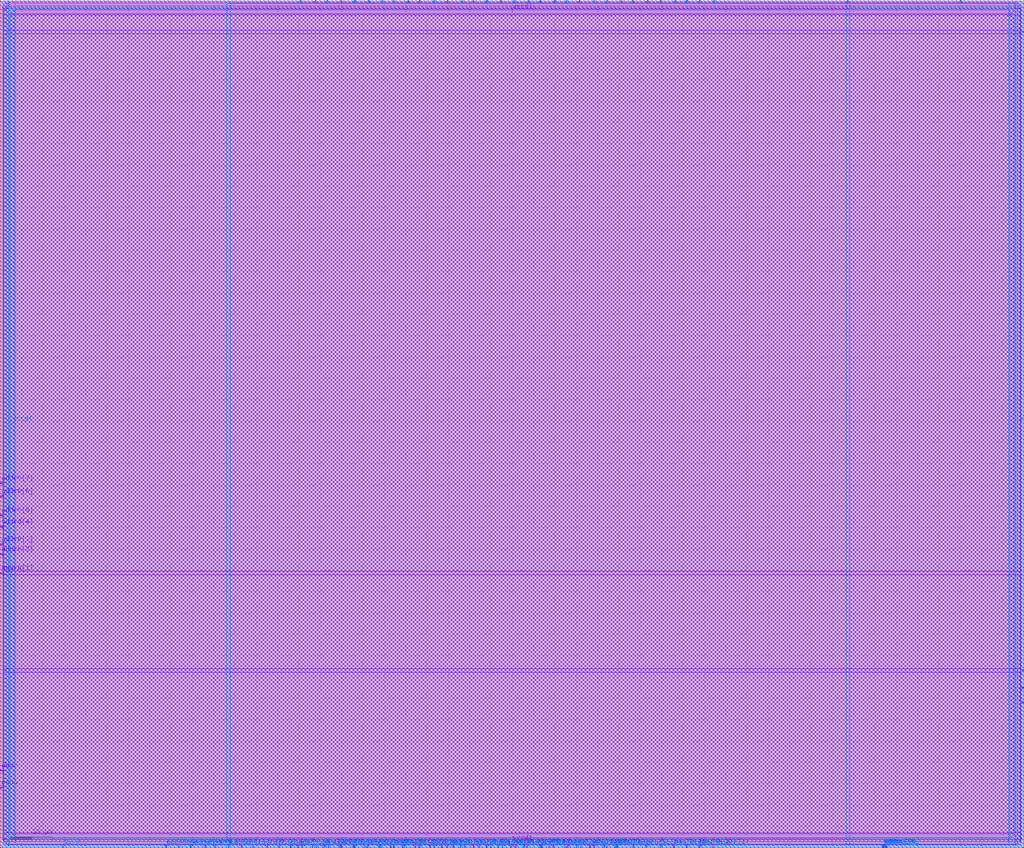
<source format=lef>
# Copyright 2020 The SkyWater PDK Authors
#
# Licensed under the Apache License, Version 2.0 (the "License");
# you may not use this file except in compliance with the License.
# You may obtain a copy of the License at
#
#     https://www.apache.org/licenses/LICENSE-2.0
#
# Unless required by applicable law or agreed to in writing, software
# distributed under the License is distributed on an "AS IS" BASIS,
# WITHOUT WARRANTIES OR CONDITIONS OF ANY KIND, either express or implied.
# See the License for the specific language governing permissions and
# limitations under the License.
#
# SPDX-License-Identifier: Apache-2.0

VERSION 5.7 ;

BUSBITCHARS "[]" ;
DIVIDERCHAR "/" ;

UNITS
  TIME NANOSECONDS 1 ;
  CAPACITANCE PICOFARADS 1 ;
  RESISTANCE OHMS 1 ;
  DATABASE MICRONS 1000 ;
END UNITS

MANUFACTURINGGRID 0.005 ;
USEMINSPACING OBS OFF ;

PROPERTYDEFINITIONS
  LAYER LEF58_TYPE STRING ;
END PROPERTYDEFINITIONS

# High density, single height
SITE unithd
  SYMMETRY Y ;
  CLASS CORE ;
  SIZE 0.46 BY 2.72 ;
END unithd

# High density, double height
SITE unithddbl
  SYMMETRY Y ;
  CLASS CORE ;
  SIZE 0.46 BY 5.44 ;
END unithddbl

LAYER nwell
  TYPE MASTERSLICE ;
  PROPERTY LEF58_TYPE "TYPE NWELL ;" ;
END nwell

LAYER pwell
  TYPE MASTERSLICE ;
  PROPERTY LEF58_TYPE "TYPE PWELL ;" ;
END pwell

LAYER li1
  TYPE ROUTING ;
  DIRECTION VERTICAL ;

  PITCH 0.46 0.34 ;
  OFFSET 0.23 0.17 ;

  WIDTH 0.17 ;          # LI 1
  # SPACING  0.17 ;     # LI 2
  SPACINGTABLE
     PARALLELRUNLENGTH 0
     WIDTH 0 0.17 ;
  AREA 0.0561 ;         # LI 6
  THICKNESS 0.1 ;
  EDGECAPACITANCE 40.697E-6 ;
  CAPACITANCE CPERSQDIST 36.9866E-6 ;
  RESISTANCE RPERSQ 12.2 ;

  ANTENNAMODEL OXIDE1 ;
  ANTENNADIFFSIDEAREARATIO PWL ( ( 0 75 ) ( 0.0125 75 ) ( 0.0225 85.125 ) ( 22.5 10200 ) ) ;
END li1

LAYER mcon
  TYPE CUT ;

  WIDTH 0.17 ;                # Mcon 1
  SPACING 0.19 ;              # Mcon 2
  ENCLOSURE BELOW 0 0 ;       # Mcon 4
  ENCLOSURE ABOVE 0.03 0.06 ; # Met1 4 / Met1 5

  ANTENNADIFFAREARATIO PWL ( ( 0 3 ) ( 0.0125 3 ) ( 0.0225 3.405 ) ( 22.5 408 ) ) ;
  DCCURRENTDENSITY AVERAGE 0.36 ; # mA per via Iavg_max at Tj = 90oC

END mcon

LAYER met1
  TYPE ROUTING ;
  DIRECTION HORIZONTAL ;

  PITCH 0.34 ;
  OFFSET 0.17 ;

  WIDTH 0.14 ;                     # Met1 1
  # SPACING 0.14 ;                 # Met1 2
  # SPACING 0.28 RANGE 3.001 100 ; # Met1 3b
  SPACINGTABLE
     PARALLELRUNLENGTH 0
     WIDTH 0 0.14
     WIDTH 3 0.28 ;
  AREA 0.083 ;                     # Met1 6
  THICKNESS 0.35 ;
  MINENCLOSEDAREA 0.14 ;

  ANTENNAMODEL OXIDE1 ;
  ANTENNADIFFSIDEAREARATIO PWL ( ( 0 400 ) ( 0.0125 400 ) ( 0.0225 2609 ) ( 22.5 11600 ) ) ;

  EDGECAPACITANCE 40.567E-6 ;
  CAPACITANCE CPERSQDIST 25.7784E-6 ;
  DCCURRENTDENSITY AVERAGE 2.8 ; # mA/um Iavg_max at Tj = 90oC
  ACCURRENTDENSITY RMS 6.1 ; # mA/um Irms_max at Tj = 90oC
  MAXIMUMDENSITY 70 ;
  DENSITYCHECKWINDOW 700 700 ;
  DENSITYCHECKSTEP 70 ;

  RESISTANCE RPERSQ 0.125 ;
END met1

LAYER via
  TYPE CUT ;
  WIDTH 0.15 ;                  # Via 1a
  SPACING 0.17 ;                # Via 2
  ENCLOSURE BELOW 0.055 0.085 ; # Via 4a / Via 5a
  ENCLOSURE ABOVE 0.055 0.085 ; # Met2 4 / Met2 5

  ANTENNADIFFAREARATIO PWL ( ( 0 6 ) ( 0.0125 6 ) ( 0.0225 6.81 ) ( 22.5 816 ) ) ;
  DCCURRENTDENSITY AVERAGE 0.29 ; # mA per via Iavg_max at Tj = 90oC
END via

LAYER met2
  TYPE ROUTING ;
  DIRECTION VERTICAL ;

  PITCH 0.46 ;
  OFFSET 0.23 ;

  WIDTH 0.14 ;                        # Met2 1
  # SPACING  0.14 ;                   # Met2 2
  # SPACING  0.28 RANGE 3.001 100 ;   # Met2 3b
  SPACINGTABLE
     PARALLELRUNLENGTH 0
     WIDTH 0 0.14
     WIDTH 3 0.28 ;
  AREA 0.0676 ;                       # Met2 6
  THICKNESS 0.35 ;
  MINENCLOSEDAREA 0.14 ;

  EDGECAPACITANCE 37.759E-6 ;
  CAPACITANCE CPERSQDIST 16.9423E-6 ;
  RESISTANCE RPERSQ 0.125 ;
  DCCURRENTDENSITY AVERAGE 2.8 ; # mA/um Iavg_max at Tj = 90oC
  ACCURRENTDENSITY RMS 6.1 ; # mA/um Irms_max at Tj = 90oC

  ANTENNAMODEL OXIDE1 ;
  ANTENNADIFFSIDEAREARATIO PWL ( ( 0 400 ) ( 0.0125 400 ) ( 0.0225 2609 ) ( 22.5 11600 ) ) ;

  MAXIMUMDENSITY 70 ;
  DENSITYCHECKWINDOW 700 700 ;
  DENSITYCHECKSTEP 70 ;
END met2

# ******** Layer via2, type routing, number 44 **************
LAYER via2
  TYPE CUT ;
  WIDTH 0.2 ;                   # Via2 1
  SPACING 0.2 ;                 # Via2 2
  ENCLOSURE BELOW 0.04 0.085 ;  # Via2 4
  ENCLOSURE ABOVE 0.065 0.065 ; # Met3 4
  ANTENNADIFFAREARATIO PWL ( ( 0 6 ) ( 0.0125 6 ) ( 0.0225 6.81 ) ( 22.5 816 ) ) ;
  DCCURRENTDENSITY AVERAGE 0.48 ; # mA per via Iavg_max at Tj = 90oC
END via2

LAYER met3
  TYPE ROUTING ;
  DIRECTION HORIZONTAL ;

  PITCH 0.68 ;
  OFFSET 0.34 ;

  WIDTH 0.3 ;              # Met3 1
  # SPACING 0.3 ;          # Met3 2
  SPACINGTABLE
     PARALLELRUNLENGTH 0
     WIDTH 0 0.3
     WIDTH 3 0.4 ;
  AREA 0.24 ;              # Met3 6
  THICKNESS 0.8 ;

  EDGECAPACITANCE 40.989E-6 ;
  CAPACITANCE CPERSQDIST 12.3729E-6 ;
  RESISTANCE RPERSQ 0.047 ;
  DCCURRENTDENSITY AVERAGE 6.8 ; # mA/um Iavg_max at Tj = 90oC
  ACCURRENTDENSITY RMS 14.9 ; # mA/um Irms_max at Tj = 90oC

  ANTENNAMODEL OXIDE1 ;
  ANTENNADIFFSIDEAREARATIO PWL ( ( 0 400 ) ( 0.0125 400 ) ( 0.0225 2609 ) ( 22.5 11600 ) ) ;

  MAXIMUMDENSITY 70 ;
  DENSITYCHECKWINDOW 700 700 ;
  DENSITYCHECKSTEP 70 ;
END met3

LAYER via3
  TYPE CUT ;
  WIDTH 0.2 ;                   # Via3 1
  SPACING 0.2 ;                 # Via3 2
  ENCLOSURE BELOW 0.06 0.09 ;   # Via3 4 / Via3 5
  ENCLOSURE ABOVE 0.065 0.065 ; # Met4 3
  ANTENNADIFFAREARATIO PWL ( ( 0 6 ) ( 0.0125 6 ) ( 0.0225 6.81 ) ( 22.5 816 ) ) ;
  DCCURRENTDENSITY AVERAGE 0.48 ; # mA per via Iavg_max at Tj = 90oC
END via3

LAYER met4
  TYPE ROUTING ;
  DIRECTION VERTICAL ;

  PITCH 0.92 ;
  OFFSET 0.46 ;

  WIDTH 0.3 ;             # Met4 1
  # SPACING  0.3 ;             # Met4 2
  SPACINGTABLE
     PARALLELRUNLENGTH 0
     WIDTH 0 0.3
     WIDTH 3 0.4 ;
  AREA 0.24 ;            # Met4 4a

  THICKNESS 0.8 ;

  EDGECAPACITANCE 36.676E-6 ;
  CAPACITANCE CPERSQDIST 8.41537E-6 ;
  RESISTANCE RPERSQ 0.047 ;
  DCCURRENTDENSITY AVERAGE 6.8 ; # mA/um Iavg_max at Tj = 90oC
  ACCURRENTDENSITY RMS 14.9 ; # mA/um Irms_max at Tj = 90oC

  ANTENNAMODEL OXIDE1 ;
  ANTENNADIFFSIDEAREARATIO PWL ( ( 0 400 ) ( 0.0125 400 ) ( 0.0225 2609 ) ( 22.5 11600 ) ) ;

  MAXIMUMDENSITY 70 ;
  DENSITYCHECKWINDOW 700 700 ;
  DENSITYCHECKSTEP 70 ;
END met4

LAYER via4
  TYPE CUT ;

  WIDTH 0.8 ;                 # Via4 1
  SPACING 0.8 ;               # Via4 2
  ENCLOSURE BELOW 0.19 0.19 ; # Via4 4
  ENCLOSURE ABOVE 0.31 0.31 ; # Met5 3
  ANTENNADIFFAREARATIO PWL ( ( 0 6 ) ( 0.0125 6 ) ( 0.0225 6.81 ) ( 22.5 816 ) ) ;
  DCCURRENTDENSITY AVERAGE 2.49 ; # mA per via Iavg_max at Tj = 90oC
END via4

LAYER met5
  TYPE ROUTING ;
  DIRECTION HORIZONTAL ;

  PITCH 3.4 ;
  OFFSET 1.7 ;

  WIDTH 1.6 ;            # Met5 1
  #SPACING  1.6 ;        # Met5 2
  SPACINGTABLE
     PARALLELRUNLENGTH 0
     WIDTH 0 1.6 ;
  AREA 4 ;               # Met5 4

  THICKNESS 1.2 ;

  EDGECAPACITANCE 38.851E-6 ;
  CAPACITANCE CPERSQDIST 6.32063E-6 ;
  RESISTANCE RPERSQ 0.0285 ;
  DCCURRENTDENSITY AVERAGE 10.17 ; # mA/um Iavg_max at Tj = 90oC
  ACCURRENTDENSITY RMS 22.34 ; # mA/um Irms_max at Tj = 90oC

  ANTENNAMODEL OXIDE1 ;
  ANTENNADIFFSIDEAREARATIO PWL ( ( 0 400 ) ( 0.0125 400 ) ( 0.0225 2609 ) ( 22.5 11600 ) ) ;
END met5


### Routing via cells section   ###
# Plus via rule, metals are along the prefered direction
VIA L1M1_PR DEFAULT
  LAYER mcon ;
  RECT -0.085 -0.085 0.085 0.085 ;
  LAYER li1 ;
  RECT -0.085 -0.085 0.085 0.085 ;
  LAYER met1 ;
  RECT -0.145 -0.115 0.145 0.115 ;
END L1M1_PR

VIARULE L1M1_PR GENERATE
  LAYER li1 ;
  ENCLOSURE 0 0 ;
  LAYER met1 ;
  ENCLOSURE 0.06 0.03 ;
  LAYER mcon ;
  RECT -0.085 -0.085 0.085 0.085 ;
  SPACING 0.36 BY 0.36 ;
END L1M1_PR

# Plus via rule, metals are along the non prefered direction
VIA L1M1_PR_R DEFAULT
  LAYER mcon ;
  RECT -0.085 -0.085 0.085 0.085 ;
  LAYER li1 ;
  RECT -0.085 -0.085 0.085 0.085 ;
  LAYER met1 ;
  RECT -0.115 -0.145 0.115 0.145 ;
END L1M1_PR_R

VIARULE L1M1_PR_R GENERATE
  LAYER li1 ;
  ENCLOSURE 0 0 ;
  LAYER met1 ;
  ENCLOSURE 0.03 0.06 ;
  LAYER mcon ;
  RECT -0.085 -0.085 0.085 0.085 ;
  SPACING 0.36 BY 0.36 ;
END L1M1_PR_R

# Minus via rule, lower layer metal is along prefered direction
VIA L1M1_PR_M DEFAULT
  LAYER mcon ;
  RECT -0.085 -0.085 0.085 0.085 ;
  LAYER li1 ;
  RECT -0.085 -0.085 0.085 0.085 ;
  LAYER met1 ;
  RECT -0.115 -0.145 0.115 0.145 ;
END L1M1_PR_M

VIARULE L1M1_PR_M GENERATE
  LAYER li1 ;
  ENCLOSURE 0 0 ;
  LAYER met1 ;
  ENCLOSURE 0.03 0.06 ;
  LAYER mcon ;
  RECT -0.085 -0.085 0.085 0.085 ;
  SPACING 0.36 BY 0.36 ;
END L1M1_PR_M

# Minus via rule, upper layer metal is along prefered direction
VIA L1M1_PR_MR DEFAULT
  LAYER mcon ;
  RECT -0.085 -0.085 0.085 0.085 ;
  LAYER li1 ;
  RECT -0.085 -0.085 0.085 0.085 ;
  LAYER met1 ;
  RECT -0.145 -0.115 0.145 0.115 ;
END L1M1_PR_MR

VIARULE L1M1_PR_MR GENERATE
  LAYER li1 ;
  ENCLOSURE 0 0 ;
  LAYER met1 ;
  ENCLOSURE 0.06 0.03 ;
  LAYER mcon ;
  RECT -0.085 -0.085 0.085 0.085 ;
  SPACING 0.36 BY 0.36 ;
END L1M1_PR_MR

# Centered via rule, we really do not want to use it
VIA L1M1_PR_C DEFAULT
  LAYER mcon ;
  RECT -0.085 -0.085 0.085 0.085 ;
  LAYER li1 ;
  RECT -0.085 -0.085 0.085 0.085 ;
  LAYER met1 ;
  RECT -0.145 -0.145 0.145 0.145 ;
END L1M1_PR_C

VIARULE L1M1_PR_C GENERATE
  LAYER li1 ;
  ENCLOSURE 0 0 ;
  LAYER met1 ;
  ENCLOSURE 0.06 0.06 ;
  LAYER mcon ;
  RECT -0.085 -0.085 0.085 0.085 ;
  SPACING 0.36 BY 0.36 ;
END L1M1_PR_C

# Plus via rule, metals are along the prefered direction
VIA M1M2_PR DEFAULT
  LAYER via ;
  RECT -0.075 -0.075 0.075 0.075 ;
  LAYER met1 ;
  RECT -0.16 -0.13 0.16 0.13 ;
  LAYER met2 ;
  RECT -0.13 -0.16 0.13 0.16 ;
END M1M2_PR

VIARULE M1M2_PR GENERATE
  LAYER met1 ;
  ENCLOSURE 0.085 0.055 ;
  LAYER met2 ;
  ENCLOSURE 0.055 0.085 ;
  LAYER via ;
  RECT -0.075 -0.075 0.075 0.075 ;
  SPACING 0.32 BY 0.32 ;
END M1M2_PR

# Plus via rule, metals are along the non prefered direction
VIA M1M2_PR_R DEFAULT
  LAYER via ;
  RECT -0.075 -0.075 0.075 0.075 ;
  LAYER met1 ;
  RECT -0.13 -0.16 0.13 0.16 ;
  LAYER met2 ;
  RECT -0.16 -0.13 0.16 0.13 ;
END M1M2_PR_R

VIARULE M1M2_PR_R GENERATE
  LAYER met1 ;
  ENCLOSURE 0.055 0.085 ;
  LAYER met2 ;
  ENCLOSURE 0.085 0.055 ;
  LAYER via ;
  RECT -0.075 -0.075 0.075 0.075 ;
  SPACING 0.32 BY 0.32 ;
END M1M2_PR_R

# Minus via rule, lower layer metal is along prefered direction
VIA M1M2_PR_M DEFAULT
  LAYER via ;
  RECT -0.075 -0.075 0.075 0.075 ;
  LAYER met1 ;
  RECT -0.16 -0.13 0.16 0.13 ;
  LAYER met2 ;
  RECT -0.16 -0.13 0.16 0.13 ;
END M1M2_PR_M

VIARULE M1M2_PR_M GENERATE
  LAYER met1 ;
  ENCLOSURE 0.085 0.055 ;
  LAYER met2 ;
  ENCLOSURE 0.085 0.055 ;
  LAYER via ;
  RECT -0.075 -0.075 0.075 0.075 ;
  SPACING 0.32 BY 0.32 ;
END M1M2_PR_M

# Minus via rule, upper layer metal is along prefered direction
VIA M1M2_PR_MR DEFAULT
  LAYER via ;
  RECT -0.075 -0.075 0.075 0.075 ;
  LAYER met1 ;
  RECT -0.13 -0.16 0.13 0.16 ;
  LAYER met2 ;
  RECT -0.13 -0.16 0.13 0.16 ;
END M1M2_PR_MR

VIARULE M1M2_PR_MR GENERATE
  LAYER met1 ;
  ENCLOSURE 0.055 0.085 ;
  LAYER met2 ;
  ENCLOSURE 0.055 0.085 ;
  LAYER via ;
  RECT -0.075 -0.075 0.075 0.075 ;
  SPACING 0.32 BY 0.32 ;
END M1M2_PR_MR

# Centered via rule, we really do not want to use it
VIA M1M2_PR_C DEFAULT
  LAYER via ;
  RECT -0.075 -0.075 0.075 0.075 ;
  LAYER met1 ;
  RECT -0.16 -0.16 0.16 0.16 ;
  LAYER met2 ;
  RECT -0.16 -0.16 0.16 0.16 ;
END M1M2_PR_C

VIARULE M1M2_PR_C GENERATE
  LAYER met1 ;
  ENCLOSURE 0.085 0.085 ;
  LAYER met2 ;
  ENCLOSURE 0.085 0.085 ;
  LAYER via ;
  RECT -0.075 -0.075 0.075 0.075 ;
  SPACING 0.32 BY 0.32 ;
END M1M2_PR_C

# Plus via rule, metals are along the prefered direction
VIA M2M3_PR DEFAULT
  LAYER via2 ;
  RECT -0.1 -0.1 0.1 0.1 ;
  LAYER met2 ;
  RECT -0.14 -0.185 0.14 0.185 ;
  LAYER met3 ;
  RECT -0.165 -0.165 0.165 0.165 ;
END M2M3_PR

VIARULE M2M3_PR GENERATE
  LAYER met2 ;
  ENCLOSURE 0.04 0.085 ;
  LAYER met3 ;
  ENCLOSURE 0.065 0.065 ;
  LAYER via2 ;
  RECT -0.1 -0.1 0.1 0.1 ;
  SPACING 0.4 BY 0.4 ;
END M2M3_PR

# Plus via rule, metals are along the non prefered direction
VIA M2M3_PR_R DEFAULT
  LAYER via2 ;
  RECT -0.1 -0.1 0.1 0.1 ;
  LAYER met2 ;
  RECT -0.185 -0.14 0.185 0.14 ;
  LAYER met3 ;
  RECT -0.165 -0.165 0.165 0.165 ;
END M2M3_PR_R

VIARULE M2M3_PR_R GENERATE
  LAYER met2 ;
  ENCLOSURE 0.085 0.04 ;
  LAYER met3 ;
  ENCLOSURE 0.065 0.065 ;
  LAYER via2 ;
  RECT -0.1 -0.1 0.1 0.1 ;
  SPACING 0.4 BY 0.4 ;
END M2M3_PR_R

# Minus via rule, lower layer metal is along prefered direction
VIA M2M3_PR_M DEFAULT
  LAYER via2 ;
  RECT -0.1 -0.1 0.1 0.1 ;
  LAYER met2 ;
  RECT -0.14 -0.185 0.14 0.185 ;
  LAYER met3 ;
  RECT -0.165 -0.165 0.165 0.165 ;
END M2M3_PR_M

VIARULE M2M3_PR_M GENERATE
  LAYER met2 ;
  ENCLOSURE 0.04 0.085 ;
  LAYER met3 ;
  ENCLOSURE 0.065 0.065 ;
  LAYER via2 ;
  RECT -0.1 -0.1 0.1 0.1 ;
  SPACING 0.4 BY 0.4 ;
END M2M3_PR_M

# Minus via rule, upper layer metal is along prefered direction
VIA M2M3_PR_MR DEFAULT
  LAYER via2 ;
  RECT -0.1 -0.1 0.1 0.1 ;
  LAYER met2 ;
  RECT -0.185 -0.14 0.185 0.14 ;
  LAYER met3 ;
  RECT -0.165 -0.165 0.165 0.165 ;
END M2M3_PR_MR

VIARULE M2M3_PR_MR GENERATE
  LAYER met2 ;
  ENCLOSURE 0.085 0.04 ;
  LAYER met3 ;
  ENCLOSURE 0.065 0.065 ;
  LAYER via2 ;
  RECT -0.1 -0.1 0.1 0.1 ;
  SPACING 0.4 BY 0.4 ;
END M2M3_PR_MR

# Centered via rule, we really do not want to use it
VIA M2M3_PR_C DEFAULT
  LAYER via2 ;
  RECT -0.1 -0.1 0.1 0.1 ;
  LAYER met2 ;
  RECT -0.185 -0.185 0.185 0.185 ;
  LAYER met3 ;
  RECT -0.165 -0.165 0.165 0.165 ;
END M2M3_PR_C

VIARULE M2M3_PR_C GENERATE
  LAYER met2 ;
  ENCLOSURE 0.085 0.085 ;
  LAYER met3 ;
  ENCLOSURE 0.065 0.065 ;
  LAYER via2 ;
  RECT -0.1 -0.1 0.1 0.1 ;
  SPACING 0.4 BY 0.4 ;
END M2M3_PR_C

# Plus via rule, metals are along the prefered direction
VIA M3M4_PR DEFAULT
  LAYER via3 ;
  RECT -0.1 -0.1 0.1 0.1 ;
  LAYER met3 ;
  RECT -0.19 -0.16 0.19 0.16 ;
  LAYER met4 ;
  RECT -0.165 -0.165 0.165 0.165 ;
END M3M4_PR

VIARULE M3M4_PR GENERATE
  LAYER met3 ;
  ENCLOSURE 0.09 0.06 ;
  LAYER met4 ;
  ENCLOSURE 0.065 0.065 ;
  LAYER via3 ;
  RECT -0.1 -0.1 0.1 0.1 ;
  SPACING 0.4 BY 0.4 ;
END M3M4_PR

# Plus via rule, metals are along the non prefered direction
VIA M3M4_PR_R DEFAULT
  LAYER via3 ;
  RECT -0.1 -0.1 0.1 0.1 ;
  LAYER met3 ;
  RECT -0.16 -0.19 0.16 0.19 ;
  LAYER met4 ;
  RECT -0.165 -0.165 0.165 0.165 ;
END M3M4_PR_R

VIARULE M3M4_PR_R GENERATE
  LAYER met3 ;
  ENCLOSURE 0.06 0.09 ;
  LAYER met4 ;
  ENCLOSURE 0.065 0.065 ;
  LAYER via3 ;
  RECT -0.1 -0.1 0.1 0.1 ;
  SPACING 0.4 BY 0.4 ;
END M3M4_PR_R

# Minus via rule, lower layer metal is along prefered direction
VIA M3M4_PR_M DEFAULT
  LAYER via3 ;
  RECT -0.1 -0.1 0.1 0.1 ;
  LAYER met3 ;
  RECT -0.19 -0.16 0.19 0.16 ;
  LAYER met4 ;
  RECT -0.165 -0.165 0.165 0.165 ;
END M3M4_PR_M

VIARULE M3M4_PR_M GENERATE
  LAYER met3 ;
  ENCLOSURE 0.09 0.06 ;
  LAYER met4 ;
  ENCLOSURE 0.065 0.065 ;
  LAYER via3 ;
  RECT -0.1 -0.1 0.1 0.1 ;
  SPACING 0.4 BY 0.4 ;
END M3M4_PR_M

# Minus via rule, upper layer metal is along prefered direction
VIA M3M4_PR_MR DEFAULT
  LAYER via3 ;
  RECT -0.1 -0.1 0.1 0.1 ;
  LAYER met3 ;
  RECT -0.16 -0.19 0.16 0.19 ;
  LAYER met4 ;
  RECT -0.165 -0.165 0.165 0.165 ;
END M3M4_PR_MR

VIARULE M3M4_PR_MR GENERATE
  LAYER met3 ;
  ENCLOSURE 0.06 0.09 ;
  LAYER met4 ;
  ENCLOSURE 0.065 0.065 ;
  LAYER via3 ;
  RECT -0.1 -0.1 0.1 0.1 ;
  SPACING 0.4 BY 0.4 ;
END M3M4_PR_MR

# Centered via rule, we really do not want to use it
VIA M3M4_PR_C DEFAULT
  LAYER via3 ;
  RECT -0.1 -0.1 0.1 0.1 ;
  LAYER met3 ;
  RECT -0.19 -0.19 0.19 0.19 ;
  LAYER met4 ;
  RECT -0.165 -0.165 0.165 0.165 ;
END M3M4_PR_C

VIARULE M3M4_PR_C GENERATE
  LAYER met3 ;
  ENCLOSURE 0.09 0.09 ;
  LAYER met4 ;
  ENCLOSURE 0.065 0.065 ;
  LAYER via3 ;
  RECT -0.1 -0.1 0.1 0.1 ;
  SPACING 0.4 BY 0.4 ;
END M3M4_PR_C

# Plus via rule, metals are along the prefered direction
VIA M4M5_PR DEFAULT
  LAYER via4 ;
  RECT -0.4 -0.4 0.4 0.4 ;
  LAYER met4 ;
  RECT -0.59 -0.59 0.59 0.59 ;
  LAYER met5 ;
  RECT -0.71 -0.71 0.71 0.71 ;
END M4M5_PR

VIARULE M4M5_PR GENERATE
  LAYER met4 ;
  ENCLOSURE 0.19 0.19 ;
  LAYER met5 ;
  ENCLOSURE 0.31 0.31 ;
  LAYER via4 ;
  RECT -0.4 -0.4 0.4 0.4 ;
  SPACING 1.6 BY 1.6 ;
END M4M5_PR

# Plus via rule, metals are along the non prefered direction
VIA M4M5_PR_R DEFAULT
  LAYER via4 ;
  RECT -0.4 -0.4 0.4 0.4 ;
  LAYER met4 ;
  RECT -0.59 -0.59 0.59 0.59 ;
  LAYER met5 ;
  RECT -0.71 -0.71 0.71 0.71 ;
END M4M5_PR_R

VIARULE M4M5_PR_R GENERATE
  LAYER met4 ;
  ENCLOSURE 0.19 0.19 ;
  LAYER met5 ;
  ENCLOSURE 0.31 0.31 ;
  LAYER via4 ;
  RECT -0.4 -0.4 0.4 0.4 ;
  SPACING 1.6 BY 1.6 ;
END M4M5_PR_R

# Minus via rule, lower layer metal is along prefered direction
VIA M4M5_PR_M DEFAULT
  LAYER via4 ;
  RECT -0.4 -0.4 0.4 0.4 ;
  LAYER met4 ;
  RECT -0.59 -0.59 0.59 0.59 ;
  LAYER met5 ;
  RECT -0.71 -0.71 0.71 0.71 ;
END M4M5_PR_M

VIARULE M4M5_PR_M GENERATE
  LAYER met4 ;
  ENCLOSURE 0.19 0.19 ;
  LAYER met5 ;
  ENCLOSURE 0.31 0.31 ;
  LAYER via4 ;
  RECT -0.4 -0.4 0.4 0.4 ;
  SPACING 1.6 BY 1.6 ;
END M4M5_PR_M

# Minus via rule, upper layer metal is along prefered direction
VIA M4M5_PR_MR DEFAULT
  LAYER via4 ;
  RECT -0.4 -0.4 0.4 0.4 ;
  LAYER met4 ;
  RECT -0.59 -0.59 0.59 0.59 ;
  LAYER met5 ;
  RECT -0.71 -0.71 0.71 0.71 ;
END M4M5_PR_MR

VIARULE M4M5_PR_MR GENERATE
  LAYER met4 ;
  ENCLOSURE 0.19 0.19 ;
  LAYER met5 ;
  ENCLOSURE 0.31 0.31 ;
  LAYER via4 ;
  RECT -0.4 -0.4 0.4 0.4 ;
  SPACING 1.6 BY 1.6 ;
END M4M5_PR_MR

# Centered via rule, we really do not want to use it
VIA M4M5_PR_C DEFAULT
  LAYER via4 ;
  RECT -0.4 -0.4 0.4 0.4 ;
  LAYER met4 ;
  RECT -0.59 -0.59 0.59 0.59 ;
  LAYER met5 ;
  RECT -0.71 -0.71 0.71 0.71 ;
END M4M5_PR_C

VIARULE M4M5_PR_C GENERATE
  LAYER met4 ;
  ENCLOSURE 0.19 0.19 ;
  LAYER met5 ;
  ENCLOSURE 0.31 0.31 ;
  LAYER via4 ;
  RECT -0.4 -0.4 0.4 0.4 ;
  SPACING 1.6 BY 1.6 ;
END M4M5_PR_C
###  end of single via cells   ###


MACRO sky130_ef_sc_hd__decap_12
  CLASS BLOCK ;
  FOREIGN sky130_ef_sc_hd__decap_12 ;
  ORIGIN 0.000 0.000 ;
  SIZE 5.520 BY 2.720 ;
  PIN VGND
    DIRECTION INPUT ;
    USE GROUND ;
    PORT
      LAYER met1 ;
        RECT 0.000 -0.240 5.520 0.240 ;
    END
  END VGND
  PIN VPWR
    DIRECTION INPUT ;
    USE POWER ;
    PORT
      LAYER met1 ;
        RECT 0.000 2.480 5.520 2.960 ;
    END
  END VPWR
  PIN VPB
    DIRECTION INPUT ;
    USE POWER ;
    PORT
      LAYER nwell ;
        RECT -0.190 1.305 5.710 2.910 ;
    END
  END VPB
  PIN VNB
    DIRECTION INPUT ;
    USE GROUND ;
    PORT
      LAYER pwell ;
        RECT 0.005 0.105 5.515 0.915 ;
        RECT 0.145 -0.085 0.315 0.105 ;
    END
  END VNB
  OBS
      LAYER li1 ;
        RECT 0.000 2.635 5.520 2.805 ;
        RECT 0.085 2.200 5.430 2.635 ;
        RECT 1.670 0.630 2.010 1.460 ;
        RECT 3.490 0.950 3.840 2.200 ;
        RECT 0.085 0.085 5.430 0.630 ;
        RECT 0.000 -0.085 5.520 0.085 ;
      LAYER mcon ;
        RECT 0.145 2.635 0.315 2.805 ;
        RECT 0.605 2.635 0.775 2.805 ;
        RECT 1.065 2.635 1.235 2.805 ;
        RECT 1.525 2.635 1.695 2.805 ;
        RECT 1.985 2.635 2.155 2.805 ;
        RECT 2.445 2.635 2.615 2.805 ;
        RECT 2.905 2.635 3.075 2.805 ;
        RECT 3.365 2.635 3.535 2.805 ;
        RECT 3.825 2.635 3.995 2.805 ;
        RECT 4.285 2.635 4.455 2.805 ;
        RECT 4.745 2.635 4.915 2.805 ;
        RECT 5.205 2.635 5.375 2.805 ;
        RECT 0.145 -0.085 0.315 0.085 ;
        RECT 0.605 -0.085 0.775 0.085 ;
        RECT 1.065 -0.085 1.235 0.085 ;
        RECT 1.525 -0.085 1.695 0.085 ;
        RECT 1.985 -0.085 2.155 0.085 ;
        RECT 2.445 -0.085 2.615 0.085 ;
        RECT 2.905 -0.085 3.075 0.085 ;
        RECT 3.365 -0.085 3.535 0.085 ;
        RECT 3.825 -0.085 3.995 0.085 ;
        RECT 4.285 -0.085 4.455 0.085 ;
        RECT 4.745 -0.085 4.915 0.085 ;
        RECT 5.205 -0.085 5.375 0.085 ;
  END
END sky130_ef_sc_hd__decap_12
MACRO sky130_ef_sc_hd__fakediode_2
  CLASS CORE SPACER ;
  FOREIGN sky130_ef_sc_hd__fakediode_2 ;
  ORIGIN 0.000 0.000 ;
  SIZE 0.920 BY 2.720 ;
  SYMMETRY X Y R90 ;
  SITE unithd ;
  PIN DIODE
    DIRECTION INPUT ;
    USE SIGNAL ;
    PORT
      LAYER li1 ;
        RECT 0.085 0.255 0.835 2.465 ;
    END
  END DIODE
  PIN VGND
    DIRECTION INOUT ;
    USE GROUND ;
    SHAPE ABUTMENT ;
    PORT
      LAYER met1 ;
        RECT 0.000 -0.240 0.920 0.240 ;
    END
  END VGND
  PIN VPWR
    DIRECTION INOUT ;
    USE POWER ;
    SHAPE ABUTMENT ;
    PORT
      LAYER met1 ;
        RECT 0.000 2.480 0.920 2.960 ;
    END
  END VPWR
  PIN VPB
    DIRECTION INOUT ;
    USE POWER ;
    PORT
      LAYER nwell ;
        RECT -0.190 1.305 1.110 2.910 ;
    END
  END VPB
  PIN VNB
    DIRECTION INOUT ;
    USE GROUND ;
    PORT
      LAYER pwell ;
        RECT 0.025 0.065 0.915 1.015 ;
        RECT 0.145 -0.085 0.315 0.065 ;
    END
  END VNB
  OBS
      LAYER li1 ;
        RECT 0.000 2.635 0.920 2.805 ;
        RECT 0.000 -0.085 0.920 0.085 ;
      LAYER mcon ;
        RECT 0.145 2.635 0.315 2.805 ;
        RECT 0.605 2.635 0.775 2.805 ;
        RECT 0.145 -0.085 0.315 0.085 ;
        RECT 0.605 -0.085 0.775 0.085 ;
  END
END sky130_ef_sc_hd__fakediode_2
MACRO sky130_ef_sc_hd__fill_8
  CLASS CORE SPACER ;
  FOREIGN sky130_ef_sc_hd__fill_8 ;
  ORIGIN 0.000 0.000 ;
  SIZE 3.680 BY 2.720 ;
  SYMMETRY X Y R90 ;
  SITE unithd ;
  PIN VGND
    DIRECTION INOUT ;
    USE GROUND ;
    SHAPE ABUTMENT ;
    PORT
      LAYER met1 ;
        RECT 0.000 -0.240 3.680 0.240 ;
    END
  END VGND
  PIN VPWR
    DIRECTION INOUT ;
    USE POWER ;
    SHAPE ABUTMENT ;
    PORT
      LAYER met1 ;
        RECT 0.000 2.480 3.680 2.960 ;
    END
  END VPWR
  PIN VPB
    PORT
      LAYER nwell ;
        RECT -0.190 1.305 3.870 2.910 ;
    END
  END VPB
  PIN VNB
    PORT
      LAYER pwell ;
        RECT 0.025 0.065 3.655 1.015 ;
        RECT 0.130 -0.120 0.350 0.065 ;
    END
  END VNB
  OBS
      LAYER li1 ;
        RECT 0.000 2.635 3.680 2.805 ;
        RECT 0.000 -0.085 3.680 0.085 ;
      LAYER mcon ;
        RECT 0.145 2.635 0.315 2.805 ;
        RECT 0.605 2.635 0.775 2.805 ;
        RECT 1.065 2.635 1.235 2.805 ;
        RECT 1.525 2.635 1.695 2.805 ;
        RECT 1.985 2.635 2.155 2.805 ;
        RECT 2.445 2.635 2.615 2.805 ;
        RECT 2.905 2.635 3.075 2.805 ;
        RECT 3.365 2.635 3.535 2.805 ;
        RECT 0.145 -0.085 0.315 0.085 ;
        RECT 0.605 -0.085 0.775 0.085 ;
        RECT 1.065 -0.085 1.235 0.085 ;
        RECT 1.525 -0.085 1.695 0.085 ;
        RECT 1.985 -0.085 2.155 0.085 ;
        RECT 2.445 -0.085 2.615 0.085 ;
        RECT 2.905 -0.085 3.075 0.085 ;
        RECT 3.365 -0.085 3.535 0.085 ;
  END
END sky130_ef_sc_hd__fill_8
MACRO sky130_ef_sc_hd__fill_12
  CLASS CORE ;
  FOREIGN sky130_ef_sc_hd__fill_12 ;
  ORIGIN 0.000 0.000 ;
  SIZE 5.520 BY 2.720 ;
  SYMMETRY X Y R90 ;
  SITE unithd ;
  OBS
      LAYER nwell ;
        RECT -0.190 1.305 5.710 2.910 ;
      LAYER pwell ;
        RECT 0.005 0.105 2.755 0.915 ;
        RECT 0.145 -0.085 0.315 0.105 ;
        RECT 2.935 -0.060 3.045 0.060 ;
        RECT 4.755 -0.050 4.915 0.060 ;
      LAYER li1 ;
        RECT 0.000 2.635 5.520 2.805 ;
        RECT 0.085 1.545 2.675 2.635 ;
        RECT 0.085 0.855 1.295 1.375 ;
        RECT 1.465 1.025 2.675 1.545 ;
        RECT 0.085 0.085 2.675 0.855 ;
        RECT 0.000 -0.085 5.520 0.085 ;
      LAYER mcon ;
        RECT 0.145 2.635 0.315 2.805 ;
        RECT 0.605 2.635 0.775 2.805 ;
        RECT 1.065 2.635 1.235 2.805 ;
        RECT 1.525 2.635 1.695 2.805 ;
        RECT 1.985 2.635 2.155 2.805 ;
        RECT 2.445 2.635 2.615 2.805 ;
        RECT 2.905 2.635 3.075 2.805 ;
        RECT 3.365 2.635 3.535 2.805 ;
        RECT 3.825 2.635 3.995 2.805 ;
        RECT 4.285 2.635 4.455 2.805 ;
        RECT 4.745 2.635 4.915 2.805 ;
        RECT 5.205 2.635 5.375 2.805 ;
        RECT 0.145 -0.085 0.315 0.085 ;
        RECT 0.605 -0.085 0.775 0.085 ;
        RECT 1.065 -0.085 1.235 0.085 ;
        RECT 1.525 -0.085 1.695 0.085 ;
        RECT 1.985 -0.085 2.155 0.085 ;
        RECT 2.445 -0.085 2.615 0.085 ;
        RECT 2.905 -0.085 3.075 0.085 ;
        RECT 3.365 -0.085 3.535 0.085 ;
        RECT 3.825 -0.085 3.995 0.085 ;
        RECT 4.285 -0.085 4.455 0.085 ;
        RECT 4.745 -0.085 4.915 0.085 ;
        RECT 5.205 -0.085 5.375 0.085 ;
      LAYER met1 ;
        RECT 0.000 2.480 5.520 2.960 ;
        RECT 0.000 -0.240 5.520 0.240 ;
  END
END sky130_ef_sc_hd__fill_12
MACRO sky130_fd_sc_hd__a2bb2o_1
  CLASS CORE ;
  FOREIGN sky130_fd_sc_hd__a2bb2o_1 ;
  ORIGIN 0.000 0.000 ;
  SIZE 3.680 BY 2.720 ;
  SYMMETRY X Y R90 ;
  SITE unithd ;
  PIN A1_N
    DIRECTION INPUT ;
    USE SIGNAL ;
    ANTENNAGATEAREA 0.126000 ;
    PORT
      LAYER li1 ;
        RECT 0.910 0.995 1.240 1.615 ;
    END
  END A1_N
  PIN A2_N
    DIRECTION INPUT ;
    USE SIGNAL ;
    ANTENNAGATEAREA 0.126000 ;
    PORT
      LAYER li1 ;
        RECT 1.410 0.995 1.700 1.375 ;
    END
  END A2_N
  PIN B1
    DIRECTION INPUT ;
    USE SIGNAL ;
    ANTENNAGATEAREA 0.126000 ;
    PORT
      LAYER li1 ;
        RECT 3.280 0.765 3.540 1.655 ;
    END
  END B1
  PIN B2
    DIRECTION INPUT ;
    USE SIGNAL ;
    ANTENNAGATEAREA 0.126000 ;
    PORT
      LAYER li1 ;
        RECT 2.600 1.355 3.080 1.655 ;
        RECT 2.820 0.765 3.080 1.355 ;
    END
  END B2
  PIN VGND
    DIRECTION INOUT ;
    USE GROUND ;
    SHAPE ABUTMENT ;
    PORT
      LAYER met1 ;
        RECT 0.000 -0.240 3.680 0.240 ;
    END
  END VGND
  PIN VNB
    DIRECTION INOUT ;
    USE GROUND ;
    PORT
      LAYER pwell ;
        RECT 0.005 0.785 0.925 1.015 ;
        RECT 0.005 0.105 3.590 0.785 ;
        RECT 0.150 -0.085 0.320 0.105 ;
    END
  END VNB
  PIN VPB
    DIRECTION INOUT ;
    USE POWER ;
    PORT
      LAYER nwell ;
        RECT -0.190 1.305 3.870 2.910 ;
    END
  END VPB
  PIN VPWR
    DIRECTION INOUT ;
    USE POWER ;
    SHAPE ABUTMENT ;
    PORT
      LAYER met1 ;
        RECT 0.000 2.480 3.680 2.960 ;
    END
  END VPWR
  PIN X
    DIRECTION OUTPUT ;
    USE SIGNAL ;
    ANTENNADIFFAREA 0.429000 ;
    PORT
      LAYER li1 ;
        RECT 0.085 1.525 0.345 2.465 ;
        RECT 0.085 0.810 0.260 1.525 ;
        RECT 0.085 0.255 0.345 0.810 ;
    END
  END X
  OBS
      LAYER li1 ;
        RECT 0.000 2.635 3.680 2.805 ;
        RECT 0.515 2.235 0.845 2.635 ;
        RECT 1.990 2.370 2.245 2.465 ;
        RECT 1.105 2.200 2.245 2.370 ;
        RECT 2.415 2.255 2.745 2.425 ;
        RECT 1.105 1.975 1.275 2.200 ;
        RECT 0.515 1.805 1.275 1.975 ;
        RECT 1.990 2.065 2.245 2.200 ;
        RECT 0.515 1.325 0.685 1.805 ;
        RECT 1.540 1.715 1.710 1.905 ;
        RECT 1.990 1.895 2.400 2.065 ;
        RECT 1.540 1.545 2.060 1.715 ;
        RECT 0.430 0.995 0.685 1.325 ;
        RECT 1.890 0.825 2.060 1.545 ;
        RECT 1.180 0.655 2.060 0.825 ;
        RECT 2.230 0.870 2.400 1.895 ;
        RECT 2.575 2.005 2.745 2.255 ;
        RECT 2.915 2.175 3.165 2.635 ;
        RECT 3.335 2.005 3.515 2.465 ;
        RECT 2.575 1.835 3.515 2.005 ;
        RECT 2.230 0.700 2.580 0.870 ;
        RECT 0.515 0.085 0.945 0.530 ;
        RECT 1.180 0.255 1.350 0.655 ;
        RECT 1.520 0.085 2.240 0.485 ;
        RECT 2.410 0.255 2.580 0.700 ;
        RECT 3.155 0.085 3.555 0.595 ;
        RECT 0.000 -0.085 3.680 0.085 ;
      LAYER mcon ;
        RECT 0.145 2.635 0.315 2.805 ;
        RECT 0.605 2.635 0.775 2.805 ;
        RECT 1.065 2.635 1.235 2.805 ;
        RECT 1.525 2.635 1.695 2.805 ;
        RECT 1.985 2.635 2.155 2.805 ;
        RECT 2.445 2.635 2.615 2.805 ;
        RECT 2.905 2.635 3.075 2.805 ;
        RECT 3.365 2.635 3.535 2.805 ;
        RECT 0.145 -0.085 0.315 0.085 ;
        RECT 0.605 -0.085 0.775 0.085 ;
        RECT 1.065 -0.085 1.235 0.085 ;
        RECT 1.525 -0.085 1.695 0.085 ;
        RECT 1.985 -0.085 2.155 0.085 ;
        RECT 2.445 -0.085 2.615 0.085 ;
        RECT 2.905 -0.085 3.075 0.085 ;
        RECT 3.365 -0.085 3.535 0.085 ;
  END
END sky130_fd_sc_hd__a2bb2o_1
MACRO sky130_fd_sc_hd__a2bb2o_2
  CLASS CORE ;
  FOREIGN sky130_fd_sc_hd__a2bb2o_2 ;
  ORIGIN 0.000 0.000 ;
  SIZE 4.140 BY 2.720 ;
  SYMMETRY X Y R90 ;
  SITE unithd ;
  PIN A1_N
    DIRECTION INPUT ;
    USE SIGNAL ;
    ANTENNAGATEAREA 0.159000 ;
    PORT
      LAYER li1 ;
        RECT 1.345 0.995 1.675 1.615 ;
    END
  END A1_N
  PIN A2_N
    DIRECTION INPUT ;
    USE SIGNAL ;
    ANTENNAGATEAREA 0.159000 ;
    PORT
      LAYER li1 ;
        RECT 1.845 0.995 2.135 1.375 ;
    END
  END A2_N
  PIN B1
    DIRECTION INPUT ;
    USE SIGNAL ;
    ANTENNAGATEAREA 0.159000 ;
    PORT
      LAYER li1 ;
        RECT 3.730 0.765 3.990 1.655 ;
    END
  END B1
  PIN B2
    DIRECTION INPUT ;
    USE SIGNAL ;
    ANTENNAGATEAREA 0.159000 ;
    PORT
      LAYER li1 ;
        RECT 3.050 1.355 3.530 1.655 ;
        RECT 3.270 0.765 3.530 1.355 ;
    END
  END B2
  PIN VGND
    DIRECTION INOUT ;
    USE GROUND ;
    SHAPE ABUTMENT ;
    PORT
      LAYER met1 ;
        RECT 0.000 -0.240 4.140 0.240 ;
    END
  END VGND
  PIN VNB
    DIRECTION INOUT ;
    USE GROUND ;
    PORT
      LAYER pwell ;
        RECT 0.015 0.785 1.360 1.015 ;
        RECT 0.015 0.105 4.040 0.785 ;
        RECT 0.125 -0.085 0.295 0.105 ;
    END
  END VNB
  PIN VPB
    DIRECTION INOUT ;
    USE POWER ;
    PORT
      LAYER nwell ;
        RECT -0.190 1.305 4.330 2.910 ;
    END
  END VPB
  PIN VPWR
    DIRECTION INOUT ;
    USE POWER ;
    SHAPE ABUTMENT ;
    PORT
      LAYER met1 ;
        RECT 0.000 2.480 4.140 2.960 ;
    END
  END VPWR
  PIN X
    DIRECTION OUTPUT ;
    USE SIGNAL ;
    ANTENNADIFFAREA 0.445500 ;
    PORT
      LAYER li1 ;
        RECT 0.525 1.525 0.780 2.465 ;
        RECT 0.525 0.810 0.695 1.525 ;
        RECT 0.525 0.255 0.780 0.810 ;
    END
  END X
  OBS
      LAYER li1 ;
        RECT 0.000 2.635 4.140 2.805 ;
        RECT 0.185 1.445 0.355 2.635 ;
        RECT 0.950 2.235 1.280 2.635 ;
        RECT 2.500 2.370 2.670 2.465 ;
        RECT 1.540 2.200 2.670 2.370 ;
        RECT 2.875 2.255 3.205 2.425 ;
        RECT 1.540 1.975 1.710 2.200 ;
        RECT 0.950 1.805 1.710 1.975 ;
        RECT 2.440 2.065 2.670 2.200 ;
        RECT 0.950 1.325 1.120 1.805 ;
        RECT 1.975 1.715 2.145 1.905 ;
        RECT 2.440 1.895 2.850 2.065 ;
        RECT 1.975 1.545 2.510 1.715 ;
        RECT 0.865 0.995 1.120 1.325 ;
        RECT 0.185 0.085 0.355 0.930 ;
        RECT 2.340 0.825 2.510 1.545 ;
        RECT 1.615 0.655 2.510 0.825 ;
        RECT 2.680 0.870 2.850 1.895 ;
        RECT 3.035 2.005 3.205 2.255 ;
        RECT 3.375 2.175 3.625 2.635 ;
        RECT 3.795 2.005 3.965 2.465 ;
        RECT 3.035 1.835 3.965 2.005 ;
        RECT 2.680 0.700 3.030 0.870 ;
        RECT 0.950 0.085 1.380 0.530 ;
        RECT 1.615 0.255 1.785 0.655 ;
        RECT 1.955 0.085 2.690 0.485 ;
        RECT 2.860 0.255 3.030 0.700 ;
        RECT 3.605 0.085 4.005 0.595 ;
        RECT 0.000 -0.085 4.140 0.085 ;
      LAYER mcon ;
        RECT 0.145 2.635 0.315 2.805 ;
        RECT 0.605 2.635 0.775 2.805 ;
        RECT 1.065 2.635 1.235 2.805 ;
        RECT 1.525 2.635 1.695 2.805 ;
        RECT 1.985 2.635 2.155 2.805 ;
        RECT 2.445 2.635 2.615 2.805 ;
        RECT 2.905 2.635 3.075 2.805 ;
        RECT 3.365 2.635 3.535 2.805 ;
        RECT 3.825 2.635 3.995 2.805 ;
        RECT 0.145 -0.085 0.315 0.085 ;
        RECT 0.605 -0.085 0.775 0.085 ;
        RECT 1.065 -0.085 1.235 0.085 ;
        RECT 1.525 -0.085 1.695 0.085 ;
        RECT 1.985 -0.085 2.155 0.085 ;
        RECT 2.445 -0.085 2.615 0.085 ;
        RECT 2.905 -0.085 3.075 0.085 ;
        RECT 3.365 -0.085 3.535 0.085 ;
        RECT 3.825 -0.085 3.995 0.085 ;
  END
END sky130_fd_sc_hd__a2bb2o_2
MACRO sky130_fd_sc_hd__a2bb2o_4
  CLASS CORE ;
  FOREIGN sky130_fd_sc_hd__a2bb2o_4 ;
  ORIGIN 0.000 0.000 ;
  SIZE 7.360 BY 2.720 ;
  SYMMETRY X Y R90 ;
  SITE unithd ;
  PIN A1_N
    DIRECTION INPUT ;
    USE SIGNAL ;
    ANTENNAGATEAREA 0.495000 ;
    PORT
      LAYER li1 ;
        RECT 3.475 1.445 4.965 1.615 ;
        RECT 3.475 1.325 3.645 1.445 ;
        RECT 3.315 1.075 3.645 1.325 ;
        RECT 4.605 1.075 4.965 1.445 ;
    END
  END A1_N
  PIN A2_N
    DIRECTION INPUT ;
    USE SIGNAL ;
    ANTENNAGATEAREA 0.495000 ;
    PORT
      LAYER li1 ;
        RECT 3.815 1.075 4.435 1.275 ;
    END
  END A2_N
  PIN B1
    DIRECTION INPUT ;
    USE SIGNAL ;
    ANTENNAGATEAREA 0.495000 ;
    PORT
      LAYER li1 ;
        RECT 0.085 1.445 1.685 1.615 ;
        RECT 0.085 1.075 0.575 1.445 ;
        RECT 1.515 1.245 1.685 1.445 ;
        RECT 1.515 1.075 1.895 1.245 ;
    END
  END B1
  PIN B2
    DIRECTION INPUT ;
    USE SIGNAL ;
    ANTENNAGATEAREA 0.495000 ;
    PORT
      LAYER li1 ;
        RECT 0.805 1.075 1.345 1.275 ;
    END
  END B2
  PIN VGND
    DIRECTION INOUT ;
    USE GROUND ;
    SHAPE ABUTMENT ;
    PORT
      LAYER met1 ;
        RECT 0.000 -0.240 7.360 0.240 ;
    END
  END VGND
  PIN VNB
    DIRECTION INOUT ;
    USE GROUND ;
    PORT
      LAYER pwell ;
        RECT 0.005 0.105 6.915 1.015 ;
        RECT 0.150 -0.085 0.320 0.105 ;
    END
  END VNB
  PIN VPB
    DIRECTION INOUT ;
    USE POWER ;
    PORT
      LAYER nwell ;
        RECT -0.190 1.305 7.550 2.910 ;
    END
  END VPB
  PIN VPWR
    DIRECTION INOUT ;
    USE POWER ;
    SHAPE ABUTMENT ;
    PORT
      LAYER met1 ;
        RECT 0.000 2.480 7.360 2.960 ;
    END
  END VPWR
  PIN X
    DIRECTION OUTPUT ;
    USE SIGNAL ;
    ANTENNADIFFAREA 0.891000 ;
    PORT
      LAYER li1 ;
        RECT 5.275 1.955 5.525 2.465 ;
        RECT 6.115 1.955 6.365 2.465 ;
        RECT 5.275 1.785 6.365 1.955 ;
        RECT 6.115 1.655 6.365 1.785 ;
        RECT 6.115 1.415 6.920 1.655 ;
        RECT 6.610 0.905 6.920 1.415 ;
        RECT 5.235 0.725 6.920 0.905 ;
        RECT 5.235 0.275 5.565 0.725 ;
        RECT 6.075 0.275 6.405 0.725 ;
    END
  END X
  OBS
      LAYER li1 ;
        RECT 0.000 2.635 7.360 2.805 ;
        RECT 0.135 1.955 0.385 2.465 ;
        RECT 0.555 2.125 0.805 2.635 ;
        RECT 0.975 1.955 1.225 2.465 ;
        RECT 1.395 2.125 1.645 2.635 ;
        RECT 1.815 2.295 2.905 2.465 ;
        RECT 1.815 1.955 2.065 2.295 ;
        RECT 2.655 2.135 2.905 2.295 ;
        RECT 3.175 2.135 3.425 2.635 ;
        RECT 3.595 2.295 4.685 2.465 ;
        RECT 3.595 2.135 3.845 2.295 ;
        RECT 0.135 1.785 2.065 1.955 ;
        RECT 1.855 1.455 2.065 1.785 ;
        RECT 2.235 1.965 2.485 2.125 ;
        RECT 4.015 1.965 4.265 2.125 ;
        RECT 2.235 1.415 2.620 1.965 ;
        RECT 3.135 1.785 4.265 1.965 ;
        RECT 4.435 1.785 4.685 2.295 ;
        RECT 4.855 1.795 5.105 2.635 ;
        RECT 5.695 2.165 5.945 2.635 ;
        RECT 6.535 1.825 6.785 2.635 ;
        RECT 3.135 1.665 3.305 1.785 ;
        RECT 2.955 1.495 3.305 1.665 ;
        RECT 2.235 0.905 2.445 1.415 ;
        RECT 2.955 1.245 3.145 1.495 ;
        RECT 2.615 1.075 3.145 1.245 ;
        RECT 5.135 1.245 5.460 1.615 ;
        RECT 5.135 1.075 6.440 1.245 ;
        RECT 2.955 0.905 3.145 1.075 ;
        RECT 0.175 0.085 0.345 0.895 ;
        RECT 0.515 0.475 0.765 0.905 ;
        RECT 0.935 0.735 2.525 0.905 ;
        RECT 0.935 0.645 1.270 0.735 ;
        RECT 0.515 0.255 1.685 0.475 ;
        RECT 1.855 0.085 2.025 0.555 ;
        RECT 2.195 0.255 2.525 0.735 ;
        RECT 2.955 0.725 4.725 0.905 ;
        RECT 2.695 0.085 3.385 0.555 ;
        RECT 3.555 0.255 3.885 0.725 ;
        RECT 4.055 0.085 4.225 0.555 ;
        RECT 4.395 0.255 4.725 0.725 ;
        RECT 4.895 0.085 5.065 0.895 ;
        RECT 5.735 0.085 5.905 0.555 ;
        RECT 6.575 0.085 6.745 0.555 ;
        RECT 0.000 -0.085 7.360 0.085 ;
      LAYER mcon ;
        RECT 0.145 2.635 0.315 2.805 ;
        RECT 0.605 2.635 0.775 2.805 ;
        RECT 1.065 2.635 1.235 2.805 ;
        RECT 1.525 2.635 1.695 2.805 ;
        RECT 1.985 2.635 2.155 2.805 ;
        RECT 2.445 2.635 2.615 2.805 ;
        RECT 2.905 2.635 3.075 2.805 ;
        RECT 3.365 2.635 3.535 2.805 ;
        RECT 3.825 2.635 3.995 2.805 ;
        RECT 4.285 2.635 4.455 2.805 ;
        RECT 4.745 2.635 4.915 2.805 ;
        RECT 5.205 2.635 5.375 2.805 ;
        RECT 5.665 2.635 5.835 2.805 ;
        RECT 6.125 2.635 6.295 2.805 ;
        RECT 6.585 2.635 6.755 2.805 ;
        RECT 7.045 2.635 7.215 2.805 ;
        RECT 2.450 1.445 2.620 1.615 ;
        RECT 5.230 1.445 5.400 1.615 ;
        RECT 0.145 -0.085 0.315 0.085 ;
        RECT 0.605 -0.085 0.775 0.085 ;
        RECT 1.065 -0.085 1.235 0.085 ;
        RECT 1.525 -0.085 1.695 0.085 ;
        RECT 1.985 -0.085 2.155 0.085 ;
        RECT 2.445 -0.085 2.615 0.085 ;
        RECT 2.905 -0.085 3.075 0.085 ;
        RECT 3.365 -0.085 3.535 0.085 ;
        RECT 3.825 -0.085 3.995 0.085 ;
        RECT 4.285 -0.085 4.455 0.085 ;
        RECT 4.745 -0.085 4.915 0.085 ;
        RECT 5.205 -0.085 5.375 0.085 ;
        RECT 5.665 -0.085 5.835 0.085 ;
        RECT 6.125 -0.085 6.295 0.085 ;
        RECT 6.585 -0.085 6.755 0.085 ;
        RECT 7.045 -0.085 7.215 0.085 ;
      LAYER met1 ;
        RECT 2.390 1.600 2.680 1.645 ;
        RECT 5.170 1.600 5.460 1.645 ;
        RECT 2.390 1.460 5.460 1.600 ;
        RECT 2.390 1.415 2.680 1.460 ;
        RECT 5.170 1.415 5.460 1.460 ;
  END
END sky130_fd_sc_hd__a2bb2o_4
MACRO sky130_fd_sc_hd__a2bb2oi_1
  CLASS CORE ;
  FOREIGN sky130_fd_sc_hd__a2bb2oi_1 ;
  ORIGIN 0.000 0.000 ;
  SIZE 3.220 BY 2.720 ;
  SYMMETRY X Y R90 ;
  SITE unithd ;
  PIN A1_N
    DIRECTION INPUT ;
    USE SIGNAL ;
    ANTENNAGATEAREA 0.247500 ;
    PORT
      LAYER li1 ;
        RECT 0.150 0.995 0.520 1.615 ;
    END
  END A1_N
  PIN A2_N
    DIRECTION INPUT ;
    USE SIGNAL ;
    ANTENNAGATEAREA 0.247500 ;
    PORT
      LAYER li1 ;
        RECT 0.725 1.010 1.240 1.275 ;
    END
  END A2_N
  PIN B1
    DIRECTION INPUT ;
    USE SIGNAL ;
    ANTENNAGATEAREA 0.247500 ;
    PORT
      LAYER li1 ;
        RECT 2.780 0.995 3.070 1.615 ;
    END
  END B1
  PIN B2
    DIRECTION INPUT ;
    USE SIGNAL ;
    ANTENNAGATEAREA 0.247500 ;
    PORT
      LAYER li1 ;
        RECT 2.245 0.995 2.610 1.615 ;
        RECT 2.440 0.425 2.610 0.995 ;
    END
  END B2
  PIN VGND
    DIRECTION INOUT ;
    USE GROUND ;
    SHAPE ABUTMENT ;
    PORT
      LAYER met1 ;
        RECT 0.000 -0.240 3.220 0.240 ;
    END
  END VGND
  PIN VNB
    DIRECTION INOUT ;
    USE GROUND ;
    PORT
      LAYER pwell ;
        RECT 0.005 0.105 3.215 1.015 ;
        RECT 0.145 -0.085 0.315 0.105 ;
    END
  END VNB
  PIN VPB
    DIRECTION INOUT ;
    USE POWER ;
    PORT
      LAYER nwell ;
        RECT -0.190 1.305 3.410 2.910 ;
    END
  END VPB
  PIN VPWR
    DIRECTION INOUT ;
    USE POWER ;
    SHAPE ABUTMENT ;
    PORT
      LAYER met1 ;
        RECT 0.000 2.480 3.220 2.960 ;
    END
  END VPWR
  PIN Y
    DIRECTION OUTPUT ;
    USE SIGNAL ;
    ANTENNADIFFAREA 0.515500 ;
    PORT
      LAYER li1 ;
        RECT 1.420 1.955 1.785 2.465 ;
        RECT 1.420 1.785 1.945 1.955 ;
        RECT 1.775 0.825 1.945 1.785 ;
        RECT 1.775 0.255 2.205 0.825 ;
    END
  END Y
  OBS
      LAYER li1 ;
        RECT 0.000 2.635 3.220 2.805 ;
        RECT 0.095 1.805 0.425 2.635 ;
        RECT 0.875 1.615 1.205 2.465 ;
        RECT 1.955 2.235 2.285 2.465 ;
        RECT 2.115 1.955 2.285 2.235 ;
        RECT 2.455 2.135 2.705 2.635 ;
        RECT 2.875 1.955 3.130 2.465 ;
        RECT 2.115 1.785 3.130 1.955 ;
        RECT 0.875 1.445 1.580 1.615 ;
        RECT 1.410 0.830 1.580 1.445 ;
        RECT 0.095 0.085 0.425 0.825 ;
        RECT 0.595 0.660 1.580 0.830 ;
        RECT 0.595 0.255 0.765 0.660 ;
        RECT 0.935 0.085 1.605 0.490 ;
        RECT 2.795 0.085 3.125 0.825 ;
        RECT 0.000 -0.085 3.220 0.085 ;
      LAYER mcon ;
        RECT 0.145 2.635 0.315 2.805 ;
        RECT 0.605 2.635 0.775 2.805 ;
        RECT 1.065 2.635 1.235 2.805 ;
        RECT 1.525 2.635 1.695 2.805 ;
        RECT 1.985 2.635 2.155 2.805 ;
        RECT 2.445 2.635 2.615 2.805 ;
        RECT 2.905 2.635 3.075 2.805 ;
        RECT 0.145 -0.085 0.315 0.085 ;
        RECT 0.605 -0.085 0.775 0.085 ;
        RECT 1.065 -0.085 1.235 0.085 ;
        RECT 1.525 -0.085 1.695 0.085 ;
        RECT 1.985 -0.085 2.155 0.085 ;
        RECT 2.445 -0.085 2.615 0.085 ;
        RECT 2.905 -0.085 3.075 0.085 ;
  END
END sky130_fd_sc_hd__a2bb2oi_1
MACRO sky130_fd_sc_hd__a2bb2oi_2
  CLASS CORE ;
  FOREIGN sky130_fd_sc_hd__a2bb2oi_2 ;
  ORIGIN 0.000 0.000 ;
  SIZE 5.520 BY 2.720 ;
  SYMMETRY X Y R90 ;
  SITE unithd ;
  PIN A1_N
    DIRECTION INPUT ;
    USE SIGNAL ;
    ANTENNAGATEAREA 0.495000 ;
    PORT
      LAYER li1 ;
        RECT 3.310 1.075 4.205 1.275 ;
    END
  END A1_N
  PIN A2_N
    DIRECTION INPUT ;
    USE SIGNAL ;
    ANTENNAGATEAREA 0.495000 ;
    PORT
      LAYER li1 ;
        RECT 4.455 1.075 5.435 1.275 ;
    END
  END A2_N
  PIN B1
    DIRECTION INPUT ;
    USE SIGNAL ;
    ANTENNAGATEAREA 0.495000 ;
    PORT
      LAYER li1 ;
        RECT 0.085 1.445 2.030 1.615 ;
        RECT 0.085 1.075 0.710 1.445 ;
        RECT 1.700 1.075 2.030 1.445 ;
    END
  END B1
  PIN B2
    DIRECTION INPUT ;
    USE SIGNAL ;
    ANTENNAGATEAREA 0.495000 ;
    PORT
      LAYER li1 ;
        RECT 0.940 1.075 1.480 1.275 ;
    END
  END B2
  PIN VGND
    DIRECTION INOUT ;
    USE GROUND ;
    SHAPE ABUTMENT ;
    PORT
      LAYER met1 ;
        RECT 0.000 -0.240 5.520 0.240 ;
    END
  END VGND
  PIN VNB
    DIRECTION INOUT ;
    USE GROUND ;
    PORT
      LAYER pwell ;
        RECT 0.140 0.105 5.390 1.015 ;
        RECT 0.145 -0.085 0.315 0.105 ;
    END
  END VNB
  PIN VPB
    DIRECTION INOUT ;
    USE POWER ;
    PORT
      LAYER nwell ;
        RECT -0.190 1.305 5.710 2.910 ;
    END
  END VPB
  PIN VPWR
    DIRECTION INOUT ;
    USE POWER ;
    SHAPE ABUTMENT ;
    PORT
      LAYER met1 ;
        RECT 0.000 2.480 5.520 2.960 ;
    END
  END VPWR
  PIN Y
    DIRECTION OUTPUT ;
    USE SIGNAL ;
    ANTENNADIFFAREA 0.621000 ;
    PORT
      LAYER li1 ;
        RECT 2.370 1.660 2.620 2.125 ;
        RECT 2.370 0.905 2.660 1.660 ;
        RECT 1.070 0.725 2.660 0.905 ;
        RECT 1.070 0.645 1.400 0.725 ;
        RECT 2.330 0.255 2.660 0.725 ;
    END
  END Y
  OBS
      LAYER li1 ;
        RECT 0.000 2.635 5.520 2.805 ;
        RECT 0.270 1.955 0.520 2.465 ;
        RECT 0.690 2.135 0.940 2.635 ;
        RECT 1.110 1.955 1.360 2.465 ;
        RECT 1.530 2.135 1.780 2.635 ;
        RECT 1.950 2.295 3.040 2.465 ;
        RECT 1.950 1.955 2.200 2.295 ;
        RECT 0.270 1.785 2.200 1.955 ;
        RECT 2.790 1.795 3.040 2.295 ;
        RECT 3.310 1.965 3.560 2.465 ;
        RECT 3.730 2.135 3.980 2.635 ;
        RECT 4.150 2.295 5.240 2.465 ;
        RECT 4.150 1.965 4.400 2.295 ;
        RECT 3.310 1.785 4.400 1.965 ;
        RECT 4.570 1.615 4.820 2.125 ;
        RECT 2.950 1.445 4.820 1.615 ;
        RECT 4.990 1.455 5.240 2.295 ;
        RECT 2.950 1.325 3.120 1.445 ;
        RECT 2.830 0.995 3.120 1.325 ;
        RECT 2.950 0.905 3.120 0.995 ;
        RECT 0.310 0.085 0.480 0.895 ;
        RECT 0.650 0.475 0.900 0.895 ;
        RECT 2.950 0.725 4.860 0.905 ;
        RECT 0.650 0.255 1.820 0.475 ;
        RECT 1.990 0.085 2.160 0.555 ;
        RECT 2.830 0.085 3.520 0.555 ;
        RECT 3.690 0.255 4.020 0.725 ;
        RECT 4.190 0.085 4.360 0.555 ;
        RECT 4.530 0.255 4.860 0.725 ;
        RECT 5.030 0.085 5.200 0.905 ;
        RECT 0.000 -0.085 5.520 0.085 ;
      LAYER mcon ;
        RECT 0.145 2.635 0.315 2.805 ;
        RECT 0.605 2.635 0.775 2.805 ;
        RECT 1.065 2.635 1.235 2.805 ;
        RECT 1.525 2.635 1.695 2.805 ;
        RECT 1.985 2.635 2.155 2.805 ;
        RECT 2.445 2.635 2.615 2.805 ;
        RECT 2.905 2.635 3.075 2.805 ;
        RECT 3.365 2.635 3.535 2.805 ;
        RECT 3.825 2.635 3.995 2.805 ;
        RECT 4.285 2.635 4.455 2.805 ;
        RECT 4.745 2.635 4.915 2.805 ;
        RECT 5.205 2.635 5.375 2.805 ;
        RECT 0.145 -0.085 0.315 0.085 ;
        RECT 0.605 -0.085 0.775 0.085 ;
        RECT 1.065 -0.085 1.235 0.085 ;
        RECT 1.525 -0.085 1.695 0.085 ;
        RECT 1.985 -0.085 2.155 0.085 ;
        RECT 2.445 -0.085 2.615 0.085 ;
        RECT 2.905 -0.085 3.075 0.085 ;
        RECT 3.365 -0.085 3.535 0.085 ;
        RECT 3.825 -0.085 3.995 0.085 ;
        RECT 4.285 -0.085 4.455 0.085 ;
        RECT 4.745 -0.085 4.915 0.085 ;
        RECT 5.205 -0.085 5.375 0.085 ;
  END
END sky130_fd_sc_hd__a2bb2oi_2
MACRO sky130_fd_sc_hd__a2bb2oi_4
  CLASS CORE ;
  FOREIGN sky130_fd_sc_hd__a2bb2oi_4 ;
  ORIGIN 0.000 0.000 ;
  SIZE 9.660 BY 2.720 ;
  SYMMETRY X Y R90 ;
  SITE unithd ;
  PIN A1_N
    DIRECTION INPUT ;
    USE SIGNAL ;
    ANTENNAGATEAREA 0.990000 ;
    PORT
      LAYER li1 ;
        RECT 5.945 1.075 7.320 1.275 ;
    END
  END A1_N
  PIN A2_N
    DIRECTION INPUT ;
    USE SIGNAL ;
    ANTENNAGATEAREA 0.990000 ;
    PORT
      LAYER li1 ;
        RECT 7.595 1.075 9.045 1.275 ;
    END
  END A2_N
  PIN B1
    DIRECTION INPUT ;
    USE SIGNAL ;
    ANTENNAGATEAREA 0.990000 ;
    PORT
      LAYER li1 ;
        RECT 1.385 1.445 3.575 1.615 ;
        RECT 1.385 1.285 1.555 1.445 ;
        RECT 0.100 1.075 1.555 1.285 ;
        RECT 3.245 1.075 3.575 1.445 ;
    END
  END B1
  PIN B2
    DIRECTION INPUT ;
    USE SIGNAL ;
    ANTENNAGATEAREA 0.990000 ;
    PORT
      LAYER li1 ;
        RECT 1.725 1.075 3.075 1.275 ;
    END
  END B2
  PIN VGND
    DIRECTION INOUT ;
    USE GROUND ;
    SHAPE ABUTMENT ;
    PORT
      LAYER met1 ;
        RECT 0.000 -0.240 9.660 0.240 ;
    END
  END VGND
  PIN VNB
    DIRECTION INOUT ;
    USE GROUND ;
    PORT
      LAYER pwell ;
        RECT 0.005 0.105 9.435 1.015 ;
        RECT 0.150 -0.085 0.320 0.105 ;
    END
  END VNB
  PIN VPB
    DIRECTION INOUT ;
    USE POWER ;
    PORT
      LAYER nwell ;
        RECT -0.190 1.305 9.850 2.910 ;
    END
  END VPB
  PIN VPWR
    DIRECTION INOUT ;
    USE POWER ;
    SHAPE ABUTMENT ;
    PORT
      LAYER met1 ;
        RECT 0.000 2.480 9.660 2.960 ;
    END
  END VPWR
  PIN Y
    DIRECTION OUTPUT ;
    USE SIGNAL ;
    ANTENNADIFFAREA 1.242000 ;
    PORT
      LAYER li1 ;
        RECT 3.915 1.615 4.165 2.125 ;
        RECT 4.745 1.615 4.965 2.125 ;
        RECT 3.745 1.415 4.965 1.615 ;
        RECT 3.745 0.905 3.915 1.415 ;
        RECT 1.775 0.725 5.045 0.905 ;
        RECT 1.775 0.645 2.995 0.725 ;
        RECT 3.875 0.275 4.205 0.725 ;
        RECT 4.715 0.275 5.045 0.725 ;
    END
  END Y
  OBS
      LAYER li1 ;
        RECT 0.000 2.635 9.660 2.805 ;
        RECT 0.085 1.625 0.425 2.465 ;
        RECT 0.595 1.795 0.805 2.635 ;
        RECT 0.975 1.965 1.215 2.465 ;
        RECT 1.395 2.135 1.645 2.635 ;
        RECT 1.815 1.965 2.065 2.465 ;
        RECT 2.235 2.135 2.485 2.635 ;
        RECT 2.655 1.965 2.905 2.465 ;
        RECT 3.075 2.135 3.325 2.635 ;
        RECT 3.495 2.295 5.465 2.465 ;
        RECT 3.495 1.965 3.745 2.295 ;
        RECT 0.975 1.795 3.745 1.965 ;
        RECT 4.335 1.795 4.575 2.295 ;
        RECT 0.975 1.625 1.215 1.795 ;
        RECT 0.085 1.455 1.215 1.625 ;
        RECT 5.135 1.455 5.465 2.295 ;
        RECT 5.655 1.625 5.985 2.465 ;
        RECT 6.155 1.795 6.365 2.635 ;
        RECT 6.540 1.625 6.780 2.465 ;
        RECT 6.955 1.795 7.205 2.635 ;
        RECT 7.375 2.295 9.310 2.465 ;
        RECT 7.375 1.625 7.625 2.295 ;
        RECT 5.655 1.455 7.625 1.625 ;
        RECT 7.795 1.625 8.045 2.125 ;
        RECT 8.215 1.795 8.465 2.295 ;
        RECT 8.635 1.625 8.885 2.125 ;
        RECT 9.060 1.795 9.310 2.295 ;
        RECT 7.795 1.455 9.575 1.625 ;
        RECT 4.085 1.075 5.725 1.245 ;
        RECT 5.555 0.905 5.725 1.075 ;
        RECT 9.215 0.905 9.575 1.455 ;
        RECT 0.175 0.085 0.345 0.895 ;
        RECT 0.515 0.725 1.605 0.905 ;
        RECT 5.555 0.735 9.575 0.905 ;
        RECT 0.515 0.255 0.845 0.725 ;
        RECT 1.015 0.085 1.185 0.555 ;
        RECT 1.355 0.475 1.605 0.725 ;
        RECT 6.075 0.725 8.925 0.735 ;
        RECT 1.355 0.255 3.365 0.475 ;
        RECT 3.535 0.085 3.705 0.555 ;
        RECT 4.375 0.085 4.545 0.555 ;
        RECT 5.215 0.085 5.905 0.555 ;
        RECT 6.075 0.255 6.405 0.725 ;
        RECT 6.575 0.085 6.745 0.555 ;
        RECT 6.915 0.255 7.245 0.725 ;
        RECT 7.415 0.085 7.585 0.555 ;
        RECT 7.755 0.255 8.085 0.725 ;
        RECT 8.255 0.085 8.425 0.555 ;
        RECT 8.595 0.255 8.925 0.725 ;
        RECT 9.095 0.085 9.265 0.555 ;
        RECT 0.000 -0.085 9.660 0.085 ;
      LAYER mcon ;
        RECT 0.145 2.635 0.315 2.805 ;
        RECT 0.605 2.635 0.775 2.805 ;
        RECT 1.065 2.635 1.235 2.805 ;
        RECT 1.525 2.635 1.695 2.805 ;
        RECT 1.985 2.635 2.155 2.805 ;
        RECT 2.445 2.635 2.615 2.805 ;
        RECT 2.905 2.635 3.075 2.805 ;
        RECT 3.365 2.635 3.535 2.805 ;
        RECT 3.825 2.635 3.995 2.805 ;
        RECT 4.285 2.635 4.455 2.805 ;
        RECT 4.745 2.635 4.915 2.805 ;
        RECT 5.205 2.635 5.375 2.805 ;
        RECT 5.665 2.635 5.835 2.805 ;
        RECT 6.125 2.635 6.295 2.805 ;
        RECT 6.585 2.635 6.755 2.805 ;
        RECT 7.045 2.635 7.215 2.805 ;
        RECT 7.505 2.635 7.675 2.805 ;
        RECT 7.965 2.635 8.135 2.805 ;
        RECT 8.425 2.635 8.595 2.805 ;
        RECT 8.885 2.635 9.055 2.805 ;
        RECT 9.345 2.635 9.515 2.805 ;
        RECT 0.145 -0.085 0.315 0.085 ;
        RECT 0.605 -0.085 0.775 0.085 ;
        RECT 1.065 -0.085 1.235 0.085 ;
        RECT 1.525 -0.085 1.695 0.085 ;
        RECT 1.985 -0.085 2.155 0.085 ;
        RECT 2.445 -0.085 2.615 0.085 ;
        RECT 2.905 -0.085 3.075 0.085 ;
        RECT 3.365 -0.085 3.535 0.085 ;
        RECT 3.825 -0.085 3.995 0.085 ;
        RECT 4.285 -0.085 4.455 0.085 ;
        RECT 4.745 -0.085 4.915 0.085 ;
        RECT 5.205 -0.085 5.375 0.085 ;
        RECT 5.665 -0.085 5.835 0.085 ;
        RECT 6.125 -0.085 6.295 0.085 ;
        RECT 6.585 -0.085 6.755 0.085 ;
        RECT 7.045 -0.085 7.215 0.085 ;
        RECT 7.505 -0.085 7.675 0.085 ;
        RECT 7.965 -0.085 8.135 0.085 ;
        RECT 8.425 -0.085 8.595 0.085 ;
        RECT 8.885 -0.085 9.055 0.085 ;
        RECT 9.345 -0.085 9.515 0.085 ;
  END
END sky130_fd_sc_hd__a2bb2oi_4
MACRO sky130_fd_sc_hd__a21bo_1
  CLASS CORE ;
  FOREIGN sky130_fd_sc_hd__a21bo_1 ;
  ORIGIN 0.000 0.000 ;
  SIZE 3.680 BY 2.720 ;
  SYMMETRY X Y R90 ;
  SITE unithd ;
  PIN A1
    DIRECTION INPUT ;
    USE SIGNAL ;
    ANTENNAGATEAREA 0.247500 ;
    PORT
      LAYER li1 ;
        RECT 1.750 0.995 2.175 1.615 ;
    END
  END A1
  PIN A2
    DIRECTION INPUT ;
    USE SIGNAL ;
    ANTENNAGATEAREA 0.247500 ;
    PORT
      LAYER li1 ;
        RECT 2.370 0.995 2.630 1.615 ;
    END
  END A2
  PIN B1_N
    DIRECTION INPUT ;
    USE SIGNAL ;
    ANTENNAGATEAREA 0.126000 ;
    PORT
      LAYER li1 ;
        RECT 0.105 0.325 0.335 1.665 ;
    END
  END B1_N
  PIN VGND
    DIRECTION INOUT ;
    USE GROUND ;
    SHAPE ABUTMENT ;
    PORT
      LAYER met1 ;
        RECT 0.000 -0.240 3.680 0.240 ;
    END
  END VGND
  PIN VNB
    DIRECTION INOUT ;
    USE GROUND ;
    PORT
      LAYER pwell ;
        RECT 0.145 -0.085 0.315 0.085 ;
    END
  END VNB
  PIN VPB
    DIRECTION INOUT ;
    USE POWER ;
    PORT
      LAYER nwell ;
        RECT -0.190 1.305 3.870 2.910 ;
    END
  END VPB
  PIN VPWR
    DIRECTION INOUT ;
    USE POWER ;
    SHAPE ABUTMENT ;
    PORT
      LAYER met1 ;
        RECT 0.000 2.480 3.680 2.960 ;
    END
  END VPWR
  PIN X
    DIRECTION OUTPUT ;
    USE SIGNAL ;
    ANTENNADIFFAREA 0.429000 ;
    PORT
      LAYER li1 ;
        RECT 3.300 0.265 3.580 2.455 ;
    END
  END X
  OBS
      LAYER pwell ;
        RECT 0.850 0.785 3.675 1.015 ;
        RECT 0.345 0.105 3.675 0.785 ;
      LAYER li1 ;
        RECT 0.000 2.635 3.680 2.805 ;
        RECT 0.105 2.045 0.345 2.435 ;
        RECT 0.515 2.225 0.865 2.635 ;
        RECT 0.105 1.845 0.855 2.045 ;
        RECT 0.515 1.165 0.855 1.845 ;
        RECT 1.035 1.345 1.365 2.455 ;
        RECT 1.535 1.985 1.715 2.455 ;
        RECT 1.885 2.155 2.215 2.635 ;
        RECT 2.390 1.985 2.560 2.455 ;
        RECT 1.535 1.785 2.560 1.985 ;
        RECT 2.825 1.495 3.110 2.635 ;
        RECT 0.515 0.265 0.745 1.165 ;
        RECT 1.035 1.045 1.580 1.345 ;
        RECT 0.945 0.085 1.190 0.865 ;
        RECT 1.360 0.815 1.580 1.045 ;
        RECT 2.840 0.815 3.100 1.325 ;
        RECT 1.360 0.625 3.100 0.815 ;
        RECT 1.360 0.265 1.790 0.625 ;
        RECT 2.370 0.085 3.100 0.455 ;
        RECT 0.000 -0.085 3.680 0.085 ;
      LAYER mcon ;
        RECT 0.145 2.635 0.315 2.805 ;
        RECT 0.605 2.635 0.775 2.805 ;
        RECT 1.065 2.635 1.235 2.805 ;
        RECT 1.525 2.635 1.695 2.805 ;
        RECT 1.985 2.635 2.155 2.805 ;
        RECT 2.445 2.635 2.615 2.805 ;
        RECT 2.905 2.635 3.075 2.805 ;
        RECT 3.365 2.635 3.535 2.805 ;
        RECT 0.145 -0.085 0.315 0.085 ;
        RECT 0.605 -0.085 0.775 0.085 ;
        RECT 1.065 -0.085 1.235 0.085 ;
        RECT 1.525 -0.085 1.695 0.085 ;
        RECT 1.985 -0.085 2.155 0.085 ;
        RECT 2.445 -0.085 2.615 0.085 ;
        RECT 2.905 -0.085 3.075 0.085 ;
        RECT 3.365 -0.085 3.535 0.085 ;
  END
END sky130_fd_sc_hd__a21bo_1
MACRO sky130_fd_sc_hd__a21bo_2
  CLASS CORE ;
  FOREIGN sky130_fd_sc_hd__a21bo_2 ;
  ORIGIN 0.000 0.000 ;
  SIZE 3.680 BY 2.720 ;
  SYMMETRY X Y R90 ;
  SITE unithd ;
  PIN A1
    DIRECTION INPUT ;
    USE SIGNAL ;
    ANTENNAGATEAREA 0.247500 ;
    PORT
      LAYER li1 ;
        RECT 2.685 0.995 3.100 1.615 ;
    END
  END A1
  PIN A2
    DIRECTION INPUT ;
    USE SIGNAL ;
    ANTENNAGATEAREA 0.247500 ;
    PORT
      LAYER li1 ;
        RECT 3.270 0.995 3.560 1.615 ;
    END
  END A2
  PIN B1_N
    DIRECTION INPUT ;
    USE SIGNAL ;
    ANTENNAGATEAREA 0.126000 ;
    PORT
      LAYER li1 ;
        RECT 1.070 1.035 1.525 1.325 ;
        RECT 1.330 0.995 1.525 1.035 ;
    END
  END B1_N
  PIN VGND
    DIRECTION INOUT ;
    USE GROUND ;
    SHAPE ABUTMENT ;
    PORT
      LAYER met1 ;
        RECT 0.000 -0.240 3.680 0.240 ;
    END
  END VGND
  PIN VNB
    DIRECTION INOUT ;
    USE GROUND ;
    PORT
      LAYER pwell ;
        RECT 0.005 0.105 3.655 1.015 ;
        RECT 0.150 -0.085 0.320 0.105 ;
    END
  END VNB
  PIN VPB
    DIRECTION INOUT ;
    USE POWER ;
    PORT
      LAYER nwell ;
        RECT -0.190 1.305 3.870 2.910 ;
    END
  END VPB
  PIN VPWR
    DIRECTION INOUT ;
    USE POWER ;
    SHAPE ABUTMENT ;
    PORT
      LAYER met1 ;
        RECT 0.000 2.480 3.680 2.960 ;
    END
  END VPWR
  PIN X
    DIRECTION OUTPUT ;
    USE SIGNAL ;
    ANTENNADIFFAREA 0.462000 ;
    PORT
      LAYER li1 ;
        RECT 0.595 2.005 0.850 2.425 ;
        RECT 0.150 1.835 0.850 2.005 ;
        RECT 0.150 0.885 0.380 1.835 ;
        RECT 0.150 0.715 0.850 0.885 ;
        RECT 0.520 0.315 0.850 0.715 ;
    END
  END X
  OBS
      LAYER li1 ;
        RECT 0.000 2.635 3.680 2.805 ;
        RECT 0.090 2.255 0.425 2.635 ;
        RECT 1.040 2.275 1.370 2.635 ;
        RECT 1.975 2.105 2.225 2.465 ;
        RECT 1.115 1.895 2.225 2.105 ;
        RECT 1.115 1.665 1.285 1.895 ;
        RECT 0.570 1.495 1.285 1.665 ;
        RECT 1.455 1.555 1.865 1.725 ;
        RECT 0.570 1.075 0.900 1.495 ;
        RECT 1.695 1.325 1.865 1.555 ;
        RECT 2.055 1.675 2.225 1.895 ;
        RECT 2.395 2.015 2.725 2.465 ;
        RECT 2.895 2.185 3.065 2.635 ;
        RECT 3.235 2.015 3.565 2.465 ;
        RECT 2.395 1.845 3.565 2.015 ;
        RECT 2.055 1.505 2.515 1.675 ;
        RECT 1.695 0.995 2.175 1.325 ;
        RECT 0.090 0.085 0.345 0.545 ;
        RECT 1.020 0.085 1.220 0.865 ;
        RECT 1.695 0.825 1.865 0.995 ;
        RECT 1.455 0.655 1.865 0.825 ;
        RECT 2.345 0.825 2.515 1.505 ;
        RECT 2.345 0.635 2.740 0.825 ;
        RECT 1.975 0.085 2.305 0.465 ;
        RECT 3.235 0.085 3.565 0.825 ;
        RECT 0.000 -0.085 3.680 0.085 ;
      LAYER mcon ;
        RECT 0.145 2.635 0.315 2.805 ;
        RECT 0.605 2.635 0.775 2.805 ;
        RECT 1.065 2.635 1.235 2.805 ;
        RECT 1.525 2.635 1.695 2.805 ;
        RECT 1.985 2.635 2.155 2.805 ;
        RECT 2.445 2.635 2.615 2.805 ;
        RECT 2.905 2.635 3.075 2.805 ;
        RECT 3.365 2.635 3.535 2.805 ;
        RECT 0.145 -0.085 0.315 0.085 ;
        RECT 0.605 -0.085 0.775 0.085 ;
        RECT 1.065 -0.085 1.235 0.085 ;
        RECT 1.525 -0.085 1.695 0.085 ;
        RECT 1.985 -0.085 2.155 0.085 ;
        RECT 2.445 -0.085 2.615 0.085 ;
        RECT 2.905 -0.085 3.075 0.085 ;
        RECT 3.365 -0.085 3.535 0.085 ;
  END
END sky130_fd_sc_hd__a21bo_2
MACRO sky130_fd_sc_hd__a21bo_4
  CLASS CORE ;
  FOREIGN sky130_fd_sc_hd__a21bo_4 ;
  ORIGIN 0.000 0.000 ;
  SIZE 5.980 BY 2.720 ;
  SYMMETRY X Y R90 ;
  SITE unithd ;
  PIN A1
    DIRECTION INPUT ;
    USE SIGNAL ;
    ANTENNAGATEAREA 0.495000 ;
    PORT
      LAYER li1 ;
        RECT 4.590 1.010 4.955 1.360 ;
    END
  END A1
  PIN A2
    DIRECTION INPUT ;
    USE SIGNAL ;
    ANTENNAGATEAREA 0.495000 ;
    PORT
      LAYER li1 ;
        RECT 4.245 1.595 5.390 1.765 ;
        RECT 4.245 1.275 4.420 1.595 ;
        RECT 4.025 1.010 4.420 1.275 ;
        RECT 5.220 1.290 5.390 1.595 ;
        RECT 5.220 1.055 5.700 1.290 ;
    END
  END A2
  PIN B1_N
    DIRECTION INPUT ;
    USE SIGNAL ;
    ANTENNAGATEAREA 0.247500 ;
    PORT
      LAYER li1 ;
        RECT 0.500 1.010 0.830 1.625 ;
    END
  END B1_N
  PIN VGND
    DIRECTION INOUT ;
    USE GROUND ;
    SHAPE ABUTMENT ;
    PORT
      LAYER met1 ;
        RECT 0.000 -0.240 5.980 0.240 ;
    END
  END VGND
  PIN VNB
    DIRECTION INOUT ;
    USE GROUND ;
    PORT
      LAYER pwell ;
        RECT 0.080 0.105 5.915 1.015 ;
        RECT 0.145 -0.085 0.315 0.105 ;
    END
  END VNB
  PIN VPB
    DIRECTION INOUT ;
    USE POWER ;
    PORT
      LAYER nwell ;
        RECT -0.190 1.305 6.170 2.910 ;
    END
  END VPB
  PIN VPWR
    DIRECTION INOUT ;
    USE POWER ;
    SHAPE ABUTMENT ;
    PORT
      LAYER met1 ;
        RECT 0.000 2.480 5.980 2.960 ;
    END
  END VPWR
  PIN X
    DIRECTION OUTPUT ;
    USE SIGNAL ;
    ANTENNADIFFAREA 0.924000 ;
    PORT
      LAYER li1 ;
        RECT 1.000 1.595 2.410 1.765 ;
        RECT 1.000 0.785 1.235 1.595 ;
        RECT 1.000 0.615 2.340 0.785 ;
    END
  END X
  OBS
      LAYER li1 ;
        RECT 0.000 2.635 5.980 2.805 ;
        RECT 0.105 2.105 0.550 2.465 ;
        RECT 0.720 2.275 1.050 2.635 ;
        RECT 1.580 2.275 1.910 2.635 ;
        RECT 2.435 2.275 2.770 2.635 ;
        RECT 3.055 2.210 4.065 2.380 ;
        RECT 4.235 2.275 4.565 2.635 ;
        RECT 5.075 2.275 5.405 2.635 ;
        RECT 0.105 1.935 2.870 2.105 ;
        RECT 0.105 1.795 0.565 1.935 ;
        RECT 0.105 0.840 0.330 1.795 ;
        RECT 2.700 1.525 2.870 1.935 ;
        RECT 3.055 1.695 3.225 2.210 ;
        RECT 3.885 2.105 4.065 2.210 ;
        RECT 3.885 1.935 5.825 2.105 ;
        RECT 2.700 1.355 3.305 1.525 ;
        RECT 1.405 1.185 2.530 1.325 ;
        RECT 1.405 0.995 2.810 1.185 ;
        RECT 2.995 0.995 3.305 1.355 ;
        RECT 0.105 0.255 0.540 0.840 ;
        RECT 2.640 0.800 2.810 0.995 ;
        RECT 3.475 0.840 3.645 1.805 ;
        RECT 3.885 1.445 4.065 1.935 ;
        RECT 5.570 1.460 5.825 1.935 ;
        RECT 2.640 0.785 3.010 0.800 ;
        RECT 3.475 0.785 4.965 0.840 ;
        RECT 2.640 0.670 4.965 0.785 ;
        RECT 2.640 0.615 3.645 0.670 ;
        RECT 0.710 0.085 1.050 0.445 ;
        RECT 1.580 0.085 1.910 0.445 ;
        RECT 2.515 0.085 3.285 0.445 ;
        RECT 3.475 0.255 3.645 0.615 ;
        RECT 3.855 0.085 4.185 0.445 ;
        RECT 4.685 0.405 4.965 0.670 ;
        RECT 5.545 0.085 5.825 0.885 ;
        RECT 0.000 -0.085 5.980 0.085 ;
      LAYER mcon ;
        RECT 0.145 2.635 0.315 2.805 ;
        RECT 0.605 2.635 0.775 2.805 ;
        RECT 1.065 2.635 1.235 2.805 ;
        RECT 1.525 2.635 1.695 2.805 ;
        RECT 1.985 2.635 2.155 2.805 ;
        RECT 2.445 2.635 2.615 2.805 ;
        RECT 2.905 2.635 3.075 2.805 ;
        RECT 3.365 2.635 3.535 2.805 ;
        RECT 3.825 2.635 3.995 2.805 ;
        RECT 4.285 2.635 4.455 2.805 ;
        RECT 4.745 2.635 4.915 2.805 ;
        RECT 5.205 2.635 5.375 2.805 ;
        RECT 5.665 2.635 5.835 2.805 ;
        RECT 0.145 -0.085 0.315 0.085 ;
        RECT 0.605 -0.085 0.775 0.085 ;
        RECT 1.065 -0.085 1.235 0.085 ;
        RECT 1.525 -0.085 1.695 0.085 ;
        RECT 1.985 -0.085 2.155 0.085 ;
        RECT 2.445 -0.085 2.615 0.085 ;
        RECT 2.905 -0.085 3.075 0.085 ;
        RECT 3.365 -0.085 3.535 0.085 ;
        RECT 3.825 -0.085 3.995 0.085 ;
        RECT 4.285 -0.085 4.455 0.085 ;
        RECT 4.745 -0.085 4.915 0.085 ;
        RECT 5.205 -0.085 5.375 0.085 ;
        RECT 5.665 -0.085 5.835 0.085 ;
  END
END sky130_fd_sc_hd__a21bo_4
MACRO sky130_fd_sc_hd__a21boi_0
  CLASS CORE ;
  FOREIGN sky130_fd_sc_hd__a21boi_0 ;
  ORIGIN 0.000 0.000 ;
  SIZE 2.760 BY 2.720 ;
  SYMMETRY X Y R90 ;
  SITE unithd ;
  PIN A1
    DIRECTION INPUT ;
    USE SIGNAL ;
    ANTENNAGATEAREA 0.159000 ;
    PORT
      LAYER li1 ;
        RECT 1.780 0.765 2.170 1.615 ;
    END
  END A1
  PIN A2
    DIRECTION INPUT ;
    USE SIGNAL ;
    ANTENNAGATEAREA 0.159000 ;
    PORT
      LAYER li1 ;
        RECT 2.340 0.765 2.615 1.435 ;
    END
  END A2
  PIN B1_N
    DIRECTION INPUT ;
    USE SIGNAL ;
    ANTENNAGATEAREA 0.126000 ;
    PORT
      LAYER li1 ;
        RECT 0.470 1.200 0.895 1.955 ;
    END
  END B1_N
  PIN VGND
    DIRECTION INOUT ;
    USE GROUND ;
    SHAPE ABUTMENT ;
    PORT
      LAYER met1 ;
        RECT 0.000 -0.240 2.760 0.240 ;
    END
  END VGND
  PIN VNB
    DIRECTION INOUT ;
    USE GROUND ;
    PORT
      LAYER pwell ;
        RECT 0.005 0.105 2.755 0.785 ;
        RECT 0.145 -0.085 0.315 0.105 ;
    END
  END VNB
  PIN VPB
    DIRECTION INOUT ;
    USE POWER ;
    PORT
      LAYER nwell ;
        RECT -0.190 1.305 2.950 2.910 ;
    END
  END VPB
  PIN VPWR
    DIRECTION INOUT ;
    USE POWER ;
    SHAPE ABUTMENT ;
    PORT
      LAYER met1 ;
        RECT 0.000 2.480 2.760 2.960 ;
    END
  END VPWR
  PIN Y
    DIRECTION OUTPUT ;
    USE SIGNAL ;
    ANTENNADIFFAREA 0.392200 ;
    PORT
      LAYER li1 ;
        RECT 1.065 1.655 1.305 2.465 ;
        RECT 1.065 1.200 1.610 1.655 ;
        RECT 1.315 0.255 1.610 1.200 ;
    END
  END Y
  OBS
      LAYER li1 ;
        RECT 0.000 2.635 2.760 2.805 ;
        RECT 0.095 2.085 0.355 2.465 ;
        RECT 0.525 2.175 0.855 2.635 ;
        RECT 0.095 1.030 0.300 2.085 ;
        RECT 1.475 2.005 1.805 2.465 ;
        RECT 1.975 2.175 2.165 2.635 ;
        RECT 2.335 2.005 2.665 2.465 ;
        RECT 1.475 1.825 2.665 2.005 ;
        RECT 0.095 0.780 1.145 1.030 ;
        RECT 0.095 0.280 0.380 0.780 ;
        RECT 0.550 0.085 1.145 0.610 ;
        RECT 2.335 0.085 2.665 0.595 ;
        RECT 0.000 -0.085 2.760 0.085 ;
      LAYER mcon ;
        RECT 0.145 2.635 0.315 2.805 ;
        RECT 0.605 2.635 0.775 2.805 ;
        RECT 1.065 2.635 1.235 2.805 ;
        RECT 1.525 2.635 1.695 2.805 ;
        RECT 1.985 2.635 2.155 2.805 ;
        RECT 2.445 2.635 2.615 2.805 ;
        RECT 0.145 -0.085 0.315 0.085 ;
        RECT 0.605 -0.085 0.775 0.085 ;
        RECT 1.065 -0.085 1.235 0.085 ;
        RECT 1.525 -0.085 1.695 0.085 ;
        RECT 1.985 -0.085 2.155 0.085 ;
        RECT 2.445 -0.085 2.615 0.085 ;
  END
END sky130_fd_sc_hd__a21boi_0
MACRO sky130_fd_sc_hd__a21boi_1
  CLASS CORE ;
  FOREIGN sky130_fd_sc_hd__a21boi_1 ;
  ORIGIN 0.000 0.000 ;
  SIZE 2.760 BY 2.720 ;
  SYMMETRY X Y R90 ;
  SITE unithd ;
  PIN A1
    DIRECTION INPUT ;
    USE SIGNAL ;
    ANTENNAGATEAREA 0.247500 ;
    PORT
      LAYER li1 ;
        RECT 1.760 0.995 2.155 1.345 ;
        RECT 1.945 0.375 2.155 0.995 ;
    END
  END A1
  PIN A2
    DIRECTION INPUT ;
    USE SIGNAL ;
    ANTENNAGATEAREA 0.247500 ;
    PORT
      LAYER li1 ;
        RECT 2.350 0.995 2.640 1.345 ;
    END
  END A2
  PIN B1_N
    DIRECTION INPUT ;
    USE SIGNAL ;
    ANTENNAGATEAREA 0.126000 ;
    PORT
      LAYER li1 ;
        RECT 0.105 0.975 0.335 1.665 ;
    END
  END B1_N
  PIN VGND
    DIRECTION INOUT ;
    USE GROUND ;
    SHAPE ABUTMENT ;
    PORT
      LAYER met1 ;
        RECT 0.000 -0.240 2.760 0.240 ;
    END
  END VGND
  PIN VNB
    DIRECTION INOUT ;
    USE GROUND ;
    PORT
      LAYER pwell ;
        RECT 0.785 0.785 2.745 1.015 ;
        RECT 0.295 0.105 2.745 0.785 ;
        RECT 0.295 0.085 0.315 0.105 ;
        RECT 0.145 -0.085 0.315 0.085 ;
    END
  END VNB
  PIN VPB
    DIRECTION INOUT ;
    USE POWER ;
    PORT
      LAYER nwell ;
        RECT -0.190 1.305 2.950 2.910 ;
    END
  END VPB
  PIN VPWR
    DIRECTION INOUT ;
    USE POWER ;
    SHAPE ABUTMENT ;
    PORT
      LAYER met1 ;
        RECT 0.000 2.480 2.760 2.960 ;
    END
  END VPWR
  PIN Y
    DIRECTION OUTPUT ;
    USE SIGNAL ;
    ANTENNADIFFAREA 0.551000 ;
    PORT
      LAYER li1 ;
        RECT 1.045 1.345 1.375 2.455 ;
        RECT 1.045 1.045 1.580 1.345 ;
        RECT 1.335 0.795 1.580 1.045 ;
        RECT 1.335 0.265 1.765 0.795 ;
    END
  END Y
  OBS
      LAYER li1 ;
        RECT 0.000 2.635 2.760 2.805 ;
        RECT 0.095 2.045 0.355 2.435 ;
        RECT 0.525 2.225 0.855 2.635 ;
        RECT 0.095 1.845 0.855 2.045 ;
        RECT 0.515 1.165 0.855 1.845 ;
        RECT 1.545 1.725 1.735 2.455 ;
        RECT 1.905 1.905 2.235 2.635 ;
        RECT 2.415 1.725 2.585 2.455 ;
        RECT 1.545 1.525 2.585 1.725 ;
        RECT 0.515 0.715 0.745 1.165 ;
        RECT 0.365 0.265 0.745 0.715 ;
        RECT 0.925 0.085 1.155 0.865 ;
        RECT 2.325 0.085 2.655 0.815 ;
        RECT 0.000 -0.085 2.760 0.085 ;
      LAYER mcon ;
        RECT 0.145 2.635 0.315 2.805 ;
        RECT 0.605 2.635 0.775 2.805 ;
        RECT 1.065 2.635 1.235 2.805 ;
        RECT 1.525 2.635 1.695 2.805 ;
        RECT 1.985 2.635 2.155 2.805 ;
        RECT 2.445 2.635 2.615 2.805 ;
        RECT 0.145 -0.085 0.315 0.085 ;
        RECT 0.605 -0.085 0.775 0.085 ;
        RECT 1.065 -0.085 1.235 0.085 ;
        RECT 1.525 -0.085 1.695 0.085 ;
        RECT 1.985 -0.085 2.155 0.085 ;
        RECT 2.445 -0.085 2.615 0.085 ;
  END
END sky130_fd_sc_hd__a21boi_1
MACRO sky130_fd_sc_hd__a21boi_2
  CLASS CORE ;
  FOREIGN sky130_fd_sc_hd__a21boi_2 ;
  ORIGIN 0.000 0.000 ;
  SIZE 4.140 BY 2.720 ;
  SYMMETRY X Y R90 ;
  SITE unithd ;
  PIN A1
    DIRECTION INPUT ;
    USE SIGNAL ;
    ANTENNAGATEAREA 0.495000 ;
    PORT
      LAYER li1 ;
        RECT 2.605 0.995 3.215 1.325 ;
    END
  END A1
  PIN A2
    DIRECTION INPUT ;
    USE SIGNAL ;
    ANTENNAGATEAREA 0.495000 ;
    PORT
      LAYER li1 ;
        RECT 2.100 1.495 3.675 1.675 ;
        RECT 2.100 1.245 2.425 1.495 ;
        RECT 2.095 1.075 2.425 1.245 ;
        RECT 3.385 1.295 3.675 1.495 ;
        RECT 3.385 1.035 3.795 1.295 ;
    END
  END A2
  PIN B1_N
    DIRECTION INPUT ;
    USE SIGNAL ;
    ANTENNAGATEAREA 0.126000 ;
    PORT
      LAYER li1 ;
        RECT 0.120 0.765 0.425 1.805 ;
    END
  END B1_N
  PIN VGND
    DIRECTION INOUT ;
    USE GROUND ;
    SHAPE ABUTMENT ;
    PORT
      LAYER met1 ;
        RECT 0.000 -0.240 4.140 0.240 ;
    END
  END VGND
  PIN VNB
    DIRECTION INOUT ;
    USE GROUND ;
    PORT
      LAYER pwell ;
        RECT 0.700 0.785 4.030 1.015 ;
        RECT 0.175 0.105 4.030 0.785 ;
        RECT 0.175 0.085 0.320 0.105 ;
        RECT 0.150 -0.085 0.320 0.085 ;
    END
  END VNB
  PIN VPB
    DIRECTION INOUT ;
    USE POWER ;
    PORT
      LAYER nwell ;
        RECT -0.190 1.305 4.330 2.910 ;
    END
  END VPB
  PIN VPWR
    DIRECTION INOUT ;
    USE POWER ;
    SHAPE ABUTMENT ;
    PORT
      LAYER met1 ;
        RECT 0.000 2.480 4.140 2.960 ;
    END
  END VPWR
  PIN Y
    DIRECTION OUTPUT ;
    USE SIGNAL ;
    ANTENNADIFFAREA 0.627500 ;
    PORT
      LAYER li1 ;
        RECT 1.520 0.785 1.715 2.115 ;
        RECT 1.520 0.615 3.060 0.785 ;
        RECT 1.520 0.255 1.720 0.615 ;
        RECT 2.730 0.255 3.060 0.615 ;
    END
  END Y
  OBS
      LAYER li1 ;
        RECT 0.000 2.635 4.140 2.805 ;
        RECT 0.095 2.080 0.425 2.635 ;
        RECT 1.045 2.285 2.215 2.465 ;
        RECT 0.595 1.285 0.855 2.265 ;
        RECT 1.045 1.795 1.350 2.285 ;
        RECT 1.885 2.025 2.215 2.285 ;
        RECT 2.385 2.195 2.555 2.635 ;
        RECT 2.810 2.105 2.980 2.465 ;
        RECT 3.160 2.275 3.490 2.635 ;
        RECT 3.660 2.105 3.920 2.465 ;
        RECT 2.810 2.025 3.920 2.105 ;
        RECT 1.885 1.855 3.920 2.025 ;
        RECT 0.595 1.070 1.325 1.285 ;
        RECT 0.595 0.530 0.795 1.070 ;
        RECT 0.265 0.360 0.795 0.530 ;
        RECT 0.985 0.085 1.225 0.885 ;
        RECT 1.940 0.085 2.270 0.445 ;
        RECT 3.635 0.085 3.930 0.865 ;
        RECT 0.000 -0.085 4.140 0.085 ;
      LAYER mcon ;
        RECT 0.145 2.635 0.315 2.805 ;
        RECT 0.605 2.635 0.775 2.805 ;
        RECT 1.065 2.635 1.235 2.805 ;
        RECT 1.525 2.635 1.695 2.805 ;
        RECT 1.985 2.635 2.155 2.805 ;
        RECT 2.445 2.635 2.615 2.805 ;
        RECT 2.905 2.635 3.075 2.805 ;
        RECT 3.365 2.635 3.535 2.805 ;
        RECT 3.825 2.635 3.995 2.805 ;
        RECT 0.145 -0.085 0.315 0.085 ;
        RECT 0.605 -0.085 0.775 0.085 ;
        RECT 1.065 -0.085 1.235 0.085 ;
        RECT 1.525 -0.085 1.695 0.085 ;
        RECT 1.985 -0.085 2.155 0.085 ;
        RECT 2.445 -0.085 2.615 0.085 ;
        RECT 2.905 -0.085 3.075 0.085 ;
        RECT 3.365 -0.085 3.535 0.085 ;
        RECT 3.825 -0.085 3.995 0.085 ;
  END
END sky130_fd_sc_hd__a21boi_2
MACRO sky130_fd_sc_hd__a21boi_4
  CLASS CORE ;
  FOREIGN sky130_fd_sc_hd__a21boi_4 ;
  ORIGIN 0.000 0.000 ;
  SIZE 6.900 BY 2.720 ;
  SYMMETRY X Y R90 ;
  SITE unithd ;
  PIN A1
    DIRECTION INPUT ;
    USE SIGNAL ;
    ANTENNAGATEAREA 0.990000 ;
    PORT
      LAYER li1 ;
        RECT 3.545 1.065 4.970 1.310 ;
    END
  END A1
  PIN A2
    DIRECTION INPUT ;
    USE SIGNAL ;
    ANTENNAGATEAREA 0.990000 ;
    PORT
      LAYER li1 ;
        RECT 3.030 1.480 6.450 1.705 ;
        RECT 3.030 1.065 3.375 1.480 ;
        RECT 5.205 1.075 6.450 1.480 ;
    END
  END A2
  PIN B1_N
    DIRECTION INPUT ;
    USE SIGNAL ;
    ANTENNAGATEAREA 0.247500 ;
    PORT
      LAYER li1 ;
        RECT 0.145 1.075 0.650 1.615 ;
        RECT 0.480 0.995 0.650 1.075 ;
    END
  END B1_N
  PIN VGND
    DIRECTION INOUT ;
    USE GROUND ;
    SHAPE ABUTMENT ;
    PORT
      LAYER met1 ;
        RECT 0.000 -0.240 6.900 0.240 ;
    END
  END VGND
  PIN VNB
    DIRECTION INOUT ;
    USE GROUND ;
    PORT
      LAYER pwell ;
        RECT 0.005 0.105 6.695 1.015 ;
        RECT 0.145 -0.085 0.315 0.105 ;
    END
  END VNB
  PIN VPB
    DIRECTION INOUT ;
    USE POWER ;
    PORT
      LAYER nwell ;
        RECT -0.190 1.305 7.090 2.910 ;
    END
  END VPB
  PIN VPWR
    DIRECTION INOUT ;
    USE POWER ;
    SHAPE ABUTMENT ;
    PORT
      LAYER met1 ;
        RECT 0.000 2.480 6.900 2.960 ;
    END
  END VPWR
  PIN Y
    DIRECTION OUTPUT ;
    USE SIGNAL ;
    ANTENNADIFFAREA 1.288000 ;
    PORT
      LAYER li1 ;
        RECT 1.560 1.705 2.725 2.035 ;
        RECT 1.560 1.585 2.860 1.705 ;
        RECT 2.570 0.895 2.860 1.585 ;
        RECT 2.570 0.865 4.885 0.895 ;
        RECT 1.275 0.695 4.885 0.865 ;
        RECT 1.275 0.615 2.325 0.695 ;
        RECT 3.255 0.675 4.885 0.695 ;
        RECT 1.275 0.370 1.465 0.615 ;
        RECT 2.135 0.255 2.325 0.615 ;
    END
  END Y
  OBS
      LAYER li1 ;
        RECT 0.000 2.635 6.900 2.805 ;
        RECT 0.125 2.005 0.455 2.465 ;
        RECT 0.625 2.175 0.885 2.635 ;
        RECT 1.160 2.215 3.095 2.465 ;
        RECT 3.265 2.275 3.595 2.635 ;
        RECT 4.125 2.275 4.455 2.635 ;
        RECT 0.125 1.785 0.990 2.005 ;
        RECT 1.160 1.795 1.355 2.215 ;
        RECT 1.935 2.205 3.095 2.215 ;
        RECT 2.895 2.105 3.095 2.205 ;
        RECT 4.625 2.105 4.815 2.465 ;
        RECT 4.985 2.275 5.315 2.635 ;
        RECT 5.485 2.105 5.665 2.465 ;
        RECT 5.845 2.275 6.175 2.635 ;
        RECT 6.345 2.105 6.605 2.465 ;
        RECT 2.895 1.875 6.605 2.105 ;
        RECT 0.820 1.345 0.990 1.785 ;
        RECT 0.820 1.035 2.400 1.345 ;
        RECT 0.820 0.795 1.105 1.035 ;
        RECT 0.090 0.615 1.105 0.795 ;
        RECT 5.055 0.735 6.175 0.905 ;
        RECT 0.090 0.255 0.445 0.615 ;
        RECT 0.720 0.085 1.105 0.445 ;
        RECT 1.635 0.085 1.965 0.445 ;
        RECT 2.495 0.085 3.085 0.525 ;
        RECT 5.055 0.505 5.315 0.735 ;
        RECT 3.265 0.255 5.315 0.505 ;
        RECT 5.485 0.085 5.675 0.565 ;
        RECT 5.845 0.255 6.175 0.735 ;
        RECT 6.345 0.085 6.605 0.885 ;
        RECT 0.000 -0.085 6.900 0.085 ;
      LAYER mcon ;
        RECT 0.145 2.635 0.315 2.805 ;
        RECT 0.605 2.635 0.775 2.805 ;
        RECT 1.065 2.635 1.235 2.805 ;
        RECT 1.525 2.635 1.695 2.805 ;
        RECT 1.985 2.635 2.155 2.805 ;
        RECT 2.445 2.635 2.615 2.805 ;
        RECT 2.905 2.635 3.075 2.805 ;
        RECT 3.365 2.635 3.535 2.805 ;
        RECT 3.825 2.635 3.995 2.805 ;
        RECT 4.285 2.635 4.455 2.805 ;
        RECT 4.745 2.635 4.915 2.805 ;
        RECT 5.205 2.635 5.375 2.805 ;
        RECT 5.665 2.635 5.835 2.805 ;
        RECT 6.125 2.635 6.295 2.805 ;
        RECT 6.585 2.635 6.755 2.805 ;
        RECT 0.145 -0.085 0.315 0.085 ;
        RECT 0.605 -0.085 0.775 0.085 ;
        RECT 1.065 -0.085 1.235 0.085 ;
        RECT 1.525 -0.085 1.695 0.085 ;
        RECT 1.985 -0.085 2.155 0.085 ;
        RECT 2.445 -0.085 2.615 0.085 ;
        RECT 2.905 -0.085 3.075 0.085 ;
        RECT 3.365 -0.085 3.535 0.085 ;
        RECT 3.825 -0.085 3.995 0.085 ;
        RECT 4.285 -0.085 4.455 0.085 ;
        RECT 4.745 -0.085 4.915 0.085 ;
        RECT 5.205 -0.085 5.375 0.085 ;
        RECT 5.665 -0.085 5.835 0.085 ;
        RECT 6.125 -0.085 6.295 0.085 ;
        RECT 6.585 -0.085 6.755 0.085 ;
  END
END sky130_fd_sc_hd__a21boi_4
MACRO sky130_fd_sc_hd__a21o_1
  CLASS CORE ;
  FOREIGN sky130_fd_sc_hd__a21o_1 ;
  ORIGIN 0.000 0.000 ;
  SIZE 2.760 BY 2.720 ;
  SYMMETRY X Y R90 ;
  SITE unithd ;
  PIN A1
    DIRECTION INPUT ;
    USE SIGNAL ;
    ANTENNAGATEAREA 0.247500 ;
    PORT
      LAYER li1 ;
        RECT 1.660 1.015 2.185 1.325 ;
        RECT 1.955 0.375 2.185 1.015 ;
    END
  END A1
  PIN A2
    DIRECTION INPUT ;
    USE SIGNAL ;
    ANTENNAGATEAREA 0.247500 ;
    PORT
      LAYER li1 ;
        RECT 2.365 0.995 2.665 1.325 ;
    END
  END A2
  PIN B1
    DIRECTION INPUT ;
    USE SIGNAL ;
    ANTENNAGATEAREA 0.247500 ;
    PORT
      LAYER li1 ;
        RECT 1.015 1.015 1.480 1.325 ;
    END
  END B1
  PIN VGND
    DIRECTION INOUT ;
    USE GROUND ;
    SHAPE ABUTMENT ;
    PORT
      LAYER met1 ;
        RECT 0.000 -0.240 2.760 0.240 ;
    END
  END VGND
  PIN VNB
    DIRECTION INOUT ;
    USE GROUND ;
    PORT
      LAYER pwell ;
        RECT 0.015 0.105 2.745 1.015 ;
        RECT 0.145 -0.085 0.315 0.105 ;
    END
  END VNB
  PIN VPB
    DIRECTION INOUT ;
    USE POWER ;
    PORT
      LAYER nwell ;
        RECT -0.190 1.305 2.950 2.910 ;
    END
  END VPB
  PIN VPWR
    DIRECTION INOUT ;
    USE POWER ;
    SHAPE ABUTMENT ;
    PORT
      LAYER met1 ;
        RECT 0.000 2.480 2.760 2.960 ;
    END
  END VPWR
  PIN X
    DIRECTION OUTPUT ;
    USE SIGNAL ;
    ANTENNADIFFAREA 0.429000 ;
    PORT
      LAYER li1 ;
        RECT 0.095 0.265 0.355 2.455 ;
    END
  END X
  OBS
      LAYER li1 ;
        RECT 0.000 2.635 2.760 2.805 ;
        RECT 0.525 1.905 0.865 2.635 ;
        RECT 1.045 1.725 1.315 2.455 ;
        RECT 0.545 1.505 1.315 1.725 ;
        RECT 1.495 1.745 1.725 2.455 ;
        RECT 1.895 1.925 2.225 2.635 ;
        RECT 2.395 1.745 2.655 2.455 ;
        RECT 1.495 1.505 2.655 1.745 ;
        RECT 0.545 0.835 0.835 1.505 ;
        RECT 0.545 0.635 1.775 0.835 ;
        RECT 0.615 0.085 1.285 0.455 ;
        RECT 1.465 0.265 1.775 0.635 ;
        RECT 2.365 0.085 2.655 0.815 ;
        RECT 0.000 -0.085 2.760 0.085 ;
      LAYER mcon ;
        RECT 0.145 2.635 0.315 2.805 ;
        RECT 0.605 2.635 0.775 2.805 ;
        RECT 1.065 2.635 1.235 2.805 ;
        RECT 1.525 2.635 1.695 2.805 ;
        RECT 1.985 2.635 2.155 2.805 ;
        RECT 2.445 2.635 2.615 2.805 ;
        RECT 0.145 -0.085 0.315 0.085 ;
        RECT 0.605 -0.085 0.775 0.085 ;
        RECT 1.065 -0.085 1.235 0.085 ;
        RECT 1.525 -0.085 1.695 0.085 ;
        RECT 1.985 -0.085 2.155 0.085 ;
        RECT 2.445 -0.085 2.615 0.085 ;
  END
END sky130_fd_sc_hd__a21o_1
MACRO sky130_fd_sc_hd__a21o_2
  CLASS CORE ;
  FOREIGN sky130_fd_sc_hd__a21o_2 ;
  ORIGIN 0.000 0.000 ;
  SIZE 3.220 BY 2.720 ;
  SYMMETRY X Y R90 ;
  SITE unithd ;
  PIN A1
    DIRECTION INPUT ;
    USE SIGNAL ;
    ANTENNAGATEAREA 0.247500 ;
    PORT
      LAYER li1 ;
        RECT 2.240 0.365 2.620 1.325 ;
    END
  END A1
  PIN A2
    DIRECTION INPUT ;
    USE SIGNAL ;
    ANTENNAGATEAREA 0.247500 ;
    PORT
      LAYER li1 ;
        RECT 2.810 0.750 3.125 1.325 ;
    END
  END A2
  PIN B1
    DIRECTION INPUT ;
    USE SIGNAL ;
    ANTENNAGATEAREA 0.247500 ;
    PORT
      LAYER li1 ;
        RECT 1.465 0.995 1.790 1.410 ;
    END
  END B1
  PIN VGND
    DIRECTION INOUT ;
    USE GROUND ;
    SHAPE ABUTMENT ;
    PORT
      LAYER met1 ;
        RECT 0.000 -0.240 3.220 0.240 ;
    END
  END VGND
  PIN VNB
    DIRECTION INOUT ;
    USE GROUND ;
    PORT
      LAYER pwell ;
        RECT 0.175 0.105 3.215 1.015 ;
        RECT 0.175 0.085 0.320 0.105 ;
        RECT 0.150 -0.085 0.320 0.085 ;
    END
  END VNB
  PIN VPB
    DIRECTION INOUT ;
    USE POWER ;
    PORT
      LAYER nwell ;
        RECT -0.190 1.305 3.410 2.910 ;
    END
  END VPB
  PIN VPWR
    DIRECTION INOUT ;
    USE POWER ;
    SHAPE ABUTMENT ;
    PORT
      LAYER met1 ;
        RECT 0.000 2.480 3.220 2.960 ;
    END
  END VPWR
  PIN X
    DIRECTION OUTPUT ;
    USE SIGNAL ;
    ANTENNADIFFAREA 0.462000 ;
    PORT
      LAYER li1 ;
        RECT 0.555 0.825 0.785 2.465 ;
        RECT 0.555 0.635 0.955 0.825 ;
        RECT 0.765 0.255 0.955 0.635 ;
    END
  END X
  OBS
      LAYER li1 ;
        RECT 0.000 2.635 3.220 2.805 ;
        RECT 0.095 1.665 0.385 2.635 ;
        RECT 0.955 2.220 1.285 2.635 ;
        RECT 1.475 1.920 1.790 2.465 ;
        RECT 0.955 1.690 1.790 1.920 ;
        RECT 1.960 1.935 2.185 2.465 ;
        RECT 2.355 2.125 2.685 2.635 ;
        RECT 2.855 1.935 3.075 2.465 ;
        RECT 0.955 0.995 1.295 1.690 ;
        RECT 1.960 1.670 3.075 1.935 ;
        RECT 1.125 0.825 1.295 0.995 ;
        RECT 1.125 0.655 1.865 0.825 ;
        RECT 0.265 0.085 0.595 0.465 ;
        RECT 1.125 0.085 1.455 0.445 ;
        RECT 1.675 0.255 1.865 0.655 ;
        RECT 2.805 0.085 3.135 0.565 ;
        RECT 0.000 -0.085 3.220 0.085 ;
      LAYER mcon ;
        RECT 0.145 2.635 0.315 2.805 ;
        RECT 0.605 2.635 0.775 2.805 ;
        RECT 1.065 2.635 1.235 2.805 ;
        RECT 1.525 2.635 1.695 2.805 ;
        RECT 1.985 2.635 2.155 2.805 ;
        RECT 2.445 2.635 2.615 2.805 ;
        RECT 2.905 2.635 3.075 2.805 ;
        RECT 0.145 -0.085 0.315 0.085 ;
        RECT 0.605 -0.085 0.775 0.085 ;
        RECT 1.065 -0.085 1.235 0.085 ;
        RECT 1.525 -0.085 1.695 0.085 ;
        RECT 1.985 -0.085 2.155 0.085 ;
        RECT 2.445 -0.085 2.615 0.085 ;
        RECT 2.905 -0.085 3.075 0.085 ;
  END
END sky130_fd_sc_hd__a21o_2
MACRO sky130_fd_sc_hd__a21o_4
  CLASS CORE ;
  FOREIGN sky130_fd_sc_hd__a21o_4 ;
  ORIGIN 0.000 0.000 ;
  SIZE 5.520 BY 2.720 ;
  SYMMETRY X Y R90 ;
  SITE unithd ;
  PIN A1
    DIRECTION INPUT ;
    USE SIGNAL ;
    ANTENNAGATEAREA 0.495000 ;
    PORT
      LAYER li1 ;
        RECT 3.990 1.010 4.515 1.275 ;
    END
  END A1
  PIN A2
    DIRECTION INPUT ;
    USE SIGNAL ;
    ANTENNAGATEAREA 0.495000 ;
    PORT
      LAYER li1 ;
        RECT 3.645 1.510 4.935 1.680 ;
        RECT 3.645 1.275 3.820 1.510 ;
        RECT 3.425 1.010 3.820 1.275 ;
        RECT 4.685 1.290 4.935 1.510 ;
        RECT 4.685 1.055 5.100 1.290 ;
    END
  END A2
  PIN B1
    DIRECTION INPUT ;
    USE SIGNAL ;
    ANTENNAGATEAREA 0.495000 ;
    PORT
      LAYER li1 ;
        RECT 2.395 0.995 2.705 1.525 ;
    END
  END B1
  PIN VGND
    DIRECTION INOUT ;
    USE GROUND ;
    SHAPE ABUTMENT ;
    PORT
      LAYER met1 ;
        RECT 0.000 -0.240 5.520 0.240 ;
    END
  END VGND
  PIN VNB
    DIRECTION INOUT ;
    USE GROUND ;
    PORT
      LAYER pwell ;
        RECT 0.005 0.105 5.315 1.015 ;
        RECT 0.145 -0.085 0.315 0.105 ;
    END
  END VNB
  PIN VPB
    DIRECTION INOUT ;
    USE POWER ;
    PORT
      LAYER nwell ;
        RECT -0.190 1.305 5.710 2.910 ;
    END
  END VPB
  PIN VPWR
    DIRECTION INOUT ;
    USE POWER ;
    SHAPE ABUTMENT ;
    PORT
      LAYER met1 ;
        RECT 0.000 2.480 5.520 2.960 ;
    END
  END VPWR
  PIN X
    DIRECTION OUTPUT ;
    USE SIGNAL ;
    ANTENNADIFFAREA 0.924000 ;
    PORT
      LAYER li1 ;
        RECT 0.625 1.755 0.795 2.185 ;
        RECT 1.485 1.755 1.735 2.185 ;
        RECT 0.145 1.585 1.735 1.755 ;
        RECT 0.145 0.785 0.630 1.585 ;
        RECT 0.145 0.615 1.735 0.785 ;
    END
  END X
  OBS
      LAYER li1 ;
        RECT 0.000 2.635 5.520 2.805 ;
        RECT 0.115 1.935 0.445 2.635 ;
        RECT 0.975 1.935 1.305 2.635 ;
        RECT 1.915 1.515 2.165 2.635 ;
        RECT 2.455 2.295 3.465 2.465 ;
        RECT 2.455 1.695 2.625 2.295 ;
        RECT 0.800 0.995 2.205 1.325 ;
        RECT 2.035 0.785 2.205 0.995 ;
        RECT 2.875 0.840 3.045 2.125 ;
        RECT 3.285 2.020 3.465 2.295 ;
        RECT 3.635 2.275 3.965 2.635 ;
        RECT 4.135 2.020 4.305 2.465 ;
        RECT 4.475 2.275 4.805 2.635 ;
        RECT 5.030 2.020 5.360 2.395 ;
        RECT 3.285 1.850 5.360 2.020 ;
        RECT 3.285 1.445 3.465 1.850 ;
        RECT 5.105 1.460 5.360 1.850 ;
        RECT 2.875 0.785 4.365 0.840 ;
        RECT 2.035 0.670 4.365 0.785 ;
        RECT 2.035 0.615 3.045 0.670 ;
        RECT 0.105 0.085 0.445 0.445 ;
        RECT 0.975 0.085 1.305 0.445 ;
        RECT 1.910 0.085 2.685 0.445 ;
        RECT 2.875 0.255 3.045 0.615 ;
        RECT 3.255 0.085 3.585 0.445 ;
        RECT 4.085 0.405 4.365 0.670 ;
        RECT 4.945 0.085 5.225 0.885 ;
        RECT 0.000 -0.085 5.520 0.085 ;
      LAYER mcon ;
        RECT 0.145 2.635 0.315 2.805 ;
        RECT 0.605 2.635 0.775 2.805 ;
        RECT 1.065 2.635 1.235 2.805 ;
        RECT 1.525 2.635 1.695 2.805 ;
        RECT 1.985 2.635 2.155 2.805 ;
        RECT 2.445 2.635 2.615 2.805 ;
        RECT 2.905 2.635 3.075 2.805 ;
        RECT 3.365 2.635 3.535 2.805 ;
        RECT 3.825 2.635 3.995 2.805 ;
        RECT 4.285 2.635 4.455 2.805 ;
        RECT 4.745 2.635 4.915 2.805 ;
        RECT 5.205 2.635 5.375 2.805 ;
        RECT 0.145 -0.085 0.315 0.085 ;
        RECT 0.605 -0.085 0.775 0.085 ;
        RECT 1.065 -0.085 1.235 0.085 ;
        RECT 1.525 -0.085 1.695 0.085 ;
        RECT 1.985 -0.085 2.155 0.085 ;
        RECT 2.445 -0.085 2.615 0.085 ;
        RECT 2.905 -0.085 3.075 0.085 ;
        RECT 3.365 -0.085 3.535 0.085 ;
        RECT 3.825 -0.085 3.995 0.085 ;
        RECT 4.285 -0.085 4.455 0.085 ;
        RECT 4.745 -0.085 4.915 0.085 ;
        RECT 5.205 -0.085 5.375 0.085 ;
  END
END sky130_fd_sc_hd__a21o_4
MACRO sky130_fd_sc_hd__a21oi_1
  CLASS CORE ;
  FOREIGN sky130_fd_sc_hd__a21oi_1 ;
  ORIGIN 0.000 0.000 ;
  SIZE 1.840 BY 2.720 ;
  SYMMETRY X Y R90 ;
  SITE unithd ;
  PIN A1
    DIRECTION INPUT ;
    USE SIGNAL ;
    ANTENNAGATEAREA 0.247500 ;
    PORT
      LAYER li1 ;
        RECT 0.850 0.995 1.265 1.325 ;
        RECT 1.035 0.375 1.265 0.995 ;
    END
  END A1
  PIN A2
    DIRECTION INPUT ;
    USE SIGNAL ;
    ANTENNAGATEAREA 0.247500 ;
    PORT
      LAYER li1 ;
        RECT 1.445 0.995 1.740 1.325 ;
    END
  END A2
  PIN B1
    DIRECTION INPUT ;
    USE SIGNAL ;
    ANTENNAGATEAREA 0.247500 ;
    PORT
      LAYER li1 ;
        RECT 0.095 0.675 0.335 1.325 ;
    END
  END B1
  PIN VGND
    DIRECTION INOUT ;
    USE GROUND ;
    SHAPE ABUTMENT ;
    PORT
      LAYER met1 ;
        RECT 0.000 -0.240 1.840 0.240 ;
    END
  END VGND
  PIN VNB
    DIRECTION INOUT ;
    USE GROUND ;
    PORT
      LAYER pwell ;
        RECT 0.020 0.105 1.835 1.015 ;
        RECT 0.145 -0.085 0.315 0.105 ;
    END
  END VNB
  PIN VPB
    DIRECTION INOUT ;
    USE POWER ;
    PORT
      LAYER nwell ;
        RECT -0.190 1.305 2.030 2.910 ;
    END
  END VPB
  PIN VPWR
    DIRECTION INOUT ;
    USE POWER ;
    SHAPE ABUTMENT ;
    PORT
      LAYER met1 ;
        RECT 0.000 2.480 1.840 2.960 ;
    END
  END VPWR
  PIN Y
    DIRECTION OUTPUT ;
    USE SIGNAL ;
    ANTENNADIFFAREA 0.447000 ;
    PORT
      LAYER li1 ;
        RECT 0.095 1.685 0.370 2.455 ;
        RECT 0.095 1.495 0.680 1.685 ;
        RECT 0.505 0.825 0.680 1.495 ;
        RECT 0.505 0.645 0.835 0.825 ;
        RECT 0.610 0.265 0.835 0.645 ;
    END
  END Y
  OBS
      LAYER li1 ;
        RECT 0.000 2.635 1.840 2.805 ;
        RECT 0.540 2.025 0.870 2.455 ;
        RECT 1.040 2.195 1.235 2.635 ;
        RECT 1.415 2.025 1.745 2.455 ;
        RECT 0.540 1.855 1.745 2.025 ;
        RECT 0.850 1.525 1.745 1.855 ;
        RECT 0.110 0.085 0.440 0.475 ;
        RECT 1.445 0.085 1.745 0.815 ;
        RECT 0.000 -0.085 1.840 0.085 ;
      LAYER mcon ;
        RECT 0.145 2.635 0.315 2.805 ;
        RECT 0.605 2.635 0.775 2.805 ;
        RECT 1.065 2.635 1.235 2.805 ;
        RECT 1.525 2.635 1.695 2.805 ;
        RECT 0.145 -0.085 0.315 0.085 ;
        RECT 0.605 -0.085 0.775 0.085 ;
        RECT 1.065 -0.085 1.235 0.085 ;
        RECT 1.525 -0.085 1.695 0.085 ;
  END
END sky130_fd_sc_hd__a21oi_1
MACRO sky130_fd_sc_hd__a21oi_2
  CLASS CORE ;
  FOREIGN sky130_fd_sc_hd__a21oi_2 ;
  ORIGIN 0.000 0.000 ;
  SIZE 3.220 BY 2.720 ;
  SYMMETRY X Y R90 ;
  SITE unithd ;
  PIN A1
    DIRECTION INPUT ;
    USE SIGNAL ;
    ANTENNAGATEAREA 0.495000 ;
    PORT
      LAYER li1 ;
        RECT 0.815 0.995 1.425 1.325 ;
    END
  END A1
  PIN A2
    DIRECTION INPUT ;
    USE SIGNAL ;
    ANTENNAGATEAREA 0.495000 ;
    PORT
      LAYER li1 ;
        RECT 0.145 1.495 1.930 1.675 ;
        RECT 0.145 1.035 0.645 1.495 ;
        RECT 1.605 1.245 1.930 1.495 ;
        RECT 1.605 1.075 1.935 1.245 ;
    END
  END A2
  PIN B1
    DIRECTION INPUT ;
    USE SIGNAL ;
    ANTENNAGATEAREA 0.495000 ;
    PORT
      LAYER li1 ;
        RECT 2.800 0.995 3.075 1.625 ;
    END
  END B1
  PIN VGND
    DIRECTION INOUT ;
    USE GROUND ;
    SHAPE ABUTMENT ;
    PORT
      LAYER met1 ;
        RECT 0.000 -0.240 3.220 0.240 ;
    END
  END VGND
  PIN VNB
    DIRECTION INOUT ;
    USE GROUND ;
    PORT
      LAYER pwell ;
        RECT 0.005 0.105 3.215 1.015 ;
        RECT 0.145 -0.085 0.315 0.105 ;
    END
  END VNB
  PIN VPB
    DIRECTION INOUT ;
    USE POWER ;
    PORT
      LAYER nwell ;
        RECT -0.190 1.305 3.410 2.910 ;
    END
  END VPB
  PIN VPWR
    DIRECTION INOUT ;
    USE POWER ;
    SHAPE ABUTMENT ;
    PORT
      LAYER met1 ;
        RECT 0.000 2.480 3.220 2.960 ;
    END
  END VPWR
  PIN Y
    DIRECTION OUTPUT ;
    USE SIGNAL ;
    ANTENNADIFFAREA 0.627500 ;
    PORT
      LAYER li1 ;
        RECT 2.315 0.785 2.615 2.115 ;
        RECT 0.955 0.615 2.615 0.785 ;
        RECT 0.955 0.255 1.300 0.615 ;
        RECT 2.295 0.255 2.615 0.615 ;
    END
  END Y
  OBS
      LAYER li1 ;
        RECT 0.000 2.635 3.220 2.805 ;
        RECT 0.110 2.105 0.370 2.465 ;
        RECT 0.540 2.275 0.870 2.635 ;
        RECT 1.050 2.105 1.220 2.465 ;
        RECT 1.475 2.195 1.645 2.635 ;
        RECT 1.815 2.285 3.090 2.465 ;
        RECT 0.110 2.025 1.220 2.105 ;
        RECT 1.815 2.025 2.145 2.285 ;
        RECT 0.110 1.855 2.145 2.025 ;
        RECT 2.785 1.795 3.090 2.285 ;
        RECT 0.100 0.085 0.395 0.865 ;
        RECT 1.760 0.085 2.090 0.445 ;
        RECT 2.795 0.085 3.125 0.825 ;
        RECT 0.000 -0.085 3.220 0.085 ;
      LAYER mcon ;
        RECT 0.145 2.635 0.315 2.805 ;
        RECT 0.605 2.635 0.775 2.805 ;
        RECT 1.065 2.635 1.235 2.805 ;
        RECT 1.525 2.635 1.695 2.805 ;
        RECT 1.985 2.635 2.155 2.805 ;
        RECT 2.445 2.635 2.615 2.805 ;
        RECT 2.905 2.635 3.075 2.805 ;
        RECT 0.145 -0.085 0.315 0.085 ;
        RECT 0.605 -0.085 0.775 0.085 ;
        RECT 1.065 -0.085 1.235 0.085 ;
        RECT 1.525 -0.085 1.695 0.085 ;
        RECT 1.985 -0.085 2.155 0.085 ;
        RECT 2.445 -0.085 2.615 0.085 ;
        RECT 2.905 -0.085 3.075 0.085 ;
  END
END sky130_fd_sc_hd__a21oi_2
MACRO sky130_fd_sc_hd__a21oi_4
  CLASS CORE ;
  FOREIGN sky130_fd_sc_hd__a21oi_4 ;
  ORIGIN 0.000 0.000 ;
  SIZE 5.980 BY 2.720 ;
  SYMMETRY X Y R90 ;
  SITE unithd ;
  PIN A1
    DIRECTION INPUT ;
    USE SIGNAL ;
    ANTENNAGATEAREA 0.990000 ;
    PORT
      LAYER li1 ;
        RECT 2.565 1.065 4.000 1.310 ;
    END
  END A1
  PIN A2
    DIRECTION INPUT ;
    USE SIGNAL ;
    ANTENNAGATEAREA 0.990000 ;
    PORT
      LAYER li1 ;
        RECT 2.050 1.480 5.470 1.705 ;
        RECT 2.050 1.065 2.395 1.480 ;
        RECT 4.225 1.075 5.470 1.480 ;
    END
  END A2
  PIN B1
    DIRECTION INPUT ;
    USE SIGNAL ;
    ANTENNAGATEAREA 0.990000 ;
    PORT
      LAYER li1 ;
        RECT 0.090 1.035 1.430 1.415 ;
        RECT 0.090 0.995 0.400 1.035 ;
    END
  END B1
  PIN VGND
    DIRECTION INOUT ;
    USE GROUND ;
    SHAPE ABUTMENT ;
    PORT
      LAYER met1 ;
        RECT 0.000 -0.240 5.980 0.240 ;
    END
  END VGND
  PIN VNB
    DIRECTION INOUT ;
    USE GROUND ;
    PORT
      LAYER pwell ;
        RECT 0.005 0.105 5.715 1.015 ;
        RECT 0.150 -0.085 0.320 0.105 ;
    END
  END VNB
  PIN VPB
    DIRECTION INOUT ;
    USE POWER ;
    PORT
      LAYER nwell ;
        RECT -0.190 1.305 6.170 2.910 ;
    END
  END VPB
  PIN VPWR
    DIRECTION INOUT ;
    USE POWER ;
    SHAPE ABUTMENT ;
    PORT
      LAYER met1 ;
        RECT 0.000 2.480 5.980 2.960 ;
    END
  END VPWR
  PIN Y
    DIRECTION OUTPUT ;
    USE SIGNAL ;
    ANTENNADIFFAREA 1.288000 ;
    PORT
      LAYER li1 ;
        RECT 0.580 1.705 1.745 2.035 ;
        RECT 0.580 1.585 1.880 1.705 ;
        RECT 1.600 0.895 1.880 1.585 ;
        RECT 1.600 0.865 3.905 0.895 ;
        RECT 0.595 0.695 3.905 0.865 ;
        RECT 0.595 0.615 1.645 0.695 ;
        RECT 2.275 0.675 3.905 0.695 ;
        RECT 0.595 0.370 0.785 0.615 ;
        RECT 1.455 0.255 1.645 0.615 ;
    END
  END Y
  OBS
      LAYER li1 ;
        RECT 0.000 2.635 5.980 2.805 ;
        RECT 0.180 2.215 2.115 2.465 ;
        RECT 2.285 2.275 2.615 2.635 ;
        RECT 0.180 1.795 0.375 2.215 ;
        RECT 0.955 2.205 2.115 2.215 ;
        RECT 1.915 2.105 2.115 2.205 ;
        RECT 2.785 2.105 2.975 2.465 ;
        RECT 3.145 2.275 3.475 2.635 ;
        RECT 3.645 2.105 3.835 2.465 ;
        RECT 4.005 2.275 4.335 2.635 ;
        RECT 4.505 2.105 4.685 2.465 ;
        RECT 4.865 2.275 5.195 2.635 ;
        RECT 5.365 2.105 5.625 2.465 ;
        RECT 1.915 1.875 5.625 2.105 ;
        RECT 0.090 0.085 0.425 0.805 ;
        RECT 4.075 0.735 5.195 0.905 ;
        RECT 0.955 0.085 1.285 0.445 ;
        RECT 1.835 0.085 2.115 0.525 ;
        RECT 4.075 0.505 4.335 0.735 ;
        RECT 2.285 0.255 4.335 0.505 ;
        RECT 4.505 0.085 4.695 0.565 ;
        RECT 4.865 0.255 5.195 0.735 ;
        RECT 5.365 0.085 5.625 0.885 ;
        RECT 0.000 -0.085 5.980 0.085 ;
      LAYER mcon ;
        RECT 0.145 2.635 0.315 2.805 ;
        RECT 0.605 2.635 0.775 2.805 ;
        RECT 1.065 2.635 1.235 2.805 ;
        RECT 1.525 2.635 1.695 2.805 ;
        RECT 1.985 2.635 2.155 2.805 ;
        RECT 2.445 2.635 2.615 2.805 ;
        RECT 2.905 2.635 3.075 2.805 ;
        RECT 3.365 2.635 3.535 2.805 ;
        RECT 3.825 2.635 3.995 2.805 ;
        RECT 4.285 2.635 4.455 2.805 ;
        RECT 4.745 2.635 4.915 2.805 ;
        RECT 5.205 2.635 5.375 2.805 ;
        RECT 5.665 2.635 5.835 2.805 ;
        RECT 0.145 -0.085 0.315 0.085 ;
        RECT 0.605 -0.085 0.775 0.085 ;
        RECT 1.065 -0.085 1.235 0.085 ;
        RECT 1.525 -0.085 1.695 0.085 ;
        RECT 1.985 -0.085 2.155 0.085 ;
        RECT 2.445 -0.085 2.615 0.085 ;
        RECT 2.905 -0.085 3.075 0.085 ;
        RECT 3.365 -0.085 3.535 0.085 ;
        RECT 3.825 -0.085 3.995 0.085 ;
        RECT 4.285 -0.085 4.455 0.085 ;
        RECT 4.745 -0.085 4.915 0.085 ;
        RECT 5.205 -0.085 5.375 0.085 ;
        RECT 5.665 -0.085 5.835 0.085 ;
  END
END sky130_fd_sc_hd__a21oi_4
MACRO sky130_fd_sc_hd__a22o_1
  CLASS CORE ;
  FOREIGN sky130_fd_sc_hd__a22o_1 ;
  ORIGIN 0.000 0.000 ;
  SIZE 3.220 BY 2.720 ;
  SYMMETRY X Y R90 ;
  SITE unithd ;
  PIN A1
    DIRECTION INPUT ;
    USE SIGNAL ;
    ANTENNAGATEAREA 0.247500 ;
    PORT
      LAYER li1 ;
        RECT 1.485 1.075 1.815 1.285 ;
        RECT 1.485 0.675 1.695 1.075 ;
    END
  END A1
  PIN A2
    DIRECTION INPUT ;
    USE SIGNAL ;
    ANTENNAGATEAREA 0.247500 ;
    PORT
      LAYER li1 ;
        RECT 1.985 1.040 2.395 1.345 ;
    END
  END A2
  PIN B1
    DIRECTION INPUT ;
    USE SIGNAL ;
    ANTENNAGATEAREA 0.247500 ;
    PORT
      LAYER li1 ;
        RECT 0.765 1.075 1.240 1.285 ;
        RECT 1.020 0.675 1.240 1.075 ;
    END
  END B1
  PIN B2
    DIRECTION INPUT ;
    USE SIGNAL ;
    ANTENNAGATEAREA 0.247500 ;
    PORT
      LAYER li1 ;
        RECT 0.085 1.075 0.575 1.275 ;
    END
  END B2
  PIN VGND
    DIRECTION INOUT ;
    USE GROUND ;
    SHAPE ABUTMENT ;
    PORT
      LAYER met1 ;
        RECT 0.000 -0.240 3.220 0.240 ;
    END
  END VGND
  PIN VNB
    DIRECTION INOUT ;
    USE GROUND ;
    PORT
      LAYER pwell ;
        RECT 0.005 0.105 3.215 1.015 ;
        RECT 0.145 -0.085 0.315 0.105 ;
    END
  END VNB
  PIN VPB
    DIRECTION INOUT ;
    USE POWER ;
    PORT
      LAYER nwell ;
        RECT -0.190 1.305 3.410 2.910 ;
    END
  END VPB
  PIN VPWR
    DIRECTION INOUT ;
    USE POWER ;
    SHAPE ABUTMENT ;
    PORT
      LAYER met1 ;
        RECT 0.000 2.480 3.220 2.960 ;
    END
  END VPWR
  PIN X
    DIRECTION OUTPUT ;
    USE SIGNAL ;
    ANTENNADIFFAREA 0.429000 ;
    PORT
      LAYER li1 ;
        RECT 2.875 1.785 3.135 2.465 ;
        RECT 2.965 0.585 3.135 1.785 ;
        RECT 2.875 0.255 3.135 0.585 ;
    END
  END X
  OBS
      LAYER li1 ;
        RECT 0.000 2.635 3.220 2.805 ;
        RECT 0.090 2.245 0.425 2.465 ;
        RECT 1.430 2.255 1.785 2.635 ;
        RECT 0.090 1.625 0.345 2.245 ;
        RECT 0.595 2.085 0.825 2.125 ;
        RECT 1.955 2.085 2.205 2.465 ;
        RECT 0.595 1.885 2.205 2.085 ;
        RECT 0.595 1.795 0.780 1.885 ;
        RECT 1.370 1.875 2.205 1.885 ;
        RECT 2.455 1.855 2.705 2.635 ;
        RECT 0.935 1.685 1.265 1.715 ;
        RECT 0.935 1.625 2.735 1.685 ;
        RECT 0.090 1.515 2.795 1.625 ;
        RECT 0.090 1.455 1.265 1.515 ;
        RECT 2.595 1.480 2.795 1.515 ;
        RECT 2.625 0.905 2.795 1.480 ;
        RECT 0.090 0.085 0.545 0.850 ;
        RECT 2.525 0.785 2.795 0.905 ;
        RECT 1.950 0.740 2.795 0.785 ;
        RECT 1.950 0.615 2.705 0.740 ;
        RECT 1.950 0.465 2.120 0.615 ;
        RECT 0.820 0.255 2.120 0.465 ;
        RECT 2.375 0.085 2.705 0.445 ;
        RECT 0.000 -0.085 3.220 0.085 ;
      LAYER mcon ;
        RECT 0.145 2.635 0.315 2.805 ;
        RECT 0.605 2.635 0.775 2.805 ;
        RECT 1.065 2.635 1.235 2.805 ;
        RECT 1.525 2.635 1.695 2.805 ;
        RECT 1.985 2.635 2.155 2.805 ;
        RECT 2.445 2.635 2.615 2.805 ;
        RECT 2.905 2.635 3.075 2.805 ;
        RECT 0.145 -0.085 0.315 0.085 ;
        RECT 0.605 -0.085 0.775 0.085 ;
        RECT 1.065 -0.085 1.235 0.085 ;
        RECT 1.525 -0.085 1.695 0.085 ;
        RECT 1.985 -0.085 2.155 0.085 ;
        RECT 2.445 -0.085 2.615 0.085 ;
        RECT 2.905 -0.085 3.075 0.085 ;
  END
END sky130_fd_sc_hd__a22o_1
MACRO sky130_fd_sc_hd__a22o_2
  CLASS CORE ;
  FOREIGN sky130_fd_sc_hd__a22o_2 ;
  ORIGIN 0.000 0.000 ;
  SIZE 3.680 BY 2.720 ;
  SYMMETRY X Y R90 ;
  SITE unithd ;
  PIN A1
    DIRECTION INPUT ;
    USE SIGNAL ;
    ANTENNAGATEAREA 0.247500 ;
    PORT
      LAYER li1 ;
        RECT 1.510 1.075 1.840 1.285 ;
        RECT 1.510 0.675 1.720 1.075 ;
    END
  END A1
  PIN A2
    DIRECTION INPUT ;
    USE SIGNAL ;
    ANTENNAGATEAREA 0.247500 ;
    PORT
      LAYER li1 ;
        RECT 2.010 1.075 2.415 1.275 ;
    END
  END A2
  PIN B1
    DIRECTION INPUT ;
    USE SIGNAL ;
    ANTENNAGATEAREA 0.247500 ;
    PORT
      LAYER li1 ;
        RECT 0.765 1.075 1.240 1.285 ;
        RECT 1.020 0.675 1.240 1.075 ;
    END
  END B1
  PIN B2
    DIRECTION INPUT ;
    USE SIGNAL ;
    ANTENNAGATEAREA 0.247500 ;
    PORT
      LAYER li1 ;
        RECT 0.090 1.075 0.575 1.275 ;
    END
  END B2
  PIN VGND
    DIRECTION INOUT ;
    USE GROUND ;
    SHAPE ABUTMENT ;
    PORT
      LAYER met1 ;
        RECT 0.000 -0.240 3.680 0.240 ;
    END
  END VGND
  PIN VNB
    DIRECTION INOUT ;
    USE GROUND ;
    PORT
      LAYER pwell ;
        RECT 0.005 0.105 3.670 1.015 ;
        RECT 0.150 -0.085 0.320 0.105 ;
    END
  END VNB
  PIN VPB
    DIRECTION INOUT ;
    USE POWER ;
    PORT
      LAYER nwell ;
        RECT -0.190 1.305 3.870 2.910 ;
    END
  END VPB
  PIN VPWR
    DIRECTION INOUT ;
    USE POWER ;
    SHAPE ABUTMENT ;
    PORT
      LAYER met1 ;
        RECT 0.000 2.480 3.680 2.960 ;
    END
  END VPWR
  PIN X
    DIRECTION OUTPUT ;
    USE SIGNAL ;
    ANTENNADIFFAREA 0.445500 ;
    PORT
      LAYER li1 ;
        RECT 2.900 1.785 3.160 2.465 ;
        RECT 2.990 0.585 3.160 1.785 ;
        RECT 2.900 0.255 3.160 0.585 ;
    END
  END X
  OBS
      LAYER li1 ;
        RECT 0.000 2.635 3.680 2.805 ;
        RECT 0.095 2.295 1.265 2.465 ;
        RECT 0.095 1.625 0.425 2.295 ;
        RECT 0.935 2.255 1.265 2.295 ;
        RECT 1.455 2.215 1.810 2.635 ;
        RECT 0.595 2.035 0.825 2.125 ;
        RECT 1.980 2.035 2.230 2.465 ;
        RECT 0.595 1.795 2.230 2.035 ;
        RECT 2.400 1.875 2.730 2.635 ;
        RECT 0.095 1.455 2.815 1.625 ;
        RECT 2.645 0.905 2.815 1.455 ;
        RECT 3.330 1.445 3.500 2.635 ;
        RECT 0.095 0.085 0.545 0.850 ;
        RECT 1.975 0.735 2.815 0.905 ;
        RECT 1.975 0.505 2.145 0.735 ;
        RECT 0.820 0.255 2.145 0.505 ;
        RECT 2.355 0.085 2.685 0.565 ;
        RECT 3.330 0.085 3.500 0.985 ;
        RECT 0.000 -0.085 3.680 0.085 ;
      LAYER mcon ;
        RECT 0.145 2.635 0.315 2.805 ;
        RECT 0.605 2.635 0.775 2.805 ;
        RECT 1.065 2.635 1.235 2.805 ;
        RECT 1.525 2.635 1.695 2.805 ;
        RECT 1.985 2.635 2.155 2.805 ;
        RECT 2.445 2.635 2.615 2.805 ;
        RECT 2.905 2.635 3.075 2.805 ;
        RECT 3.365 2.635 3.535 2.805 ;
        RECT 0.145 -0.085 0.315 0.085 ;
        RECT 0.605 -0.085 0.775 0.085 ;
        RECT 1.065 -0.085 1.235 0.085 ;
        RECT 1.525 -0.085 1.695 0.085 ;
        RECT 1.985 -0.085 2.155 0.085 ;
        RECT 2.445 -0.085 2.615 0.085 ;
        RECT 2.905 -0.085 3.075 0.085 ;
        RECT 3.365 -0.085 3.535 0.085 ;
  END
END sky130_fd_sc_hd__a22o_2
MACRO sky130_fd_sc_hd__a22o_4
  CLASS CORE ;
  FOREIGN sky130_fd_sc_hd__a22o_4 ;
  ORIGIN 0.000 0.000 ;
  SIZE 6.440 BY 2.720 ;
  SYMMETRY X Y R90 ;
  SITE unithd ;
  PIN A1
    DIRECTION INPUT ;
    USE SIGNAL ;
    ANTENNAGATEAREA 0.495000 ;
    PORT
      LAYER li1 ;
        RECT 4.900 1.075 5.395 1.275 ;
    END
  END A1
  PIN A2
    DIRECTION INPUT ;
    USE SIGNAL ;
    ANTENNAGATEAREA 0.495000 ;
    PORT
      LAYER li1 ;
        RECT 4.350 1.445 5.735 1.615 ;
        RECT 4.350 1.075 4.680 1.445 ;
        RECT 5.565 1.275 5.735 1.445 ;
        RECT 5.565 1.075 6.355 1.275 ;
    END
  END A2
  PIN B1
    DIRECTION INPUT ;
    USE SIGNAL ;
    ANTENNAGATEAREA 0.495000 ;
    PORT
      LAYER li1 ;
        RECT 3.125 1.075 3.680 1.275 ;
    END
  END B1
  PIN B2
    DIRECTION INPUT ;
    USE SIGNAL ;
    ANTENNAGATEAREA 0.495000 ;
    PORT
      LAYER li1 ;
        RECT 2.420 1.445 4.180 1.615 ;
        RECT 2.420 1.075 2.955 1.445 ;
        RECT 3.850 1.075 4.180 1.445 ;
    END
  END B2
  PIN VGND
    DIRECTION INOUT ;
    USE GROUND ;
    SHAPE ABUTMENT ;
    PORT
      LAYER met1 ;
        RECT 0.000 -0.240 6.440 0.240 ;
    END
  END VGND
  PIN VNB
    DIRECTION INOUT ;
    USE GROUND ;
    PORT
      LAYER pwell ;
        RECT 0.070 0.105 6.240 1.015 ;
        RECT 0.145 -0.085 0.315 0.105 ;
    END
  END VNB
  PIN VPB
    DIRECTION INOUT ;
    USE POWER ;
    PORT
      LAYER nwell ;
        RECT -0.190 1.305 6.630 2.910 ;
    END
  END VPB
  PIN VPWR
    DIRECTION INOUT ;
    USE POWER ;
    SHAPE ABUTMENT ;
    PORT
      LAYER met1 ;
        RECT 0.000 2.480 6.440 2.960 ;
    END
  END VPWR
  PIN X
    DIRECTION OUTPUT ;
    USE SIGNAL ;
    ANTENNADIFFAREA 0.891000 ;
    PORT
      LAYER li1 ;
        RECT 0.640 1.615 0.890 2.465 ;
        RECT 1.480 1.615 1.730 2.465 ;
        RECT 0.085 1.445 1.730 1.615 ;
        RECT 0.085 0.905 0.370 1.445 ;
        RECT 0.085 0.725 1.770 0.905 ;
        RECT 0.600 0.265 0.930 0.725 ;
        RECT 1.440 0.255 1.770 0.725 ;
    END
  END X
  OBS
      LAYER li1 ;
        RECT 0.000 2.635 6.440 2.805 ;
        RECT 0.220 1.825 0.470 2.635 ;
        RECT 1.060 1.795 1.310 2.635 ;
        RECT 1.900 2.125 2.150 2.635 ;
        RECT 2.420 2.295 4.430 2.465 ;
        RECT 2.420 2.125 2.670 2.295 ;
        RECT 3.260 2.125 3.510 2.295 ;
        RECT 2.840 1.955 3.090 2.125 ;
        RECT 3.680 1.955 3.930 2.125 ;
        RECT 1.900 1.785 3.930 1.955 ;
        RECT 4.100 1.955 4.430 2.295 ;
        RECT 4.600 2.125 4.850 2.635 ;
        RECT 5.020 1.955 5.270 2.465 ;
        RECT 5.440 2.125 5.690 2.635 ;
        RECT 5.905 1.955 6.110 2.465 ;
        RECT 4.100 1.785 6.110 1.955 ;
        RECT 1.900 1.275 2.230 1.785 ;
        RECT 5.905 1.455 6.110 1.785 ;
        RECT 0.540 1.075 2.230 1.275 ;
        RECT 1.940 0.905 2.230 1.075 ;
        RECT 1.940 0.735 5.310 0.905 ;
        RECT 3.170 0.645 3.605 0.735 ;
        RECT 4.935 0.645 5.310 0.735 ;
        RECT 0.260 0.085 0.430 0.555 ;
        RECT 1.100 0.085 1.270 0.555 ;
        RECT 1.940 0.085 2.630 0.555 ;
        RECT 2.800 0.255 3.970 0.475 ;
        RECT 4.185 0.085 4.355 0.555 ;
        RECT 5.480 0.475 5.730 0.895 ;
        RECT 4.560 0.255 5.730 0.475 ;
        RECT 5.900 0.085 6.070 0.895 ;
        RECT 0.000 -0.085 6.440 0.085 ;
      LAYER mcon ;
        RECT 0.145 2.635 0.315 2.805 ;
        RECT 0.605 2.635 0.775 2.805 ;
        RECT 1.065 2.635 1.235 2.805 ;
        RECT 1.525 2.635 1.695 2.805 ;
        RECT 1.985 2.635 2.155 2.805 ;
        RECT 2.445 2.635 2.615 2.805 ;
        RECT 2.905 2.635 3.075 2.805 ;
        RECT 3.365 2.635 3.535 2.805 ;
        RECT 3.825 2.635 3.995 2.805 ;
        RECT 4.285 2.635 4.455 2.805 ;
        RECT 4.745 2.635 4.915 2.805 ;
        RECT 5.205 2.635 5.375 2.805 ;
        RECT 5.665 2.635 5.835 2.805 ;
        RECT 6.125 2.635 6.295 2.805 ;
        RECT 0.145 -0.085 0.315 0.085 ;
        RECT 0.605 -0.085 0.775 0.085 ;
        RECT 1.065 -0.085 1.235 0.085 ;
        RECT 1.525 -0.085 1.695 0.085 ;
        RECT 1.985 -0.085 2.155 0.085 ;
        RECT 2.445 -0.085 2.615 0.085 ;
        RECT 2.905 -0.085 3.075 0.085 ;
        RECT 3.365 -0.085 3.535 0.085 ;
        RECT 3.825 -0.085 3.995 0.085 ;
        RECT 4.285 -0.085 4.455 0.085 ;
        RECT 4.745 -0.085 4.915 0.085 ;
        RECT 5.205 -0.085 5.375 0.085 ;
        RECT 5.665 -0.085 5.835 0.085 ;
        RECT 6.125 -0.085 6.295 0.085 ;
  END
END sky130_fd_sc_hd__a22o_4
MACRO sky130_fd_sc_hd__a22oi_1
  CLASS CORE ;
  FOREIGN sky130_fd_sc_hd__a22oi_1 ;
  ORIGIN 0.000 0.000 ;
  SIZE 2.760 BY 2.720 ;
  SYMMETRY X Y R90 ;
  SITE unithd ;
  PIN A1
    DIRECTION INPUT ;
    USE SIGNAL ;
    ANTENNAGATEAREA 0.247500 ;
    PORT
      LAYER li1 ;
        RECT 1.490 1.075 1.840 1.275 ;
        RECT 1.490 0.675 1.700 1.075 ;
    END
  END A1
  PIN A2
    DIRECTION INPUT ;
    USE SIGNAL ;
    ANTENNAGATEAREA 0.247500 ;
    PORT
      LAYER li1 ;
        RECT 2.010 0.995 2.335 1.325 ;
    END
  END A2
  PIN B1
    DIRECTION INPUT ;
    USE SIGNAL ;
    ANTENNAGATEAREA 0.247500 ;
    PORT
      LAYER li1 ;
        RECT 0.765 1.075 1.240 1.275 ;
        RECT 0.990 0.675 1.240 1.075 ;
    END
  END B1
  PIN B2
    DIRECTION INPUT ;
    USE SIGNAL ;
    ANTENNAGATEAREA 0.247500 ;
    PORT
      LAYER li1 ;
        RECT 0.125 0.765 0.575 1.275 ;
    END
  END B2
  PIN VGND
    DIRECTION INOUT ;
    USE GROUND ;
    SHAPE ABUTMENT ;
    PORT
      LAYER met1 ;
        RECT 0.000 -0.240 2.760 0.240 ;
    END
  END VGND
  PIN VNB
    DIRECTION INOUT ;
    USE GROUND ;
    PORT
      LAYER pwell ;
        RECT 0.005 0.105 2.755 1.015 ;
        RECT 0.150 -0.085 0.320 0.105 ;
    END
  END VNB
  PIN VPB
    DIRECTION INOUT ;
    USE POWER ;
    PORT
      LAYER nwell ;
        RECT -0.190 1.305 2.950 2.910 ;
    END
  END VPB
  PIN VPWR
    DIRECTION INOUT ;
    USE POWER ;
    SHAPE ABUTMENT ;
    PORT
      LAYER met1 ;
        RECT 0.000 2.480 2.760 2.960 ;
    END
  END VPWR
  PIN Y
    DIRECTION OUTPUT ;
    USE SIGNAL ;
    ANTENNADIFFAREA 0.858000 ;
    PORT
      LAYER li1 ;
        RECT 0.095 2.295 1.265 2.465 ;
        RECT 0.095 1.625 0.425 2.295 ;
        RECT 0.935 2.255 1.265 2.295 ;
        RECT 1.615 1.625 2.675 1.665 ;
        RECT 0.095 1.495 2.675 1.625 ;
        RECT 0.095 1.445 1.840 1.495 ;
        RECT 2.505 0.825 2.675 1.495 ;
        RECT 1.945 0.655 2.675 0.825 ;
        RECT 1.945 0.505 2.125 0.655 ;
        RECT 0.820 0.255 2.125 0.505 ;
    END
  END Y
  OBS
      LAYER li1 ;
        RECT 0.000 2.635 2.760 2.805 ;
        RECT 1.435 2.255 1.810 2.635 ;
        RECT 0.595 2.085 0.825 2.125 ;
        RECT 0.595 2.035 1.210 2.085 ;
        RECT 1.955 2.035 2.125 2.165 ;
        RECT 0.595 1.835 2.125 2.035 ;
        RECT 2.360 1.855 2.625 2.635 ;
        RECT 0.595 1.795 1.475 1.835 ;
        RECT 0.095 0.085 0.545 0.595 ;
        RECT 2.305 0.085 2.635 0.485 ;
        RECT 0.000 -0.085 2.760 0.085 ;
      LAYER mcon ;
        RECT 0.145 2.635 0.315 2.805 ;
        RECT 0.605 2.635 0.775 2.805 ;
        RECT 1.065 2.635 1.235 2.805 ;
        RECT 1.525 2.635 1.695 2.805 ;
        RECT 1.985 2.635 2.155 2.805 ;
        RECT 2.445 2.635 2.615 2.805 ;
        RECT 0.145 -0.085 0.315 0.085 ;
        RECT 0.605 -0.085 0.775 0.085 ;
        RECT 1.065 -0.085 1.235 0.085 ;
        RECT 1.525 -0.085 1.695 0.085 ;
        RECT 1.985 -0.085 2.155 0.085 ;
        RECT 2.445 -0.085 2.615 0.085 ;
  END
END sky130_fd_sc_hd__a22oi_1
MACRO sky130_fd_sc_hd__a22oi_2
  CLASS CORE ;
  FOREIGN sky130_fd_sc_hd__a22oi_2 ;
  ORIGIN 0.000 0.000 ;
  SIZE 4.600 BY 2.720 ;
  SYMMETRY X Y R90 ;
  SITE unithd ;
  PIN A1
    DIRECTION INPUT ;
    USE SIGNAL ;
    ANTENNAGATEAREA 0.495000 ;
    PORT
      LAYER li1 ;
        RECT 2.445 1.075 3.100 1.275 ;
    END
  END A1
  PIN A2
    DIRECTION INPUT ;
    USE SIGNAL ;
    ANTENNAGATEAREA 0.495000 ;
    PORT
      LAYER li1 ;
        RECT 3.390 1.075 4.500 1.275 ;
    END
  END A2
  PIN B1
    DIRECTION INPUT ;
    USE SIGNAL ;
    ANTENNAGATEAREA 0.495000 ;
    PORT
      LAYER li1 ;
        RECT 1.070 1.075 1.700 1.275 ;
    END
  END B1
  PIN B2
    DIRECTION INPUT ;
    USE SIGNAL ;
    ANTENNAGATEAREA 0.495000 ;
    PORT
      LAYER li1 ;
        RECT 0.150 1.075 0.780 1.275 ;
    END
  END B2
  PIN VGND
    DIRECTION INOUT ;
    USE GROUND ;
    SHAPE ABUTMENT ;
    PORT
      LAYER met1 ;
        RECT 0.000 -0.240 4.600 0.240 ;
    END
  END VGND
  PIN VNB
    DIRECTION INOUT ;
    USE GROUND ;
    PORT
      LAYER pwell ;
        RECT 0.005 0.105 4.395 1.015 ;
        RECT 0.150 -0.085 0.320 0.105 ;
    END
  END VNB
  PIN VPB
    DIRECTION INOUT ;
    USE POWER ;
    PORT
      LAYER nwell ;
        RECT -0.190 1.305 4.790 2.910 ;
    END
  END VPB
  PIN VPWR
    DIRECTION INOUT ;
    USE POWER ;
    SHAPE ABUTMENT ;
    PORT
      LAYER met1 ;
        RECT 0.000 2.480 4.600 2.960 ;
    END
  END VPWR
  PIN Y
    DIRECTION OUTPUT ;
    USE SIGNAL ;
    ANTENNADIFFAREA 1.141000 ;
    PORT
      LAYER li1 ;
        RECT 0.095 1.655 0.345 2.465 ;
        RECT 0.935 1.655 1.265 2.125 ;
        RECT 1.775 1.655 2.160 2.125 ;
        RECT 0.095 1.485 2.160 1.655 ;
        RECT 1.870 0.845 2.160 1.485 ;
        RECT 1.355 0.675 3.045 0.845 ;
    END
  END Y
  OBS
      LAYER li1 ;
        RECT 0.000 2.635 4.600 2.805 ;
        RECT 0.515 2.295 2.625 2.465 ;
        RECT 0.515 1.825 0.765 2.295 ;
        RECT 1.435 1.825 1.605 2.295 ;
        RECT 2.375 1.655 2.625 2.295 ;
        RECT 2.795 1.825 2.965 2.635 ;
        RECT 3.135 1.655 3.465 2.465 ;
        RECT 3.635 1.825 3.805 2.635 ;
        RECT 3.975 1.655 4.305 2.465 ;
        RECT 2.375 1.485 4.305 1.655 ;
        RECT 0.095 0.680 1.185 0.850 ;
        RECT 0.095 0.255 0.345 0.680 ;
        RECT 0.515 0.085 0.845 0.510 ;
        RECT 1.015 0.505 1.185 0.680 ;
        RECT 3.215 0.680 4.375 0.850 ;
        RECT 3.215 0.505 3.385 0.680 ;
        RECT 1.015 0.255 2.105 0.505 ;
        RECT 2.295 0.255 3.385 0.505 ;
        RECT 3.555 0.085 3.885 0.510 ;
        RECT 4.055 0.255 4.375 0.680 ;
        RECT 0.000 -0.085 4.600 0.085 ;
      LAYER mcon ;
        RECT 0.145 2.635 0.315 2.805 ;
        RECT 0.605 2.635 0.775 2.805 ;
        RECT 1.065 2.635 1.235 2.805 ;
        RECT 1.525 2.635 1.695 2.805 ;
        RECT 1.985 2.635 2.155 2.805 ;
        RECT 2.445 2.635 2.615 2.805 ;
        RECT 2.905 2.635 3.075 2.805 ;
        RECT 3.365 2.635 3.535 2.805 ;
        RECT 3.825 2.635 3.995 2.805 ;
        RECT 4.285 2.635 4.455 2.805 ;
        RECT 0.145 -0.085 0.315 0.085 ;
        RECT 0.605 -0.085 0.775 0.085 ;
        RECT 1.065 -0.085 1.235 0.085 ;
        RECT 1.525 -0.085 1.695 0.085 ;
        RECT 1.985 -0.085 2.155 0.085 ;
        RECT 2.445 -0.085 2.615 0.085 ;
        RECT 2.905 -0.085 3.075 0.085 ;
        RECT 3.365 -0.085 3.535 0.085 ;
        RECT 3.825 -0.085 3.995 0.085 ;
        RECT 4.285 -0.085 4.455 0.085 ;
  END
END sky130_fd_sc_hd__a22oi_2
MACRO sky130_fd_sc_hd__a22oi_4
  CLASS CORE ;
  FOREIGN sky130_fd_sc_hd__a22oi_4 ;
  ORIGIN 0.000 0.000 ;
  SIZE 7.820 BY 2.720 ;
  SYMMETRY X Y R90 ;
  SITE unithd ;
  PIN A1
    DIRECTION INPUT ;
    USE SIGNAL ;
    ANTENNAGATEAREA 0.990000 ;
    PORT
      LAYER li1 ;
        RECT 4.275 1.075 5.685 1.285 ;
    END
  END A1
  PIN A2
    DIRECTION INPUT ;
    USE SIGNAL ;
    ANTENNAGATEAREA 0.990000 ;
    PORT
      LAYER li1 ;
        RECT 5.910 1.075 7.735 1.285 ;
    END
  END A2
  PIN B1
    DIRECTION INPUT ;
    USE SIGNAL ;
    ANTENNAGATEAREA 0.990000 ;
    PORT
      LAYER li1 ;
        RECT 2.615 1.075 4.040 1.275 ;
    END
  END B1
  PIN B2
    DIRECTION INPUT ;
    USE SIGNAL ;
    ANTENNAGATEAREA 0.990000 ;
    PORT
      LAYER li1 ;
        RECT 0.090 1.075 1.895 1.275 ;
    END
  END B2
  PIN VGND
    DIRECTION INOUT ;
    USE GROUND ;
    SHAPE ABUTMENT ;
    PORT
      LAYER met1 ;
        RECT 0.000 -0.240 7.820 0.240 ;
    END
  END VGND
  PIN VNB
    DIRECTION INOUT ;
    USE GROUND ;
    PORT
      LAYER pwell ;
        RECT 0.005 0.105 7.755 1.015 ;
        RECT 0.150 -0.085 0.320 0.105 ;
    END
  END VNB
  PIN VPB
    DIRECTION INOUT ;
    USE POWER ;
    PORT
      LAYER nwell ;
        RECT -0.190 1.305 8.010 2.910 ;
    END
  END VPB
  PIN VPWR
    DIRECTION INOUT ;
    USE POWER ;
    SHAPE ABUTMENT ;
    PORT
      LAYER met1 ;
        RECT 0.000 2.480 7.820 2.960 ;
    END
  END VPWR
  PIN Y
    DIRECTION OUTPUT ;
    USE SIGNAL ;
    ANTENNADIFFAREA 1.782000 ;
    PORT
      LAYER li1 ;
        RECT 0.595 1.625 0.805 2.125 ;
        RECT 1.395 1.625 1.645 2.125 ;
        RECT 2.235 1.625 2.485 2.125 ;
        RECT 3.075 1.625 3.325 2.125 ;
        RECT 0.595 1.445 3.325 1.625 ;
        RECT 2.195 0.885 2.445 1.445 ;
        RECT 2.195 0.645 5.565 0.885 ;
    END
  END Y
  OBS
      LAYER li1 ;
        RECT 0.000 2.635 7.820 2.805 ;
        RECT 0.090 2.295 4.265 2.465 ;
        RECT 0.090 1.455 0.425 2.295 ;
        RECT 0.975 1.795 1.225 2.295 ;
        RECT 1.815 1.795 2.065 2.295 ;
        RECT 2.655 1.795 2.905 2.295 ;
        RECT 3.495 1.625 4.265 2.295 ;
        RECT 4.435 1.795 4.685 2.635 ;
        RECT 4.855 1.625 5.105 2.465 ;
        RECT 5.275 1.795 5.525 2.635 ;
        RECT 5.695 1.625 5.945 2.465 ;
        RECT 6.115 1.795 6.365 2.635 ;
        RECT 6.535 1.625 6.785 2.465 ;
        RECT 6.955 1.795 7.205 2.635 ;
        RECT 7.375 1.625 7.625 2.465 ;
        RECT 3.495 1.455 7.625 1.625 ;
        RECT 0.095 0.725 2.025 0.905 ;
        RECT 0.095 0.255 0.425 0.725 ;
        RECT 0.595 0.085 0.765 0.555 ;
        RECT 0.935 0.255 1.265 0.725 ;
        RECT 1.435 0.085 1.605 0.555 ;
        RECT 1.775 0.475 2.025 0.725 ;
        RECT 5.735 0.725 7.665 0.905 ;
        RECT 5.735 0.475 5.985 0.725 ;
        RECT 1.775 0.255 3.785 0.475 ;
        RECT 3.975 0.255 5.985 0.475 ;
        RECT 6.155 0.085 6.325 0.555 ;
        RECT 6.495 0.255 6.825 0.725 ;
        RECT 6.995 0.085 7.165 0.555 ;
        RECT 7.335 0.255 7.665 0.725 ;
        RECT 0.000 -0.085 7.820 0.085 ;
      LAYER mcon ;
        RECT 0.145 2.635 0.315 2.805 ;
        RECT 0.605 2.635 0.775 2.805 ;
        RECT 1.065 2.635 1.235 2.805 ;
        RECT 1.525 2.635 1.695 2.805 ;
        RECT 1.985 2.635 2.155 2.805 ;
        RECT 2.445 2.635 2.615 2.805 ;
        RECT 2.905 2.635 3.075 2.805 ;
        RECT 3.365 2.635 3.535 2.805 ;
        RECT 3.825 2.635 3.995 2.805 ;
        RECT 4.285 2.635 4.455 2.805 ;
        RECT 4.745 2.635 4.915 2.805 ;
        RECT 5.205 2.635 5.375 2.805 ;
        RECT 5.665 2.635 5.835 2.805 ;
        RECT 6.125 2.635 6.295 2.805 ;
        RECT 6.585 2.635 6.755 2.805 ;
        RECT 7.045 2.635 7.215 2.805 ;
        RECT 7.505 2.635 7.675 2.805 ;
        RECT 0.145 -0.085 0.315 0.085 ;
        RECT 0.605 -0.085 0.775 0.085 ;
        RECT 1.065 -0.085 1.235 0.085 ;
        RECT 1.525 -0.085 1.695 0.085 ;
        RECT 1.985 -0.085 2.155 0.085 ;
        RECT 2.445 -0.085 2.615 0.085 ;
        RECT 2.905 -0.085 3.075 0.085 ;
        RECT 3.365 -0.085 3.535 0.085 ;
        RECT 3.825 -0.085 3.995 0.085 ;
        RECT 4.285 -0.085 4.455 0.085 ;
        RECT 4.745 -0.085 4.915 0.085 ;
        RECT 5.205 -0.085 5.375 0.085 ;
        RECT 5.665 -0.085 5.835 0.085 ;
        RECT 6.125 -0.085 6.295 0.085 ;
        RECT 6.585 -0.085 6.755 0.085 ;
        RECT 7.045 -0.085 7.215 0.085 ;
        RECT 7.505 -0.085 7.675 0.085 ;
  END
END sky130_fd_sc_hd__a22oi_4
MACRO sky130_fd_sc_hd__a31o_1
  CLASS CORE ;
  FOREIGN sky130_fd_sc_hd__a31o_1 ;
  ORIGIN 0.000 0.000 ;
  SIZE 3.220 BY 2.720 ;
  SYMMETRY X Y R90 ;
  SITE unithd ;
  PIN A1
    DIRECTION INPUT ;
    USE SIGNAL ;
    ANTENNAGATEAREA 0.247500 ;
    PORT
      LAYER li1 ;
        RECT 1.895 0.995 2.160 1.655 ;
    END
  END A1
  PIN A2
    DIRECTION INPUT ;
    USE SIGNAL ;
    ANTENNAGATEAREA 0.247500 ;
    PORT
      LAYER li1 ;
        RECT 1.415 0.995 1.700 1.655 ;
    END
  END A2
  PIN A3
    DIRECTION INPUT ;
    USE SIGNAL ;
    ANTENNAGATEAREA 0.247500 ;
    PORT
      LAYER li1 ;
        RECT 1.025 1.325 1.240 1.655 ;
        RECT 0.935 0.995 1.240 1.325 ;
    END
  END A3
  PIN B1
    DIRECTION INPUT ;
    USE SIGNAL ;
    ANTENNAGATEAREA 0.247500 ;
    PORT
      LAYER li1 ;
        RECT 2.375 0.995 2.620 1.655 ;
    END
  END B1
  PIN VGND
    DIRECTION INOUT ;
    USE GROUND ;
    SHAPE ABUTMENT ;
    PORT
      LAYER met1 ;
        RECT 0.000 -0.240 3.220 0.240 ;
    END
  END VGND
  PIN VNB
    DIRECTION INOUT ;
    USE GROUND ;
    PORT
      LAYER pwell ;
        RECT 0.005 0.105 2.925 1.015 ;
        RECT 0.150 -0.085 0.320 0.105 ;
    END
  END VNB
  PIN VPB
    DIRECTION INOUT ;
    USE POWER ;
    PORT
      LAYER nwell ;
        RECT -0.190 1.305 3.410 2.910 ;
    END
  END VPB
  PIN VPWR
    DIRECTION INOUT ;
    USE POWER ;
    SHAPE ABUTMENT ;
    PORT
      LAYER met1 ;
        RECT 0.000 2.480 3.220 2.960 ;
    END
  END VPWR
  PIN X
    DIRECTION OUTPUT ;
    USE SIGNAL ;
    ANTENNADIFFAREA 0.437250 ;
    PORT
      LAYER li1 ;
        RECT 0.095 1.575 0.425 2.425 ;
        RECT 0.095 0.810 0.285 1.575 ;
        RECT 0.095 0.300 0.425 0.810 ;
    END
  END X
  OBS
      LAYER li1 ;
        RECT 0.000 2.635 3.220 2.805 ;
        RECT 0.595 1.495 0.845 2.635 ;
        RECT 1.035 1.995 1.285 2.415 ;
        RECT 1.515 2.165 1.845 2.635 ;
        RECT 2.075 1.995 2.325 2.415 ;
        RECT 1.035 1.825 2.325 1.995 ;
        RECT 2.505 1.995 2.835 2.425 ;
        RECT 2.505 1.825 2.960 1.995 ;
        RECT 0.455 0.995 0.765 1.325 ;
        RECT 0.595 0.825 0.765 0.995 ;
        RECT 2.790 0.825 2.960 1.825 ;
        RECT 0.595 0.655 2.960 0.825 ;
        RECT 0.595 0.085 0.925 0.485 ;
        RECT 1.975 0.315 2.305 0.655 ;
        RECT 2.475 0.085 2.805 0.485 ;
        RECT 0.000 -0.085 3.220 0.085 ;
      LAYER mcon ;
        RECT 0.145 2.635 0.315 2.805 ;
        RECT 0.605 2.635 0.775 2.805 ;
        RECT 1.065 2.635 1.235 2.805 ;
        RECT 1.525 2.635 1.695 2.805 ;
        RECT 1.985 2.635 2.155 2.805 ;
        RECT 2.445 2.635 2.615 2.805 ;
        RECT 2.905 2.635 3.075 2.805 ;
        RECT 0.145 -0.085 0.315 0.085 ;
        RECT 0.605 -0.085 0.775 0.085 ;
        RECT 1.065 -0.085 1.235 0.085 ;
        RECT 1.525 -0.085 1.695 0.085 ;
        RECT 1.985 -0.085 2.155 0.085 ;
        RECT 2.445 -0.085 2.615 0.085 ;
        RECT 2.905 -0.085 3.075 0.085 ;
  END
END sky130_fd_sc_hd__a31o_1
MACRO sky130_fd_sc_hd__a31o_2
  CLASS CORE ;
  FOREIGN sky130_fd_sc_hd__a31o_2 ;
  ORIGIN 0.000 0.000 ;
  SIZE 3.220 BY 2.720 ;
  SYMMETRY X Y R90 ;
  SITE unithd ;
  PIN A1
    DIRECTION INPUT ;
    USE SIGNAL ;
    ANTENNAGATEAREA 0.247500 ;
    PORT
      LAYER li1 ;
        RECT 2.185 0.870 2.355 1.325 ;
        RECT 1.965 0.700 2.355 0.870 ;
        RECT 1.965 0.415 2.175 0.700 ;
    END
  END A1
  PIN A2
    DIRECTION INPUT ;
    USE SIGNAL ;
    ANTENNAGATEAREA 0.247500 ;
    PORT
      LAYER li1 ;
        RECT 1.625 1.245 1.795 1.260 ;
        RECT 1.625 1.075 1.955 1.245 ;
        RECT 1.625 0.865 1.795 1.075 ;
        RECT 1.530 0.695 1.795 0.865 ;
        RECT 1.530 0.400 1.700 0.695 ;
    END
  END A2
  PIN A3
    DIRECTION INPUT ;
    USE SIGNAL ;
    ANTENNAGATEAREA 0.247500 ;
    PORT
      LAYER li1 ;
        RECT 1.065 0.995 1.395 1.325 ;
        RECT 1.065 0.760 1.270 0.995 ;
    END
  END A3
  PIN B1
    DIRECTION INPUT ;
    USE SIGNAL ;
    ANTENNAGATEAREA 0.247500 ;
    PORT
      LAYER li1 ;
        RECT 2.895 0.755 3.090 1.325 ;
    END
  END B1
  PIN VGND
    DIRECTION INOUT ;
    USE GROUND ;
    SHAPE ABUTMENT ;
    PORT
      LAYER met1 ;
        RECT 0.000 -0.240 3.220 0.240 ;
    END
  END VGND
  PIN VNB
    DIRECTION INOUT ;
    USE GROUND ;
    PORT
      LAYER pwell ;
        RECT 0.005 0.105 3.215 1.015 ;
        RECT 0.150 -0.085 0.320 0.105 ;
    END
  END VNB
  PIN VPB
    DIRECTION INOUT ;
    USE POWER ;
    PORT
      LAYER nwell ;
        RECT -0.190 1.305 3.410 2.910 ;
    END
  END VPB
  PIN VPWR
    DIRECTION INOUT ;
    USE POWER ;
    SHAPE ABUTMENT ;
    PORT
      LAYER met1 ;
        RECT 0.000 2.480 3.220 2.960 ;
    END
  END VPWR
  PIN X
    DIRECTION OUTPUT ;
    USE SIGNAL ;
    ANTENNADIFFAREA 0.445500 ;
    PORT
      LAYER li1 ;
        RECT 0.595 2.005 0.765 2.465 ;
        RECT 0.090 1.835 0.765 2.005 ;
        RECT 0.090 0.885 0.345 1.835 ;
        RECT 0.090 0.715 0.765 0.885 ;
        RECT 0.595 0.255 0.765 0.715 ;
    END
  END X
  OBS
      LAYER li1 ;
        RECT 0.000 2.635 3.220 2.805 ;
        RECT 0.135 2.175 0.385 2.635 ;
        RECT 0.935 1.835 1.185 2.635 ;
        RECT 1.355 2.005 1.605 2.425 ;
        RECT 1.815 2.175 2.145 2.635 ;
        RECT 2.335 2.005 2.585 2.425 ;
        RECT 1.355 1.835 2.645 2.005 ;
        RECT 2.875 1.665 3.045 2.465 ;
        RECT 0.555 1.495 3.045 1.665 ;
        RECT 0.555 1.245 0.725 1.495 ;
        RECT 0.555 1.075 0.885 1.245 ;
        RECT 0.090 0.085 0.345 0.545 ;
        RECT 1.015 0.465 1.185 0.545 ;
        RECT 2.535 0.505 2.705 1.495 ;
        RECT 0.955 0.085 1.285 0.465 ;
        RECT 2.375 0.335 2.705 0.505 ;
        RECT 2.460 0.255 2.705 0.335 ;
        RECT 2.875 0.085 3.135 0.565 ;
        RECT 0.000 -0.085 3.220 0.085 ;
      LAYER mcon ;
        RECT 0.145 2.635 0.315 2.805 ;
        RECT 0.605 2.635 0.775 2.805 ;
        RECT 1.065 2.635 1.235 2.805 ;
        RECT 1.525 2.635 1.695 2.805 ;
        RECT 1.985 2.635 2.155 2.805 ;
        RECT 2.445 2.635 2.615 2.805 ;
        RECT 2.905 2.635 3.075 2.805 ;
        RECT 0.145 -0.085 0.315 0.085 ;
        RECT 0.605 -0.085 0.775 0.085 ;
        RECT 1.065 -0.085 1.235 0.085 ;
        RECT 1.525 -0.085 1.695 0.085 ;
        RECT 1.985 -0.085 2.155 0.085 ;
        RECT 2.445 -0.085 2.615 0.085 ;
        RECT 2.905 -0.085 3.075 0.085 ;
  END
END sky130_fd_sc_hd__a31o_2
MACRO sky130_fd_sc_hd__a31o_4
  CLASS CORE ;
  FOREIGN sky130_fd_sc_hd__a31o_4 ;
  ORIGIN 0.000 0.000 ;
  SIZE 6.440 BY 2.720 ;
  SYMMETRY X Y R90 ;
  SITE unithd ;
  PIN A1
    DIRECTION INPUT ;
    USE SIGNAL ;
    ANTENNAGATEAREA 0.495000 ;
    PORT
      LAYER li1 ;
        RECT 1.355 1.075 1.705 1.275 ;
    END
  END A1
  PIN A2
    DIRECTION INPUT ;
    USE SIGNAL ;
    ANTENNAGATEAREA 0.495000 ;
    PORT
      LAYER li1 ;
        RECT 0.725 1.075 1.055 1.245 ;
        RECT 1.985 1.075 2.315 1.275 ;
        RECT 0.805 0.905 0.975 1.075 ;
        RECT 1.985 0.905 2.170 1.075 ;
        RECT 0.805 0.735 2.170 0.905 ;
    END
  END A2
  PIN A3
    DIRECTION INPUT ;
    USE SIGNAL ;
    ANTENNAGATEAREA 0.495000 ;
    PORT
      LAYER li1 ;
        RECT 0.150 1.445 2.855 1.615 ;
        RECT 0.150 1.075 0.525 1.445 ;
        RECT 2.525 1.075 2.855 1.445 ;
    END
  END A3
  PIN B1
    DIRECTION INPUT ;
    USE SIGNAL ;
    ANTENNAGATEAREA 0.495000 ;
    PORT
      LAYER li1 ;
        RECT 3.575 1.075 4.030 1.285 ;
        RECT 3.815 0.745 4.030 1.075 ;
    END
  END B1
  PIN VGND
    DIRECTION INOUT ;
    USE GROUND ;
    SHAPE ABUTMENT ;
    PORT
      LAYER met1 ;
        RECT 0.000 -0.240 6.440 0.240 ;
    END
  END VGND
  PIN VNB
    DIRECTION INOUT ;
    USE GROUND ;
    PORT
      LAYER pwell ;
        RECT 0.005 0.105 6.195 1.015 ;
        RECT 0.150 -0.085 0.320 0.105 ;
    END
  END VNB
  PIN VPB
    DIRECTION INOUT ;
    USE POWER ;
    PORT
      LAYER nwell ;
        RECT -0.190 1.305 6.630 2.910 ;
    END
  END VPB
  PIN VPWR
    DIRECTION INOUT ;
    USE POWER ;
    SHAPE ABUTMENT ;
    PORT
      LAYER met1 ;
        RECT 0.000 2.480 6.440 2.960 ;
    END
  END VPWR
  PIN X
    DIRECTION OUTPUT ;
    USE SIGNAL ;
    ANTENNADIFFAREA 0.891000 ;
    PORT
      LAYER li1 ;
        RECT 4.595 1.955 4.765 2.465 ;
        RECT 5.435 1.955 5.605 2.465 ;
        RECT 4.535 1.785 6.295 1.955 ;
        RECT 6.125 0.825 6.295 1.785 ;
        RECT 4.505 0.655 6.295 0.825 ;
    END
  END X
  OBS
      LAYER li1 ;
        RECT 0.000 2.635 6.440 2.805 ;
        RECT 0.175 1.955 0.345 2.465 ;
        RECT 0.515 2.125 0.845 2.635 ;
        RECT 1.015 1.955 1.185 2.465 ;
        RECT 1.355 2.125 1.685 2.635 ;
        RECT 1.855 1.955 2.025 2.465 ;
        RECT 2.195 2.125 2.525 2.635 ;
        RECT 2.815 2.295 3.825 2.465 ;
        RECT 2.815 1.955 2.985 2.295 ;
        RECT 0.175 1.785 2.985 1.955 ;
        RECT 3.155 1.625 3.485 2.115 ;
        RECT 3.655 1.795 3.825 2.295 ;
        RECT 4.095 2.125 4.425 2.635 ;
        RECT 4.935 2.125 5.265 2.635 ;
        RECT 5.775 2.125 6.105 2.635 ;
        RECT 3.155 1.455 4.395 1.625 ;
        RECT 0.175 0.085 0.345 0.905 ;
        RECT 3.155 0.870 3.345 1.455 ;
        RECT 4.225 1.325 4.395 1.455 ;
        RECT 4.225 0.995 5.935 1.325 ;
        RECT 2.350 0.805 3.345 0.870 ;
        RECT 2.350 0.700 3.485 0.805 ;
        RECT 2.350 0.565 2.520 0.700 ;
        RECT 1.355 0.395 2.520 0.565 ;
        RECT 2.700 0.085 2.985 0.530 ;
        RECT 3.155 0.295 3.485 0.700 ;
        RECT 3.735 0.085 4.265 0.565 ;
        RECT 4.935 0.085 5.265 0.485 ;
        RECT 5.775 0.085 6.105 0.485 ;
        RECT 0.000 -0.085 6.440 0.085 ;
      LAYER mcon ;
        RECT 0.145 2.635 0.315 2.805 ;
        RECT 0.605 2.635 0.775 2.805 ;
        RECT 1.065 2.635 1.235 2.805 ;
        RECT 1.525 2.635 1.695 2.805 ;
        RECT 1.985 2.635 2.155 2.805 ;
        RECT 2.445 2.635 2.615 2.805 ;
        RECT 2.905 2.635 3.075 2.805 ;
        RECT 3.365 2.635 3.535 2.805 ;
        RECT 3.825 2.635 3.995 2.805 ;
        RECT 4.285 2.635 4.455 2.805 ;
        RECT 4.745 2.635 4.915 2.805 ;
        RECT 5.205 2.635 5.375 2.805 ;
        RECT 5.665 2.635 5.835 2.805 ;
        RECT 6.125 2.635 6.295 2.805 ;
        RECT 0.145 -0.085 0.315 0.085 ;
        RECT 0.605 -0.085 0.775 0.085 ;
        RECT 1.065 -0.085 1.235 0.085 ;
        RECT 1.525 -0.085 1.695 0.085 ;
        RECT 1.985 -0.085 2.155 0.085 ;
        RECT 2.445 -0.085 2.615 0.085 ;
        RECT 2.905 -0.085 3.075 0.085 ;
        RECT 3.365 -0.085 3.535 0.085 ;
        RECT 3.825 -0.085 3.995 0.085 ;
        RECT 4.285 -0.085 4.455 0.085 ;
        RECT 4.745 -0.085 4.915 0.085 ;
        RECT 5.205 -0.085 5.375 0.085 ;
        RECT 5.665 -0.085 5.835 0.085 ;
        RECT 6.125 -0.085 6.295 0.085 ;
  END
END sky130_fd_sc_hd__a31o_4
MACRO sky130_fd_sc_hd__a31oi_1
  CLASS CORE ;
  FOREIGN sky130_fd_sc_hd__a31oi_1 ;
  ORIGIN 0.000 0.000 ;
  SIZE 2.300 BY 2.720 ;
  SYMMETRY X Y R90 ;
  SITE unithd ;
  PIN A1
    DIRECTION INPUT ;
    USE SIGNAL ;
    ANTENNAGATEAREA 0.247500 ;
    PORT
      LAYER li1 ;
        RECT 1.070 1.445 1.455 1.665 ;
        RECT 1.270 0.995 1.455 1.445 ;
    END
  END A1
  PIN A2
    DIRECTION INPUT ;
    USE SIGNAL ;
    ANTENNAGATEAREA 0.247500 ;
    PORT
      LAYER li1 ;
        RECT 0.610 0.335 1.055 1.275 ;
    END
  END A2
  PIN A3
    DIRECTION INPUT ;
    USE SIGNAL ;
    ANTENNAGATEAREA 0.247500 ;
    PORT
      LAYER li1 ;
        RECT 0.085 0.995 0.365 1.325 ;
    END
  END A3
  PIN B1
    DIRECTION INPUT ;
    USE SIGNAL ;
    ANTENNAGATEAREA 0.247500 ;
    PORT
      LAYER li1 ;
        RECT 1.965 0.995 2.215 1.325 ;
    END
  END B1
  PIN VGND
    DIRECTION INOUT ;
    USE GROUND ;
    SHAPE ABUTMENT ;
    PORT
      LAYER met1 ;
        RECT 0.000 -0.240 2.300 0.240 ;
    END
  END VGND
  PIN VNB
    DIRECTION INOUT ;
    USE GROUND ;
    PORT
      LAYER pwell ;
        RECT 0.005 0.105 2.295 1.015 ;
        RECT 0.150 -0.085 0.320 0.105 ;
    END
  END VNB
  PIN VPB
    DIRECTION INOUT ;
    USE POWER ;
    PORT
      LAYER nwell ;
        RECT -0.190 1.305 2.490 2.910 ;
    END
  END VPB
  PIN VPWR
    DIRECTION INOUT ;
    USE POWER ;
    SHAPE ABUTMENT ;
    PORT
      LAYER met1 ;
        RECT 0.000 2.480 2.300 2.960 ;
    END
  END VPWR
  PIN Y
    DIRECTION OUTPUT ;
    USE SIGNAL ;
    ANTENNADIFFAREA 0.481250 ;
    PORT
      LAYER li1 ;
        RECT 1.875 1.665 2.210 2.445 ;
        RECT 1.625 1.495 2.210 1.665 ;
        RECT 1.625 0.825 1.795 1.495 ;
        RECT 1.380 0.715 1.795 0.825 ;
        RECT 1.380 0.295 1.785 0.715 ;
    END
  END Y
  OBS
      LAYER li1 ;
        RECT 0.000 2.635 2.300 2.805 ;
        RECT 0.090 1.495 0.420 2.635 ;
        RECT 0.590 2.005 0.765 2.415 ;
        RECT 0.935 2.175 1.265 2.635 ;
        RECT 1.470 2.005 1.695 2.415 ;
        RECT 0.590 1.835 1.695 2.005 ;
        RECT 0.090 0.085 0.430 0.815 ;
        RECT 1.955 0.085 2.215 0.565 ;
        RECT 0.000 -0.085 2.300 0.085 ;
      LAYER mcon ;
        RECT 0.145 2.635 0.315 2.805 ;
        RECT 0.605 2.635 0.775 2.805 ;
        RECT 1.065 2.635 1.235 2.805 ;
        RECT 1.525 2.635 1.695 2.805 ;
        RECT 1.985 2.635 2.155 2.805 ;
        RECT 0.145 -0.085 0.315 0.085 ;
        RECT 0.605 -0.085 0.775 0.085 ;
        RECT 1.065 -0.085 1.235 0.085 ;
        RECT 1.525 -0.085 1.695 0.085 ;
        RECT 1.985 -0.085 2.155 0.085 ;
  END
END sky130_fd_sc_hd__a31oi_1
MACRO sky130_fd_sc_hd__a31oi_2
  CLASS CORE ;
  FOREIGN sky130_fd_sc_hd__a31oi_2 ;
  ORIGIN 0.000 0.000 ;
  SIZE 4.600 BY 2.720 ;
  SYMMETRY X Y R90 ;
  SITE unithd ;
  PIN A1
    DIRECTION INPUT ;
    USE SIGNAL ;
    ANTENNAGATEAREA 0.495000 ;
    PORT
      LAYER li1 ;
        RECT 1.955 0.995 2.665 1.615 ;
        RECT 2.905 0.995 3.075 1.325 ;
    END
  END A1
  PIN A2
    DIRECTION INPUT ;
    USE SIGNAL ;
    ANTENNAGATEAREA 0.495000 ;
    PORT
      LAYER li1 ;
        RECT 1.050 0.995 1.755 1.615 ;
    END
  END A2
  PIN A3
    DIRECTION INPUT ;
    USE SIGNAL ;
    ANTENNAGATEAREA 0.495000 ;
    PORT
      LAYER li1 ;
        RECT 0.145 0.995 0.820 1.615 ;
    END
  END A3
  PIN B1
    DIRECTION INPUT ;
    USE SIGNAL ;
    ANTENNAGATEAREA 0.495000 ;
    PORT
      LAYER li1 ;
        RECT 4.265 1.275 4.490 1.625 ;
        RECT 3.820 1.075 4.490 1.275 ;
    END
  END B1
  PIN VGND
    DIRECTION INOUT ;
    USE GROUND ;
    SHAPE ABUTMENT ;
    PORT
      LAYER met1 ;
        RECT 0.000 -0.240 4.600 0.240 ;
    END
  END VGND
  PIN VNB
    DIRECTION INOUT ;
    USE GROUND ;
    PORT
      LAYER pwell ;
        RECT 0.005 0.105 4.595 1.015 ;
        RECT 0.150 -0.085 0.320 0.105 ;
    END
  END VNB
  PIN VPB
    DIRECTION INOUT ;
    USE POWER ;
    PORT
      LAYER nwell ;
        RECT -0.190 1.305 4.790 2.910 ;
    END
  END VPB
  PIN VPWR
    DIRECTION INOUT ;
    USE POWER ;
    SHAPE ABUTMENT ;
    PORT
      LAYER met1 ;
        RECT 0.000 2.480 4.600 2.960 ;
    END
  END VPWR
  PIN Y
    DIRECTION OUTPUT ;
    USE SIGNAL ;
    ANTENNADIFFAREA 0.922000 ;
    PORT
      LAYER li1 ;
        RECT 3.755 1.615 4.085 2.115 ;
        RECT 3.255 1.445 4.085 1.615 ;
        RECT 3.255 0.825 3.570 1.445 ;
        RECT 2.295 0.655 4.505 0.825 ;
        RECT 3.255 0.255 3.425 0.655 ;
        RECT 4.175 0.295 4.505 0.655 ;
    END
  END Y
  OBS
      LAYER li1 ;
        RECT 0.000 2.635 4.600 2.805 ;
        RECT 0.175 1.955 0.345 2.465 ;
        RECT 0.515 2.125 0.845 2.635 ;
        RECT 1.015 1.955 1.185 2.465 ;
        RECT 1.355 2.125 1.685 2.635 ;
        RECT 1.855 1.955 2.025 2.465 ;
        RECT 2.310 2.125 2.980 2.635 ;
        RECT 3.335 2.295 4.425 2.465 ;
        RECT 3.335 1.955 3.505 2.295 ;
        RECT 0.175 1.785 3.505 1.955 ;
        RECT 4.255 1.795 4.425 2.295 ;
        RECT 0.095 0.655 2.105 0.825 ;
        RECT 0.515 0.085 0.845 0.465 ;
        RECT 1.355 0.295 3.075 0.465 ;
        RECT 3.675 0.085 4.005 0.465 ;
        RECT 0.000 -0.085 4.600 0.085 ;
      LAYER mcon ;
        RECT 0.145 2.635 0.315 2.805 ;
        RECT 0.605 2.635 0.775 2.805 ;
        RECT 1.065 2.635 1.235 2.805 ;
        RECT 1.525 2.635 1.695 2.805 ;
        RECT 1.985 2.635 2.155 2.805 ;
        RECT 2.445 2.635 2.615 2.805 ;
        RECT 2.905 2.635 3.075 2.805 ;
        RECT 3.365 2.635 3.535 2.805 ;
        RECT 3.825 2.635 3.995 2.805 ;
        RECT 4.285 2.635 4.455 2.805 ;
        RECT 0.145 -0.085 0.315 0.085 ;
        RECT 0.605 -0.085 0.775 0.085 ;
        RECT 1.065 -0.085 1.235 0.085 ;
        RECT 1.525 -0.085 1.695 0.085 ;
        RECT 1.985 -0.085 2.155 0.085 ;
        RECT 2.445 -0.085 2.615 0.085 ;
        RECT 2.905 -0.085 3.075 0.085 ;
        RECT 3.365 -0.085 3.535 0.085 ;
        RECT 3.825 -0.085 3.995 0.085 ;
        RECT 4.285 -0.085 4.455 0.085 ;
  END
END sky130_fd_sc_hd__a31oi_2
MACRO sky130_fd_sc_hd__a31oi_4
  CLASS CORE ;
  FOREIGN sky130_fd_sc_hd__a31oi_4 ;
  ORIGIN 0.000 0.000 ;
  SIZE 7.820 BY 2.720 ;
  SYMMETRY X Y R90 ;
  SITE unithd ;
  PIN A1
    DIRECTION INPUT ;
    USE SIGNAL ;
    ANTENNAGATEAREA 0.990000 ;
    PORT
      LAYER li1 ;
        RECT 3.825 0.995 5.420 1.325 ;
    END
  END A1
  PIN A2
    DIRECTION INPUT ;
    USE SIGNAL ;
    ANTENNAGATEAREA 0.990000 ;
    PORT
      LAYER li1 ;
        RECT 1.935 0.995 3.550 1.325 ;
    END
  END A2
  PIN A3
    DIRECTION INPUT ;
    USE SIGNAL ;
    ANTENNAGATEAREA 0.990000 ;
    PORT
      LAYER li1 ;
        RECT 0.120 0.995 1.735 1.325 ;
    END
  END A3
  PIN B1
    DIRECTION INPUT ;
    USE SIGNAL ;
    ANTENNAGATEAREA 0.990000 ;
    PORT
      LAYER li1 ;
        RECT 5.670 0.995 6.855 1.630 ;
    END
  END B1
  PIN VGND
    DIRECTION INOUT ;
    USE GROUND ;
    SHAPE ABUTMENT ;
    PORT
      LAYER met1 ;
        RECT 0.000 -0.240 7.820 0.240 ;
    END
  END VGND
  PIN VNB
    DIRECTION INOUT ;
    USE GROUND ;
    PORT
      LAYER pwell ;
        RECT 0.005 0.105 7.815 1.015 ;
        RECT 0.150 -0.085 0.320 0.105 ;
    END
  END VNB
  PIN VPB
    DIRECTION INOUT ;
    USE POWER ;
    PORT
      LAYER nwell ;
        RECT -0.190 1.305 8.010 2.910 ;
    END
  END VPB
  PIN VPWR
    DIRECTION INOUT ;
    USE POWER ;
    SHAPE ABUTMENT ;
    PORT
      LAYER met1 ;
        RECT 0.000 2.480 7.820 2.960 ;
    END
  END VPWR
  PIN Y
    DIRECTION OUTPUT ;
    USE SIGNAL ;
    ANTENNADIFFAREA 1.443500 ;
    PORT
      LAYER li1 ;
        RECT 6.075 1.915 7.245 2.085 ;
        RECT 7.045 0.805 7.245 1.915 ;
        RECT 3.975 0.635 7.585 0.805 ;
        RECT 6.575 0.255 6.745 0.635 ;
        RECT 7.415 0.255 7.585 0.635 ;
    END
  END Y
  OBS
      LAYER li1 ;
        RECT 0.000 2.635 7.820 2.805 ;
        RECT 0.175 1.665 0.345 2.465 ;
        RECT 0.515 1.915 0.845 2.635 ;
        RECT 1.015 1.665 1.185 2.465 ;
        RECT 1.355 1.915 1.685 2.635 ;
        RECT 1.855 1.665 2.025 2.465 ;
        RECT 2.195 1.915 2.525 2.635 ;
        RECT 2.695 1.665 2.865 2.465 ;
        RECT 3.035 1.915 3.365 2.635 ;
        RECT 3.535 1.665 3.705 2.465 ;
        RECT 3.895 1.915 4.225 2.635 ;
        RECT 4.395 1.665 4.565 2.465 ;
        RECT 4.735 2.255 5.065 2.635 ;
        RECT 5.235 2.425 5.405 2.465 ;
        RECT 5.235 2.255 7.665 2.425 ;
        RECT 5.235 1.665 5.405 2.255 ;
        RECT 0.175 1.495 5.405 1.665 ;
        RECT 7.415 1.495 7.665 2.255 ;
        RECT 0.175 0.635 3.785 0.805 ;
        RECT 0.175 0.255 0.345 0.635 ;
        RECT 0.515 0.085 0.845 0.465 ;
        RECT 1.015 0.255 1.185 0.635 ;
        RECT 1.355 0.085 1.685 0.465 ;
        RECT 1.855 0.255 2.025 0.635 ;
        RECT 2.195 0.295 5.565 0.465 ;
        RECT 6.075 0.085 6.405 0.465 ;
        RECT 6.915 0.085 7.245 0.465 ;
        RECT 0.000 -0.085 7.820 0.085 ;
      LAYER mcon ;
        RECT 0.145 2.635 0.315 2.805 ;
        RECT 0.605 2.635 0.775 2.805 ;
        RECT 1.065 2.635 1.235 2.805 ;
        RECT 1.525 2.635 1.695 2.805 ;
        RECT 1.985 2.635 2.155 2.805 ;
        RECT 2.445 2.635 2.615 2.805 ;
        RECT 2.905 2.635 3.075 2.805 ;
        RECT 3.365 2.635 3.535 2.805 ;
        RECT 3.825 2.635 3.995 2.805 ;
        RECT 4.285 2.635 4.455 2.805 ;
        RECT 4.745 2.635 4.915 2.805 ;
        RECT 5.205 2.635 5.375 2.805 ;
        RECT 5.665 2.635 5.835 2.805 ;
        RECT 6.125 2.635 6.295 2.805 ;
        RECT 6.585 2.635 6.755 2.805 ;
        RECT 7.045 2.635 7.215 2.805 ;
        RECT 7.505 2.635 7.675 2.805 ;
        RECT 0.145 -0.085 0.315 0.085 ;
        RECT 0.605 -0.085 0.775 0.085 ;
        RECT 1.065 -0.085 1.235 0.085 ;
        RECT 1.525 -0.085 1.695 0.085 ;
        RECT 1.985 -0.085 2.155 0.085 ;
        RECT 2.445 -0.085 2.615 0.085 ;
        RECT 2.905 -0.085 3.075 0.085 ;
        RECT 3.365 -0.085 3.535 0.085 ;
        RECT 3.825 -0.085 3.995 0.085 ;
        RECT 4.285 -0.085 4.455 0.085 ;
        RECT 4.745 -0.085 4.915 0.085 ;
        RECT 5.205 -0.085 5.375 0.085 ;
        RECT 5.665 -0.085 5.835 0.085 ;
        RECT 6.125 -0.085 6.295 0.085 ;
        RECT 6.585 -0.085 6.755 0.085 ;
        RECT 7.045 -0.085 7.215 0.085 ;
        RECT 7.505 -0.085 7.675 0.085 ;
  END
END sky130_fd_sc_hd__a31oi_4
MACRO sky130_fd_sc_hd__a32o_1
  CLASS CORE ;
  FOREIGN sky130_fd_sc_hd__a32o_1 ;
  ORIGIN 0.000 0.000 ;
  SIZE 3.680 BY 2.720 ;
  SYMMETRY X Y R90 ;
  SITE unithd ;
  PIN A1
    DIRECTION INPUT ;
    USE SIGNAL ;
    ANTENNAGATEAREA 0.247500 ;
    PORT
      LAYER li1 ;
        RECT 1.990 0.665 2.280 1.325 ;
    END
  END A1
  PIN A2
    DIRECTION INPUT ;
    USE SIGNAL ;
    ANTENNAGATEAREA 0.247500 ;
    PORT
      LAYER li1 ;
        RECT 1.530 0.665 1.800 1.325 ;
    END
  END A2
  PIN A3
    DIRECTION INPUT ;
    USE SIGNAL ;
    ANTENNAGATEAREA 0.247500 ;
    PORT
      LAYER li1 ;
        RECT 1.070 0.995 1.320 1.325 ;
    END
  END A3
  PIN B1
    DIRECTION INPUT ;
    USE SIGNAL ;
    ANTENNAGATEAREA 0.247500 ;
    PORT
      LAYER li1 ;
        RECT 2.450 0.660 2.870 1.325 ;
    END
  END B1
  PIN B2
    DIRECTION INPUT ;
    USE SIGNAL ;
    ANTENNAGATEAREA 0.247500 ;
    PORT
      LAYER li1 ;
        RECT 3.325 1.325 3.530 1.615 ;
        RECT 3.180 0.995 3.530 1.325 ;
    END
  END B2
  PIN VGND
    DIRECTION INOUT ;
    USE GROUND ;
    SHAPE ABUTMENT ;
    PORT
      LAYER met1 ;
        RECT 0.000 -0.240 3.680 0.240 ;
    END
  END VGND
  PIN VNB
    DIRECTION INOUT ;
    USE GROUND ;
    PORT
      LAYER pwell ;
        RECT 0.005 0.105 3.675 1.015 ;
        RECT 0.150 -0.085 0.320 0.105 ;
    END
  END VNB
  PIN VPB
    DIRECTION INOUT ;
    USE POWER ;
    PORT
      LAYER nwell ;
        RECT -0.190 1.305 3.870 2.910 ;
    END
  END VPB
  PIN VPWR
    DIRECTION INOUT ;
    USE POWER ;
    SHAPE ABUTMENT ;
    PORT
      LAYER met1 ;
        RECT 0.000 2.480 3.680 2.960 ;
    END
  END VPWR
  PIN X
    DIRECTION OUTPUT ;
    USE SIGNAL ;
    ANTENNADIFFAREA 0.544500 ;
    PORT
      LAYER li1 ;
        RECT 0.090 1.915 0.425 2.425 ;
        RECT 0.090 0.560 0.345 1.915 ;
        RECT 0.090 0.300 0.425 0.560 ;
    END
  END X
  OBS
      LAYER li1 ;
        RECT 0.000 2.635 3.680 2.805 ;
        RECT 0.675 1.835 1.005 2.635 ;
        RECT 1.250 2.045 1.535 2.465 ;
        RECT 1.790 2.215 2.120 2.635 ;
        RECT 2.345 2.295 3.505 2.465 ;
        RECT 2.345 2.045 2.675 2.295 ;
        RECT 1.250 1.875 2.675 2.045 ;
        RECT 2.905 1.665 3.075 2.125 ;
        RECT 3.335 1.795 3.505 2.295 ;
        RECT 0.705 1.495 3.075 1.665 ;
        RECT 0.705 1.325 0.875 1.495 ;
        RECT 0.570 0.995 0.875 1.325 ;
        RECT 0.705 0.825 0.875 0.995 ;
        RECT 0.705 0.655 1.265 0.825 ;
        RECT 1.095 0.485 1.265 0.655 ;
        RECT 0.595 0.085 0.925 0.485 ;
        RECT 1.095 0.315 2.710 0.485 ;
        RECT 3.255 0.085 3.585 0.805 ;
        RECT 0.000 -0.085 3.680 0.085 ;
      LAYER mcon ;
        RECT 0.145 2.635 0.315 2.805 ;
        RECT 0.605 2.635 0.775 2.805 ;
        RECT 1.065 2.635 1.235 2.805 ;
        RECT 1.525 2.635 1.695 2.805 ;
        RECT 1.985 2.635 2.155 2.805 ;
        RECT 2.445 2.635 2.615 2.805 ;
        RECT 2.905 2.635 3.075 2.805 ;
        RECT 3.365 2.635 3.535 2.805 ;
        RECT 0.145 -0.085 0.315 0.085 ;
        RECT 0.605 -0.085 0.775 0.085 ;
        RECT 1.065 -0.085 1.235 0.085 ;
        RECT 1.525 -0.085 1.695 0.085 ;
        RECT 1.985 -0.085 2.155 0.085 ;
        RECT 2.445 -0.085 2.615 0.085 ;
        RECT 2.905 -0.085 3.075 0.085 ;
        RECT 3.365 -0.085 3.535 0.085 ;
  END
END sky130_fd_sc_hd__a32o_1
MACRO sky130_fd_sc_hd__a32o_2
  CLASS CORE ;
  FOREIGN sky130_fd_sc_hd__a32o_2 ;
  ORIGIN 0.000 0.000 ;
  SIZE 4.140 BY 2.720 ;
  SYMMETRY X Y R90 ;
  SITE unithd ;
  PIN A1
    DIRECTION INPUT ;
    USE SIGNAL ;
    ANTENNAGATEAREA 0.247500 ;
    PORT
      LAYER li1 ;
        RECT 2.685 0.955 2.985 1.325 ;
        RECT 2.755 0.610 2.985 0.955 ;
        RECT 2.755 0.415 3.105 0.610 ;
    END
  END A1
  PIN A2
    DIRECTION INPUT ;
    USE SIGNAL ;
    ANTENNAGATEAREA 0.247500 ;
    PORT
      LAYER li1 ;
        RECT 3.305 1.325 3.545 1.625 ;
        RECT 3.165 0.995 3.545 1.325 ;
        RECT 3.305 0.425 3.545 0.995 ;
    END
  END A2
  PIN A3
    DIRECTION INPUT ;
    USE SIGNAL ;
    ANTENNAGATEAREA 0.247500 ;
    PORT
      LAYER li1 ;
        RECT 3.815 0.995 4.055 1.630 ;
    END
  END A3
  PIN B1
    DIRECTION INPUT ;
    USE SIGNAL ;
    ANTENNAGATEAREA 0.247500 ;
    PORT
      LAYER li1 ;
        RECT 2.345 1.445 2.550 1.615 ;
        RECT 2.345 1.245 2.515 1.445 ;
        RECT 2.085 1.075 2.515 1.245 ;
    END
  END B1
  PIN B2
    DIRECTION INPUT ;
    USE SIGNAL ;
    ANTENNAGATEAREA 0.247500 ;
    PORT
      LAYER li1 ;
        RECT 1.115 0.745 1.530 1.275 ;
    END
  END B2
  PIN VGND
    DIRECTION INOUT ;
    USE GROUND ;
    SHAPE ABUTMENT ;
    PORT
      LAYER met1 ;
        RECT 0.000 -0.240 4.140 0.240 ;
    END
  END VGND
  PIN VNB
    DIRECTION INOUT ;
    USE GROUND ;
    PORT
      LAYER pwell ;
        RECT 0.005 0.105 4.135 1.015 ;
        RECT 0.150 -0.085 0.320 0.105 ;
    END
  END VNB
  PIN VPB
    DIRECTION INOUT ;
    USE POWER ;
    PORT
      LAYER nwell ;
        RECT -0.190 1.305 4.330 2.910 ;
    END
  END VPB
  PIN VPWR
    DIRECTION INOUT ;
    USE POWER ;
    SHAPE ABUTMENT ;
    PORT
      LAYER met1 ;
        RECT 0.000 2.480 4.140 2.960 ;
    END
  END VPWR
  PIN X
    DIRECTION OUTPUT ;
    USE SIGNAL ;
    ANTENNADIFFAREA 0.695500 ;
    PORT
      LAYER li1 ;
        RECT 0.135 1.955 0.345 2.465 ;
        RECT 1.015 1.955 1.185 2.465 ;
        RECT 0.135 1.785 1.185 1.955 ;
        RECT 0.135 0.825 0.345 1.785 ;
        RECT 0.135 0.655 0.845 0.825 ;
    END
  END X
  OBS
      LAYER li1 ;
        RECT 0.000 2.635 4.140 2.805 ;
        RECT 0.515 2.125 0.845 2.635 ;
        RECT 1.535 2.295 2.545 2.465 ;
        RECT 1.535 1.785 1.705 2.295 ;
        RECT 1.875 1.945 2.205 2.115 ;
        RECT 2.375 1.965 2.545 2.295 ;
        RECT 2.715 2.140 3.045 2.635 ;
        RECT 3.375 1.965 3.545 2.465 ;
        RECT 1.875 1.615 2.125 1.945 ;
        RECT 2.375 1.795 3.545 1.965 ;
        RECT 3.715 1.915 4.050 2.635 ;
        RECT 0.535 1.445 2.125 1.615 ;
        RECT 0.535 0.995 0.705 1.445 ;
        RECT 1.700 0.785 1.890 1.445 ;
        RECT 1.700 0.615 2.585 0.785 ;
        RECT 0.090 0.085 0.425 0.465 ;
        RECT 0.935 0.085 1.640 0.445 ;
        RECT 2.255 0.275 2.585 0.615 ;
        RECT 3.715 0.085 4.050 0.805 ;
        RECT 0.000 -0.085 4.140 0.085 ;
      LAYER mcon ;
        RECT 0.145 2.635 0.315 2.805 ;
        RECT 0.605 2.635 0.775 2.805 ;
        RECT 1.065 2.635 1.235 2.805 ;
        RECT 1.525 2.635 1.695 2.805 ;
        RECT 1.985 2.635 2.155 2.805 ;
        RECT 2.445 2.635 2.615 2.805 ;
        RECT 2.905 2.635 3.075 2.805 ;
        RECT 3.365 2.635 3.535 2.805 ;
        RECT 3.825 2.635 3.995 2.805 ;
        RECT 0.145 -0.085 0.315 0.085 ;
        RECT 0.605 -0.085 0.775 0.085 ;
        RECT 1.065 -0.085 1.235 0.085 ;
        RECT 1.525 -0.085 1.695 0.085 ;
        RECT 1.985 -0.085 2.155 0.085 ;
        RECT 2.445 -0.085 2.615 0.085 ;
        RECT 2.905 -0.085 3.075 0.085 ;
        RECT 3.365 -0.085 3.535 0.085 ;
        RECT 3.825 -0.085 3.995 0.085 ;
  END
END sky130_fd_sc_hd__a32o_2
MACRO sky130_fd_sc_hd__a32o_4
  CLASS CORE ;
  FOREIGN sky130_fd_sc_hd__a32o_4 ;
  ORIGIN 0.000 0.000 ;
  SIZE 7.820 BY 2.720 ;
  SYMMETRY X Y R90 ;
  SITE unithd ;
  PIN A1
    DIRECTION INPUT ;
    USE SIGNAL ;
    ANTENNAGATEAREA 0.495000 ;
    PORT
      LAYER li1 ;
        RECT 4.280 1.075 5.075 1.325 ;
    END
  END A1
  PIN A2
    DIRECTION INPUT ;
    USE SIGNAL ;
    ANTENNAGATEAREA 0.495000 ;
    PORT
      LAYER li1 ;
        RECT 3.335 1.075 4.030 1.325 ;
    END
  END A2
  PIN A3
    DIRECTION INPUT ;
    USE SIGNAL ;
    ANTENNAGATEAREA 0.495000 ;
    PORT
      LAYER li1 ;
        RECT 2.210 1.075 3.105 1.295 ;
    END
  END A3
  PIN B1
    DIRECTION INPUT ;
    USE SIGNAL ;
    ANTENNAGATEAREA 0.495000 ;
    PORT
      LAYER li1 ;
        RECT 5.630 1.075 6.780 1.625 ;
    END
  END B1
  PIN B2
    DIRECTION INPUT ;
    USE SIGNAL ;
    ANTENNAGATEAREA 0.495000 ;
    PORT
      LAYER li1 ;
        RECT 7.030 1.295 7.225 1.635 ;
        RECT 7.030 1.075 7.710 1.295 ;
    END
  END B2
  PIN VGND
    DIRECTION INOUT ;
    USE GROUND ;
    SHAPE ABUTMENT ;
    PORT
      LAYER met1 ;
        RECT 0.000 -0.240 7.820 0.240 ;
    END
  END VGND
  PIN VNB
    DIRECTION INOUT ;
    USE GROUND ;
    PORT
      LAYER pwell ;
        RECT 0.005 0.105 7.815 1.015 ;
        RECT 0.150 -0.085 0.320 0.105 ;
    END
  END VNB
  PIN VPB
    DIRECTION INOUT ;
    USE POWER ;
    PORT
      LAYER nwell ;
        RECT -0.190 1.305 8.010 2.910 ;
    END
  END VPB
  PIN VPWR
    DIRECTION INOUT ;
    USE POWER ;
    SHAPE ABUTMENT ;
    PORT
      LAYER met1 ;
        RECT 0.000 2.480 7.820 2.960 ;
    END
  END VPWR
  PIN X
    DIRECTION OUTPUT ;
    USE SIGNAL ;
    ANTENNADIFFAREA 0.891000 ;
    PORT
      LAYER li1 ;
        RECT 0.595 1.665 0.765 2.465 ;
        RECT 1.435 1.665 1.605 2.465 ;
        RECT 0.120 1.495 1.605 1.665 ;
        RECT 0.120 0.805 0.340 1.495 ;
        RECT 0.120 0.635 1.605 0.805 ;
        RECT 0.595 0.255 0.765 0.635 ;
        RECT 1.435 0.255 1.605 0.635 ;
    END
  END X
  OBS
      LAYER li1 ;
        RECT 0.000 2.635 7.820 2.805 ;
        RECT 0.095 1.915 0.425 2.635 ;
        RECT 0.935 1.915 1.265 2.635 ;
        RECT 1.775 1.915 2.105 2.635 ;
        RECT 2.275 2.085 2.445 2.465 ;
        RECT 2.615 2.255 2.945 2.635 ;
        RECT 3.215 2.085 3.385 2.465 ;
        RECT 3.555 2.255 3.885 2.635 ;
        RECT 4.055 2.085 4.225 2.465 ;
        RECT 4.395 2.255 4.725 2.635 ;
        RECT 4.895 2.255 7.725 2.425 ;
        RECT 4.895 2.085 5.065 2.255 ;
        RECT 2.275 1.915 5.065 2.085 ;
        RECT 6.135 2.075 7.305 2.085 ;
        RECT 5.280 1.915 7.305 2.075 ;
        RECT 5.280 1.905 6.200 1.915 ;
        RECT 5.280 1.665 5.450 1.905 ;
        RECT 7.475 1.755 7.725 2.255 ;
        RECT 1.800 1.495 5.450 1.665 ;
        RECT 1.800 1.325 1.970 1.495 ;
        RECT 0.570 0.995 1.970 1.325 ;
        RECT 2.275 0.655 3.885 0.825 ;
        RECT 5.280 0.805 5.450 1.495 ;
        RECT 0.095 0.085 0.425 0.465 ;
        RECT 0.935 0.085 1.265 0.465 ;
        RECT 1.775 0.085 2.105 0.465 ;
        RECT 2.275 0.255 2.445 0.655 ;
        RECT 4.395 0.635 6.425 0.805 ;
        RECT 6.635 0.645 7.645 0.815 ;
        RECT 6.635 0.465 6.805 0.645 ;
        RECT 2.615 0.085 2.945 0.465 ;
        RECT 3.135 0.295 5.145 0.465 ;
        RECT 5.670 0.295 6.805 0.465 ;
        RECT 6.635 0.255 6.805 0.295 ;
        RECT 6.975 0.085 7.305 0.465 ;
        RECT 7.475 0.255 7.645 0.645 ;
        RECT 0.000 -0.085 7.820 0.085 ;
      LAYER mcon ;
        RECT 0.145 2.635 0.315 2.805 ;
        RECT 0.605 2.635 0.775 2.805 ;
        RECT 1.065 2.635 1.235 2.805 ;
        RECT 1.525 2.635 1.695 2.805 ;
        RECT 1.985 2.635 2.155 2.805 ;
        RECT 2.445 2.635 2.615 2.805 ;
        RECT 2.905 2.635 3.075 2.805 ;
        RECT 3.365 2.635 3.535 2.805 ;
        RECT 3.825 2.635 3.995 2.805 ;
        RECT 4.285 2.635 4.455 2.805 ;
        RECT 4.745 2.635 4.915 2.805 ;
        RECT 5.205 2.635 5.375 2.805 ;
        RECT 5.665 2.635 5.835 2.805 ;
        RECT 6.125 2.635 6.295 2.805 ;
        RECT 6.585 2.635 6.755 2.805 ;
        RECT 7.045 2.635 7.215 2.805 ;
        RECT 7.505 2.635 7.675 2.805 ;
        RECT 0.145 -0.085 0.315 0.085 ;
        RECT 0.605 -0.085 0.775 0.085 ;
        RECT 1.065 -0.085 1.235 0.085 ;
        RECT 1.525 -0.085 1.695 0.085 ;
        RECT 1.985 -0.085 2.155 0.085 ;
        RECT 2.445 -0.085 2.615 0.085 ;
        RECT 2.905 -0.085 3.075 0.085 ;
        RECT 3.365 -0.085 3.535 0.085 ;
        RECT 3.825 -0.085 3.995 0.085 ;
        RECT 4.285 -0.085 4.455 0.085 ;
        RECT 4.745 -0.085 4.915 0.085 ;
        RECT 5.205 -0.085 5.375 0.085 ;
        RECT 5.665 -0.085 5.835 0.085 ;
        RECT 6.125 -0.085 6.295 0.085 ;
        RECT 6.585 -0.085 6.755 0.085 ;
        RECT 7.045 -0.085 7.215 0.085 ;
        RECT 7.505 -0.085 7.675 0.085 ;
  END
END sky130_fd_sc_hd__a32o_4
MACRO sky130_fd_sc_hd__a32oi_1
  CLASS CORE ;
  FOREIGN sky130_fd_sc_hd__a32oi_1 ;
  ORIGIN 0.000 0.000 ;
  SIZE 3.220 BY 2.720 ;
  SYMMETRY X Y R90 ;
  SITE unithd ;
  PIN A1
    DIRECTION INPUT ;
    USE SIGNAL ;
    ANTENNAGATEAREA 0.247500 ;
    PORT
      LAYER li1 ;
        RECT 1.230 1.075 1.595 1.255 ;
        RECT 1.405 0.765 1.595 1.075 ;
        RECT 1.405 0.345 1.705 0.765 ;
    END
  END A1
  PIN A2
    DIRECTION INPUT ;
    USE SIGNAL ;
    ANTENNAGATEAREA 0.247500 ;
    PORT
      LAYER li1 ;
        RECT 1.805 0.995 2.165 1.325 ;
        RECT 1.965 0.415 2.165 0.995 ;
    END
  END A2
  PIN A3
    DIRECTION INPUT ;
    USE SIGNAL ;
    ANTENNAGATEAREA 0.247500 ;
    PORT
      LAYER li1 ;
        RECT 2.335 1.015 2.750 1.325 ;
    END
  END A3
  PIN B1
    DIRECTION INPUT ;
    USE SIGNAL ;
    ANTENNAGATEAREA 0.247500 ;
    PORT
      LAYER li1 ;
        RECT 0.855 1.425 1.255 1.615 ;
        RECT 0.855 0.995 1.025 1.425 ;
    END
  END B1
  PIN B2
    DIRECTION INPUT ;
    USE SIGNAL ;
    ANTENNAGATEAREA 0.247500 ;
    PORT
      LAYER li1 ;
        RECT 0.085 0.995 0.345 1.325 ;
    END
  END B2
  PIN VGND
    DIRECTION INOUT ;
    USE GROUND ;
    SHAPE ABUTMENT ;
    PORT
      LAYER met1 ;
        RECT 0.000 -0.240 3.220 0.240 ;
    END
  END VGND
  PIN VNB
    DIRECTION INOUT ;
    USE GROUND ;
    PORT
      LAYER pwell ;
        RECT 0.005 0.105 2.785 1.015 ;
        RECT 0.145 -0.085 0.315 0.105 ;
    END
  END VNB
  PIN VPB
    DIRECTION INOUT ;
    USE POWER ;
    PORT
      LAYER nwell ;
        RECT -0.190 1.305 3.410 2.910 ;
    END
  END VPB
  PIN VPWR
    DIRECTION INOUT ;
    USE POWER ;
    SHAPE ABUTMENT ;
    PORT
      LAYER met1 ;
        RECT 0.000 2.480 3.220 2.960 ;
    END
  END VPWR
  PIN Y
    DIRECTION OUTPUT ;
    USE SIGNAL ;
    ANTENNADIFFAREA 0.575500 ;
    PORT
      LAYER li1 ;
        RECT 0.515 1.785 0.865 2.085 ;
        RECT 0.515 0.805 0.685 1.785 ;
        RECT 0.515 0.635 1.165 0.805 ;
        RECT 0.915 0.295 1.165 0.635 ;
    END
  END Y
  OBS
      LAYER li1 ;
        RECT 0.000 2.635 3.220 2.805 ;
        RECT 0.085 2.255 1.345 2.465 ;
        RECT 0.085 1.835 0.345 2.255 ;
        RECT 1.095 1.955 1.345 2.255 ;
        RECT 1.555 2.135 1.805 2.635 ;
        RECT 2.015 1.955 2.185 2.465 ;
        RECT 1.095 1.785 2.185 1.955 ;
        RECT 2.015 1.745 2.185 1.785 ;
        RECT 2.355 1.495 2.695 2.635 ;
        RECT 0.095 0.085 0.425 0.465 ;
        RECT 2.355 0.085 2.695 0.805 ;
        RECT 0.000 -0.085 3.220 0.085 ;
      LAYER mcon ;
        RECT 0.145 2.635 0.315 2.805 ;
        RECT 0.605 2.635 0.775 2.805 ;
        RECT 1.065 2.635 1.235 2.805 ;
        RECT 1.525 2.635 1.695 2.805 ;
        RECT 1.985 2.635 2.155 2.805 ;
        RECT 2.445 2.635 2.615 2.805 ;
        RECT 2.905 2.635 3.075 2.805 ;
        RECT 0.145 -0.085 0.315 0.085 ;
        RECT 0.605 -0.085 0.775 0.085 ;
        RECT 1.065 -0.085 1.235 0.085 ;
        RECT 1.525 -0.085 1.695 0.085 ;
        RECT 1.985 -0.085 2.155 0.085 ;
        RECT 2.445 -0.085 2.615 0.085 ;
        RECT 2.905 -0.085 3.075 0.085 ;
  END
END sky130_fd_sc_hd__a32oi_1
MACRO sky130_fd_sc_hd__a32oi_2
  CLASS CORE ;
  FOREIGN sky130_fd_sc_hd__a32oi_2 ;
  ORIGIN 0.000 0.000 ;
  SIZE 5.980 BY 2.720 ;
  SYMMETRY X Y R90 ;
  SITE unithd ;
  PIN A1
    DIRECTION INPUT ;
    USE SIGNAL ;
    ANTENNAGATEAREA 0.495000 ;
    PORT
      LAYER li1 ;
        RECT 2.415 1.075 3.220 1.625 ;
    END
  END A1
  PIN A2
    DIRECTION INPUT ;
    USE SIGNAL ;
    ANTENNAGATEAREA 0.495000 ;
    PORT
      LAYER li1 ;
        RECT 3.725 1.075 4.480 1.625 ;
    END
  END A2
  PIN A3
    DIRECTION INPUT ;
    USE SIGNAL ;
    ANTENNAGATEAREA 0.495000 ;
    PORT
      LAYER li1 ;
        RECT 4.715 1.075 5.860 1.625 ;
    END
  END A3
  PIN B1
    DIRECTION INPUT ;
    USE SIGNAL ;
    ANTENNAGATEAREA 0.495000 ;
    PORT
      LAYER li1 ;
        RECT 1.045 1.080 1.725 1.285 ;
        RECT 1.175 1.075 1.505 1.080 ;
    END
  END B1
  PIN B2
    DIRECTION INPUT ;
    USE SIGNAL ;
    ANTENNAGATEAREA 0.495000 ;
    PORT
      LAYER li1 ;
        RECT 0.145 1.285 0.325 1.625 ;
        RECT 0.145 1.075 0.825 1.285 ;
    END
  END B2
  PIN VGND
    DIRECTION INOUT ;
    USE GROUND ;
    SHAPE ABUTMENT ;
    PORT
      LAYER met1 ;
        RECT 0.000 -0.240 5.980 0.240 ;
    END
  END VGND
  PIN VNB
    DIRECTION INOUT ;
    USE GROUND ;
    PORT
      LAYER pwell ;
        RECT 0.005 0.105 5.975 1.015 ;
        RECT 0.150 -0.085 0.320 0.105 ;
    END
  END VNB
  PIN VPB
    DIRECTION INOUT ;
    USE POWER ;
    PORT
      LAYER nwell ;
        RECT -0.190 1.305 6.170 2.910 ;
    END
  END VPB
  PIN VPWR
    DIRECTION INOUT ;
    USE POWER ;
    SHAPE ABUTMENT ;
    PORT
      LAYER met1 ;
        RECT 0.000 2.480 5.980 2.960 ;
    END
  END VPWR
  PIN Y
    DIRECTION OUTPUT ;
    USE SIGNAL ;
    ANTENNADIFFAREA 0.891000 ;
    PORT
      LAYER li1 ;
        RECT 0.515 1.955 0.845 2.125 ;
        RECT 0.595 1.625 0.765 1.955 ;
        RECT 1.435 1.625 1.605 2.125 ;
        RECT 0.595 1.455 2.180 1.625 ;
        RECT 1.965 0.825 2.180 1.455 ;
        RECT 1.355 0.655 3.100 0.825 ;
    END
  END Y
  OBS
      LAYER li1 ;
        RECT 0.000 2.635 5.980 2.805 ;
        RECT 0.175 2.295 2.025 2.465 ;
        RECT 0.175 1.795 0.345 2.295 ;
        RECT 1.015 1.795 1.185 2.295 ;
        RECT 1.855 2.085 2.025 2.295 ;
        RECT 2.270 2.255 2.940 2.635 ;
        RECT 3.180 2.085 3.350 2.465 ;
        RECT 3.550 2.255 4.220 2.635 ;
        RECT 4.390 2.085 4.560 2.465 ;
        RECT 4.765 2.255 5.435 2.635 ;
        RECT 5.635 2.085 5.805 2.465 ;
        RECT 1.855 1.915 5.805 2.085 ;
        RECT 1.855 1.795 2.025 1.915 ;
        RECT 3.180 1.795 3.350 1.915 ;
        RECT 4.390 1.795 4.560 1.915 ;
        RECT 5.635 1.795 5.805 1.915 ;
        RECT 0.175 0.715 1.185 0.885 ;
        RECT 0.175 0.465 0.345 0.715 ;
        RECT 0.095 0.295 0.425 0.465 ;
        RECT 0.595 0.085 0.765 0.545 ;
        RECT 1.015 0.465 1.185 0.715 ;
        RECT 3.620 0.635 5.390 0.805 ;
        RECT 0.935 0.295 2.115 0.465 ;
        RECT 2.350 0.295 4.370 0.465 ;
        RECT 4.555 0.085 4.890 0.465 ;
        RECT 5.060 0.275 5.390 0.635 ;
        RECT 5.560 0.085 5.885 0.885 ;
        RECT 0.000 -0.085 5.980 0.085 ;
      LAYER mcon ;
        RECT 0.145 2.635 0.315 2.805 ;
        RECT 0.605 2.635 0.775 2.805 ;
        RECT 1.065 2.635 1.235 2.805 ;
        RECT 1.525 2.635 1.695 2.805 ;
        RECT 1.985 2.635 2.155 2.805 ;
        RECT 2.445 2.635 2.615 2.805 ;
        RECT 2.905 2.635 3.075 2.805 ;
        RECT 3.365 2.635 3.535 2.805 ;
        RECT 3.825 2.635 3.995 2.805 ;
        RECT 4.285 2.635 4.455 2.805 ;
        RECT 4.745 2.635 4.915 2.805 ;
        RECT 5.205 2.635 5.375 2.805 ;
        RECT 5.665 2.635 5.835 2.805 ;
        RECT 0.145 -0.085 0.315 0.085 ;
        RECT 0.605 -0.085 0.775 0.085 ;
        RECT 1.065 -0.085 1.235 0.085 ;
        RECT 1.525 -0.085 1.695 0.085 ;
        RECT 1.985 -0.085 2.155 0.085 ;
        RECT 2.445 -0.085 2.615 0.085 ;
        RECT 2.905 -0.085 3.075 0.085 ;
        RECT 3.365 -0.085 3.535 0.085 ;
        RECT 3.825 -0.085 3.995 0.085 ;
        RECT 4.285 -0.085 4.455 0.085 ;
        RECT 4.745 -0.085 4.915 0.085 ;
        RECT 5.205 -0.085 5.375 0.085 ;
        RECT 5.665 -0.085 5.835 0.085 ;
  END
END sky130_fd_sc_hd__a32oi_2
MACRO sky130_fd_sc_hd__a32oi_4
  CLASS CORE ;
  FOREIGN sky130_fd_sc_hd__a32oi_4 ;
  ORIGIN 0.000 0.000 ;
  SIZE 10.120 BY 2.720 ;
  SYMMETRY X Y R90 ;
  SITE unithd ;
  PIN A1
    DIRECTION INPUT ;
    USE SIGNAL ;
    ANTENNAGATEAREA 0.990000 ;
    PORT
      LAYER li1 ;
        RECT 3.775 1.075 5.465 1.285 ;
    END
  END A1
  PIN A2
    DIRECTION INPUT ;
    USE SIGNAL ;
    ANTENNAGATEAREA 0.990000 ;
    PORT
      LAYER li1 ;
        RECT 6.095 1.075 7.695 1.300 ;
    END
  END A2
  PIN A3
    DIRECTION INPUT ;
    USE SIGNAL ;
    ANTENNAGATEAREA 0.990000 ;
    PORT
      LAYER li1 ;
        RECT 8.295 1.075 9.985 1.280 ;
        RECT 9.805 0.755 9.985 1.075 ;
    END
  END A3
  PIN B1
    DIRECTION INPUT ;
    USE SIGNAL ;
    ANTENNAGATEAREA 0.990000 ;
    PORT
      LAYER li1 ;
        RECT 2.585 0.995 3.555 1.325 ;
    END
  END B1
  PIN B2
    DIRECTION INPUT ;
    USE SIGNAL ;
    ANTENNAGATEAREA 0.990000 ;
    PORT
      LAYER li1 ;
        RECT 0.110 1.305 0.330 1.965 ;
        RECT 0.110 1.075 1.750 1.305 ;
    END
  END B2
  PIN VGND
    DIRECTION INOUT ;
    USE GROUND ;
    SHAPE ABUTMENT ;
    PORT
      LAYER met1 ;
        RECT 0.000 -0.240 10.120 0.240 ;
    END
  END VGND
  PIN VNB
    DIRECTION INOUT ;
    USE GROUND ;
    PORT
      LAYER pwell ;
        RECT 0.005 0.105 10.115 1.015 ;
        RECT 0.150 -0.085 0.320 0.105 ;
    END
  END VNB
  PIN VPB
    DIRECTION INOUT ;
    USE POWER ;
    PORT
      LAYER nwell ;
        RECT -0.190 1.305 10.310 2.910 ;
    END
  END VPB
  PIN VPWR
    DIRECTION INOUT ;
    USE POWER ;
    SHAPE ABUTMENT ;
    PORT
      LAYER met1 ;
        RECT 0.000 2.480 10.120 2.960 ;
    END
  END VPWR
  PIN Y
    DIRECTION OUTPUT ;
    USE SIGNAL ;
    ANTENNADIFFAREA 1.782000 ;
    PORT
      LAYER li1 ;
        RECT 0.515 1.745 0.845 2.085 ;
        RECT 1.355 1.745 1.685 2.085 ;
        RECT 1.975 1.745 2.525 2.085 ;
        RECT 3.035 1.745 3.365 2.085 ;
        RECT 0.515 1.575 3.365 1.745 ;
        RECT 1.975 0.990 2.365 1.575 ;
        RECT 2.195 0.805 2.365 0.990 ;
        RECT 2.195 0.635 5.565 0.805 ;
    END
  END Y
  OBS
      LAYER li1 ;
        RECT 0.000 2.635 10.120 2.805 ;
        RECT 0.095 2.255 3.705 2.425 ;
        RECT 3.535 1.745 3.705 2.255 ;
        RECT 3.895 1.915 4.225 2.635 ;
        RECT 4.395 1.745 4.565 2.465 ;
        RECT 4.770 1.915 5.440 2.635 ;
        RECT 5.640 1.745 5.810 2.465 ;
        RECT 6.215 1.915 6.545 2.635 ;
        RECT 6.715 1.745 6.885 2.465 ;
        RECT 7.055 1.915 7.385 2.635 ;
        RECT 7.555 1.745 7.725 2.465 ;
        RECT 8.415 1.915 8.745 2.635 ;
        RECT 8.915 1.745 9.085 2.465 ;
        RECT 9.255 1.915 9.585 2.635 ;
        RECT 9.755 1.745 9.925 2.465 ;
        RECT 3.535 1.575 9.925 1.745 ;
        RECT 0.175 0.635 2.025 0.805 ;
        RECT 6.215 0.635 9.505 0.805 ;
        RECT 0.175 0.255 0.345 0.635 ;
        RECT 0.515 0.085 0.845 0.465 ;
        RECT 1.015 0.255 1.185 0.635 ;
        RECT 1.855 0.465 2.025 0.635 ;
        RECT 1.355 0.085 1.685 0.465 ;
        RECT 1.855 0.295 3.785 0.465 ;
        RECT 3.975 0.295 7.805 0.465 ;
        RECT 7.995 0.085 8.325 0.465 ;
        RECT 8.495 0.255 8.665 0.635 ;
        RECT 8.835 0.085 9.165 0.465 ;
        RECT 9.335 0.255 9.505 0.635 ;
        RECT 9.685 0.085 10.025 0.465 ;
        RECT 0.000 -0.085 10.120 0.085 ;
      LAYER mcon ;
        RECT 0.145 2.635 0.315 2.805 ;
        RECT 0.605 2.635 0.775 2.805 ;
        RECT 1.065 2.635 1.235 2.805 ;
        RECT 1.525 2.635 1.695 2.805 ;
        RECT 1.985 2.635 2.155 2.805 ;
        RECT 2.445 2.635 2.615 2.805 ;
        RECT 2.905 2.635 3.075 2.805 ;
        RECT 3.365 2.635 3.535 2.805 ;
        RECT 3.825 2.635 3.995 2.805 ;
        RECT 4.285 2.635 4.455 2.805 ;
        RECT 4.745 2.635 4.915 2.805 ;
        RECT 5.205 2.635 5.375 2.805 ;
        RECT 5.665 2.635 5.835 2.805 ;
        RECT 6.125 2.635 6.295 2.805 ;
        RECT 6.585 2.635 6.755 2.805 ;
        RECT 7.045 2.635 7.215 2.805 ;
        RECT 7.505 2.635 7.675 2.805 ;
        RECT 7.965 2.635 8.135 2.805 ;
        RECT 8.425 2.635 8.595 2.805 ;
        RECT 8.885 2.635 9.055 2.805 ;
        RECT 9.345 2.635 9.515 2.805 ;
        RECT 9.805 2.635 9.975 2.805 ;
        RECT 0.145 -0.085 0.315 0.085 ;
        RECT 0.605 -0.085 0.775 0.085 ;
        RECT 1.065 -0.085 1.235 0.085 ;
        RECT 1.525 -0.085 1.695 0.085 ;
        RECT 1.985 -0.085 2.155 0.085 ;
        RECT 2.445 -0.085 2.615 0.085 ;
        RECT 2.905 -0.085 3.075 0.085 ;
        RECT 3.365 -0.085 3.535 0.085 ;
        RECT 3.825 -0.085 3.995 0.085 ;
        RECT 4.285 -0.085 4.455 0.085 ;
        RECT 4.745 -0.085 4.915 0.085 ;
        RECT 5.205 -0.085 5.375 0.085 ;
        RECT 5.665 -0.085 5.835 0.085 ;
        RECT 6.125 -0.085 6.295 0.085 ;
        RECT 6.585 -0.085 6.755 0.085 ;
        RECT 7.045 -0.085 7.215 0.085 ;
        RECT 7.505 -0.085 7.675 0.085 ;
        RECT 7.965 -0.085 8.135 0.085 ;
        RECT 8.425 -0.085 8.595 0.085 ;
        RECT 8.885 -0.085 9.055 0.085 ;
        RECT 9.345 -0.085 9.515 0.085 ;
        RECT 9.805 -0.085 9.975 0.085 ;
  END
END sky130_fd_sc_hd__a32oi_4
MACRO sky130_fd_sc_hd__a41o_1
  CLASS CORE ;
  FOREIGN sky130_fd_sc_hd__a41o_1 ;
  ORIGIN 0.000 0.000 ;
  SIZE 3.680 BY 2.720 ;
  SYMMETRY X Y R90 ;
  SITE unithd ;
  PIN A1
    DIRECTION INPUT ;
    USE SIGNAL ;
    ANTENNAGATEAREA 0.247500 ;
    PORT
      LAYER li1 ;
        RECT 1.535 1.325 1.835 1.620 ;
        RECT 1.535 0.995 1.915 1.325 ;
    END
  END A1
  PIN A2
    DIRECTION INPUT ;
    USE SIGNAL ;
    ANTENNAGATEAREA 0.247500 ;
    PORT
      LAYER li1 ;
        RECT 2.225 0.600 2.445 1.325 ;
        RECT 1.700 0.415 2.650 0.600 ;
    END
  END A2
  PIN A3
    DIRECTION INPUT ;
    USE SIGNAL ;
    ANTENNAGATEAREA 0.247500 ;
    PORT
      LAYER li1 ;
        RECT 2.705 0.995 3.085 1.625 ;
        RECT 2.880 0.395 3.085 0.995 ;
    END
  END A3
  PIN A4
    DIRECTION INPUT ;
    USE SIGNAL ;
    ANTENNAGATEAREA 0.247500 ;
    PORT
      LAYER li1 ;
        RECT 3.315 0.995 3.570 1.625 ;
    END
  END A4
  PIN B1
    DIRECTION INPUT ;
    USE SIGNAL ;
    ANTENNAGATEAREA 0.247500 ;
    PORT
      LAYER li1 ;
        RECT 1.005 1.075 1.335 1.635 ;
    END
  END B1
  PIN VGND
    DIRECTION INOUT ;
    USE GROUND ;
    SHAPE ABUTMENT ;
    PORT
      LAYER met1 ;
        RECT 0.000 -0.240 3.680 0.240 ;
    END
  END VGND
  PIN VNB
    DIRECTION INOUT ;
    USE GROUND ;
    PORT
      LAYER pwell ;
        RECT 0.005 0.105 3.675 1.015 ;
        RECT 0.150 -0.085 0.320 0.105 ;
    END
  END VNB
  PIN VPB
    DIRECTION INOUT ;
    USE POWER ;
    PORT
      LAYER nwell ;
        RECT -0.190 1.305 3.870 2.910 ;
    END
  END VPB
  PIN VPWR
    DIRECTION INOUT ;
    USE POWER ;
    SHAPE ABUTMENT ;
    PORT
      LAYER met1 ;
        RECT 0.000 2.480 3.680 2.960 ;
    END
  END VPWR
  PIN X
    DIRECTION OUTPUT ;
    USE SIGNAL ;
    ANTENNADIFFAREA 0.429000 ;
    PORT
      LAYER li1 ;
        RECT 0.085 2.165 0.425 2.425 ;
        RECT 0.085 0.560 0.345 2.165 ;
        RECT 0.085 0.300 0.425 0.560 ;
    END
  END X
  OBS
      LAYER li1 ;
        RECT 0.000 2.635 3.680 2.805 ;
        RECT 0.595 2.175 0.845 2.635 ;
        RECT 1.035 1.995 1.365 2.425 ;
        RECT 0.515 1.825 1.365 1.995 ;
        RECT 1.535 1.965 1.705 2.465 ;
        RECT 1.915 2.175 2.165 2.635 ;
        RECT 2.375 1.965 2.545 2.465 ;
        RECT 2.845 2.175 3.095 2.635 ;
        RECT 3.335 1.965 3.505 2.465 ;
        RECT 0.515 0.905 0.685 1.825 ;
        RECT 1.535 1.795 3.505 1.965 ;
        RECT 0.515 0.810 1.335 0.905 ;
        RECT 0.515 0.735 1.530 0.810 ;
        RECT 0.595 0.085 0.925 0.565 ;
        RECT 1.115 0.300 1.530 0.735 ;
        RECT 3.255 0.085 3.595 0.810 ;
        RECT 0.000 -0.085 3.680 0.085 ;
      LAYER mcon ;
        RECT 0.145 2.635 0.315 2.805 ;
        RECT 0.605 2.635 0.775 2.805 ;
        RECT 1.065 2.635 1.235 2.805 ;
        RECT 1.525 2.635 1.695 2.805 ;
        RECT 1.985 2.635 2.155 2.805 ;
        RECT 2.445 2.635 2.615 2.805 ;
        RECT 2.905 2.635 3.075 2.805 ;
        RECT 3.365 2.635 3.535 2.805 ;
        RECT 0.145 -0.085 0.315 0.085 ;
        RECT 0.605 -0.085 0.775 0.085 ;
        RECT 1.065 -0.085 1.235 0.085 ;
        RECT 1.525 -0.085 1.695 0.085 ;
        RECT 1.985 -0.085 2.155 0.085 ;
        RECT 2.445 -0.085 2.615 0.085 ;
        RECT 2.905 -0.085 3.075 0.085 ;
        RECT 3.365 -0.085 3.535 0.085 ;
  END
END sky130_fd_sc_hd__a41o_1
MACRO sky130_fd_sc_hd__a41o_2
  CLASS CORE ;
  FOREIGN sky130_fd_sc_hd__a41o_2 ;
  ORIGIN 0.000 0.000 ;
  SIZE 4.140 BY 2.720 ;
  SYMMETRY X Y R90 ;
  SITE unithd ;
  PIN A1
    DIRECTION INPUT ;
    USE SIGNAL ;
    ANTENNAGATEAREA 0.247500 ;
    PORT
      LAYER li1 ;
        RECT 3.785 0.730 4.005 1.625 ;
    END
  END A1
  PIN A2
    DIRECTION INPUT ;
    USE SIGNAL ;
    ANTENNAGATEAREA 0.247500 ;
    PORT
      LAYER li1 ;
        RECT 3.335 1.245 3.550 1.625 ;
        RECT 3.085 1.075 3.550 1.245 ;
        RECT 3.335 0.745 3.550 1.075 ;
    END
  END A2
  PIN A3
    DIRECTION INPUT ;
    USE SIGNAL ;
    ANTENNAGATEAREA 0.247500 ;
    PORT
      LAYER li1 ;
        RECT 2.685 1.435 3.090 1.625 ;
        RECT 2.685 0.995 2.855 1.435 ;
    END
  END A3
  PIN A4
    DIRECTION INPUT ;
    USE SIGNAL ;
    ANTENNAGATEAREA 0.247500 ;
    PORT
      LAYER li1 ;
        RECT 2.000 0.995 2.335 1.625 ;
    END
  END A4
  PIN B1
    DIRECTION INPUT ;
    USE SIGNAL ;
    ANTENNAGATEAREA 0.247500 ;
    PORT
      LAYER li1 ;
        RECT 1.400 1.075 1.730 1.295 ;
    END
  END B1
  PIN VGND
    DIRECTION INOUT ;
    USE GROUND ;
    SHAPE ABUTMENT ;
    PORT
      LAYER met1 ;
        RECT 0.000 -0.240 4.140 0.240 ;
    END
  END VGND
  PIN VNB
    DIRECTION INOUT ;
    USE GROUND ;
    PORT
      LAYER pwell ;
        RECT 0.005 0.105 4.135 1.015 ;
        RECT 0.150 -0.085 0.320 0.105 ;
    END
  END VNB
  PIN VPB
    DIRECTION INOUT ;
    USE POWER ;
    PORT
      LAYER nwell ;
        RECT -0.190 1.305 4.330 2.910 ;
    END
  END VPB
  PIN VPWR
    DIRECTION INOUT ;
    USE POWER ;
    SHAPE ABUTMENT ;
    PORT
      LAYER met1 ;
        RECT 0.000 2.480 4.140 2.960 ;
    END
  END VPWR
  PIN X
    DIRECTION OUTPUT ;
    USE SIGNAL ;
    ANTENNADIFFAREA 0.445500 ;
    PORT
      LAYER li1 ;
        RECT 0.595 0.755 0.785 2.465 ;
        RECT 0.595 0.295 0.765 0.755 ;
    END
  END X
  OBS
      LAYER li1 ;
        RECT 0.000 2.635 4.140 2.805 ;
        RECT 0.095 1.495 0.425 2.635 ;
        RECT 1.015 1.835 1.265 2.635 ;
        RECT 1.455 1.665 1.785 2.425 ;
        RECT 1.955 1.965 2.125 2.465 ;
        RECT 2.335 2.175 2.585 2.635 ;
        RECT 2.795 1.965 2.965 2.465 ;
        RECT 3.335 2.175 3.585 2.635 ;
        RECT 3.795 1.965 3.965 2.465 ;
        RECT 1.955 1.795 3.965 1.965 ;
        RECT 0.980 1.495 1.785 1.665 ;
        RECT 0.980 0.805 1.150 1.495 ;
        RECT 0.095 0.085 0.425 0.805 ;
        RECT 0.980 0.635 2.545 0.805 ;
        RECT 0.935 0.085 1.265 0.465 ;
        RECT 1.495 0.255 1.705 0.635 ;
        RECT 2.375 0.465 2.545 0.635 ;
        RECT 1.875 0.085 2.205 0.465 ;
        RECT 2.375 0.295 4.045 0.465 ;
        RECT 0.000 -0.085 4.140 0.085 ;
      LAYER mcon ;
        RECT 0.145 2.635 0.315 2.805 ;
        RECT 0.605 2.635 0.775 2.805 ;
        RECT 1.065 2.635 1.235 2.805 ;
        RECT 1.525 2.635 1.695 2.805 ;
        RECT 1.985 2.635 2.155 2.805 ;
        RECT 2.445 2.635 2.615 2.805 ;
        RECT 2.905 2.635 3.075 2.805 ;
        RECT 3.365 2.635 3.535 2.805 ;
        RECT 3.825 2.635 3.995 2.805 ;
        RECT 0.145 -0.085 0.315 0.085 ;
        RECT 0.605 -0.085 0.775 0.085 ;
        RECT 1.065 -0.085 1.235 0.085 ;
        RECT 1.525 -0.085 1.695 0.085 ;
        RECT 1.985 -0.085 2.155 0.085 ;
        RECT 2.445 -0.085 2.615 0.085 ;
        RECT 2.905 -0.085 3.075 0.085 ;
        RECT 3.365 -0.085 3.535 0.085 ;
        RECT 3.825 -0.085 3.995 0.085 ;
  END
END sky130_fd_sc_hd__a41o_2
MACRO sky130_fd_sc_hd__a41o_4
  CLASS CORE ;
  FOREIGN sky130_fd_sc_hd__a41o_4 ;
  ORIGIN 0.000 0.000 ;
  SIZE 7.820 BY 2.720 ;
  SYMMETRY X Y R90 ;
  SITE unithd ;
  PIN A1
    DIRECTION INPUT ;
    USE SIGNAL ;
    ANTENNAGATEAREA 0.495000 ;
    PORT
      LAYER li1 ;
        RECT 3.395 1.075 4.065 1.295 ;
    END
  END A1
  PIN A2
    DIRECTION INPUT ;
    USE SIGNAL ;
    ANTENNAGATEAREA 0.495000 ;
    PORT
      LAYER li1 ;
        RECT 4.275 1.075 4.975 1.285 ;
    END
  END A2
  PIN A3
    DIRECTION INPUT ;
    USE SIGNAL ;
    ANTENNAGATEAREA 0.495000 ;
    PORT
      LAYER li1 ;
        RECT 5.155 1.075 6.185 1.295 ;
    END
  END A3
  PIN A4
    DIRECTION INPUT ;
    USE SIGNAL ;
    ANTENNAGATEAREA 0.495000 ;
    PORT
      LAYER li1 ;
        RECT 6.495 1.075 7.505 1.295 ;
    END
  END A4
  PIN B1
    DIRECTION INPUT ;
    USE SIGNAL ;
    ANTENNAGATEAREA 0.495000 ;
    PORT
      LAYER li1 ;
        RECT 2.135 1.075 3.145 1.280 ;
    END
  END B1
  PIN VGND
    DIRECTION INOUT ;
    USE GROUND ;
    SHAPE ABUTMENT ;
    PORT
      LAYER met1 ;
        RECT 0.000 -0.240 7.820 0.240 ;
    END
  END VGND
  PIN VNB
    DIRECTION INOUT ;
    USE GROUND ;
    PORT
      LAYER pwell ;
        RECT 0.005 0.105 7.455 1.015 ;
        RECT 0.150 -0.085 0.320 0.105 ;
    END
  END VNB
  PIN VPB
    DIRECTION INOUT ;
    USE POWER ;
    PORT
      LAYER nwell ;
        RECT -0.190 1.305 8.010 2.910 ;
    END
  END VPB
  PIN VPWR
    DIRECTION INOUT ;
    USE POWER ;
    SHAPE ABUTMENT ;
    PORT
      LAYER met1 ;
        RECT 0.000 2.480 7.820 2.960 ;
    END
  END VPWR
  PIN X
    DIRECTION OUTPUT ;
    USE SIGNAL ;
    ANTENNADIFFAREA 0.891000 ;
    PORT
      LAYER li1 ;
        RECT 0.595 1.745 0.765 2.465 ;
        RECT 1.435 1.745 1.605 2.465 ;
        RECT 0.150 1.575 1.605 1.745 ;
        RECT 0.150 0.805 0.320 1.575 ;
        RECT 0.150 0.635 1.605 0.805 ;
        RECT 0.595 0.255 0.765 0.635 ;
        RECT 1.435 0.255 1.605 0.635 ;
    END
  END X
  OBS
      LAYER li1 ;
        RECT 0.000 2.635 7.820 2.805 ;
        RECT 0.095 1.915 0.425 2.635 ;
        RECT 0.935 1.915 1.265 2.635 ;
        RECT 1.775 1.915 2.125 2.635 ;
        RECT 2.375 2.295 3.405 2.465 ;
        RECT 2.375 1.795 2.545 2.295 ;
        RECT 2.715 1.955 3.045 2.125 ;
        RECT 2.795 1.625 2.965 1.955 ;
        RECT 1.775 1.455 2.965 1.625 ;
        RECT 3.235 1.705 3.405 2.295 ;
        RECT 3.575 1.915 3.905 2.635 ;
        RECT 4.075 1.705 4.245 2.465 ;
        RECT 4.415 1.915 4.745 2.635 ;
        RECT 4.935 1.705 5.105 2.465 ;
        RECT 5.345 1.915 6.035 2.635 ;
        RECT 6.275 1.705 6.445 2.465 ;
        RECT 6.615 1.915 6.945 2.635 ;
        RECT 7.115 1.705 7.285 2.465 ;
        RECT 3.235 1.535 7.370 1.705 ;
        RECT 1.775 1.245 1.945 1.455 ;
        RECT 0.490 1.075 1.945 1.245 ;
        RECT 1.775 0.815 1.945 1.075 ;
        RECT 1.775 0.645 3.905 0.815 ;
        RECT 4.075 0.645 5.165 0.815 ;
        RECT 5.355 0.645 7.285 0.815 ;
        RECT 0.095 0.085 0.425 0.465 ;
        RECT 0.935 0.085 1.265 0.465 ;
        RECT 1.775 0.085 2.125 0.465 ;
        RECT 2.295 0.255 2.465 0.645 ;
        RECT 4.075 0.465 4.245 0.645 ;
        RECT 2.635 0.085 2.965 0.465 ;
        RECT 3.155 0.295 4.245 0.465 ;
        RECT 4.415 0.295 6.105 0.465 ;
        RECT 6.615 0.085 6.945 0.465 ;
        RECT 7.115 0.255 7.285 0.645 ;
        RECT 0.000 -0.085 7.820 0.085 ;
      LAYER mcon ;
        RECT 0.145 2.635 0.315 2.805 ;
        RECT 0.605 2.635 0.775 2.805 ;
        RECT 1.065 2.635 1.235 2.805 ;
        RECT 1.525 2.635 1.695 2.805 ;
        RECT 1.985 2.635 2.155 2.805 ;
        RECT 2.445 2.635 2.615 2.805 ;
        RECT 2.905 2.635 3.075 2.805 ;
        RECT 3.365 2.635 3.535 2.805 ;
        RECT 3.825 2.635 3.995 2.805 ;
        RECT 4.285 2.635 4.455 2.805 ;
        RECT 4.745 2.635 4.915 2.805 ;
        RECT 5.205 2.635 5.375 2.805 ;
        RECT 5.665 2.635 5.835 2.805 ;
        RECT 6.125 2.635 6.295 2.805 ;
        RECT 6.585 2.635 6.755 2.805 ;
        RECT 7.045 2.635 7.215 2.805 ;
        RECT 7.505 2.635 7.675 2.805 ;
        RECT 0.145 -0.085 0.315 0.085 ;
        RECT 0.605 -0.085 0.775 0.085 ;
        RECT 1.065 -0.085 1.235 0.085 ;
        RECT 1.525 -0.085 1.695 0.085 ;
        RECT 1.985 -0.085 2.155 0.085 ;
        RECT 2.445 -0.085 2.615 0.085 ;
        RECT 2.905 -0.085 3.075 0.085 ;
        RECT 3.365 -0.085 3.535 0.085 ;
        RECT 3.825 -0.085 3.995 0.085 ;
        RECT 4.285 -0.085 4.455 0.085 ;
        RECT 4.745 -0.085 4.915 0.085 ;
        RECT 5.205 -0.085 5.375 0.085 ;
        RECT 5.665 -0.085 5.835 0.085 ;
        RECT 6.125 -0.085 6.295 0.085 ;
        RECT 6.585 -0.085 6.755 0.085 ;
        RECT 7.045 -0.085 7.215 0.085 ;
        RECT 7.505 -0.085 7.675 0.085 ;
  END
END sky130_fd_sc_hd__a41o_4
MACRO sky130_fd_sc_hd__a41oi_1
  CLASS CORE ;
  FOREIGN sky130_fd_sc_hd__a41oi_1 ;
  ORIGIN 0.000 0.000 ;
  SIZE 3.220 BY 2.720 ;
  SYMMETRY X Y R90 ;
  SITE unithd ;
  PIN A1
    DIRECTION INPUT ;
    USE SIGNAL ;
    ANTENNAGATEAREA 0.247500 ;
    PORT
      LAYER li1 ;
        RECT 2.780 0.995 3.085 1.615 ;
    END
  END A1
  PIN A2
    DIRECTION INPUT ;
    USE SIGNAL ;
    ANTENNAGATEAREA 0.247500 ;
    PORT
      LAYER li1 ;
        RECT 1.890 0.755 2.210 1.665 ;
    END
  END A2
  PIN A3
    DIRECTION INPUT ;
    USE SIGNAL ;
    ANTENNAGATEAREA 0.247500 ;
    PORT
      LAYER li1 ;
        RECT 1.470 0.755 1.710 1.665 ;
    END
  END A3
  PIN A4
    DIRECTION INPUT ;
    USE SIGNAL ;
    ANTENNAGATEAREA 0.247500 ;
    PORT
      LAYER li1 ;
        RECT 0.960 0.965 1.250 1.665 ;
    END
  END A4
  PIN B1
    DIRECTION INPUT ;
    USE SIGNAL ;
    ANTENNAGATEAREA 0.247500 ;
    PORT
      LAYER li1 ;
        RECT 0.540 0.965 0.780 1.665 ;
    END
  END B1
  PIN VGND
    DIRECTION INOUT ;
    USE GROUND ;
    SHAPE ABUTMENT ;
    PORT
      LAYER met1 ;
        RECT 0.000 -0.240 3.220 0.240 ;
    END
  END VGND
  PIN VNB
    DIRECTION INOUT ;
    USE GROUND ;
    PORT
      LAYER pwell ;
        RECT 0.005 0.105 3.215 1.015 ;
        RECT 0.150 0.065 1.060 0.105 ;
        RECT 0.150 -0.085 0.320 0.065 ;
    END
  END VNB
  PIN VPB
    DIRECTION INOUT ;
    USE POWER ;
    PORT
      LAYER nwell ;
        RECT -0.190 1.305 3.410 2.910 ;
    END
  END VPB
  PIN VPWR
    DIRECTION INOUT ;
    USE POWER ;
    SHAPE ABUTMENT ;
    PORT
      LAYER met1 ;
        RECT 0.000 2.480 3.220 2.960 ;
    END
  END VPWR
  PIN Y
    DIRECTION OUTPUT ;
    USE SIGNAL ;
    ANTENNADIFFAREA 0.669500 ;
    PORT
      LAYER li1 ;
        RECT 0.090 1.845 0.425 2.425 ;
        RECT 0.090 0.785 0.360 1.845 ;
        RECT 0.090 0.615 1.290 0.785 ;
        RECT 0.090 0.285 0.345 0.615 ;
        RECT 1.120 0.465 1.290 0.615 ;
        RECT 2.685 0.465 3.015 0.805 ;
        RECT 1.120 0.295 3.015 0.465 ;
    END
  END Y
  OBS
      LAYER li1 ;
        RECT 0.000 2.635 3.220 2.805 ;
        RECT 0.595 2.015 0.845 2.465 ;
        RECT 1.120 2.195 1.450 2.635 ;
        RECT 1.760 2.015 1.930 2.465 ;
        RECT 2.215 2.195 2.545 2.635 ;
        RECT 2.765 2.015 3.015 2.465 ;
        RECT 0.595 1.845 3.015 2.015 ;
        RECT 0.620 0.085 0.950 0.445 ;
        RECT 0.000 -0.085 3.220 0.085 ;
      LAYER mcon ;
        RECT 0.145 2.635 0.315 2.805 ;
        RECT 0.605 2.635 0.775 2.805 ;
        RECT 1.065 2.635 1.235 2.805 ;
        RECT 1.525 2.635 1.695 2.805 ;
        RECT 1.985 2.635 2.155 2.805 ;
        RECT 2.445 2.635 2.615 2.805 ;
        RECT 2.905 2.635 3.075 2.805 ;
        RECT 0.145 -0.085 0.315 0.085 ;
        RECT 0.605 -0.085 0.775 0.085 ;
        RECT 1.065 -0.085 1.235 0.085 ;
        RECT 1.525 -0.085 1.695 0.085 ;
        RECT 1.985 -0.085 2.155 0.085 ;
        RECT 2.445 -0.085 2.615 0.085 ;
        RECT 2.905 -0.085 3.075 0.085 ;
  END
END sky130_fd_sc_hd__a41oi_1
MACRO sky130_fd_sc_hd__a41oi_2
  CLASS CORE ;
  FOREIGN sky130_fd_sc_hd__a41oi_2 ;
  ORIGIN 0.000 0.000 ;
  SIZE 5.980 BY 2.720 ;
  SYMMETRY X Y R90 ;
  SITE unithd ;
  PIN A1
    DIRECTION INPUT ;
    USE SIGNAL ;
    ANTENNAGATEAREA 0.495000 ;
    PORT
      LAYER li1 ;
        RECT 1.785 1.075 2.455 1.295 ;
    END
  END A1
  PIN A2
    DIRECTION INPUT ;
    USE SIGNAL ;
    ANTENNAGATEAREA 0.495000 ;
    PORT
      LAYER li1 ;
        RECT 2.665 1.075 3.365 1.285 ;
    END
  END A2
  PIN A3
    DIRECTION INPUT ;
    USE SIGNAL ;
    ANTENNAGATEAREA 0.495000 ;
    PORT
      LAYER li1 ;
        RECT 3.545 1.075 4.575 1.295 ;
    END
  END A3
  PIN A4
    DIRECTION INPUT ;
    USE SIGNAL ;
    ANTENNAGATEAREA 0.495000 ;
    PORT
      LAYER li1 ;
        RECT 4.755 1.075 5.895 1.295 ;
    END
  END A4
  PIN B1
    DIRECTION INPUT ;
    USE SIGNAL ;
    ANTENNAGATEAREA 0.495000 ;
    PORT
      LAYER li1 ;
        RECT 0.545 1.075 1.555 1.280 ;
    END
  END B1
  PIN VGND
    DIRECTION INOUT ;
    USE GROUND ;
    SHAPE ABUTMENT ;
    PORT
      LAYER met1 ;
        RECT 0.000 -0.240 5.980 0.240 ;
    END
  END VGND
  PIN VNB
    DIRECTION INOUT ;
    USE GROUND ;
    PORT
      LAYER pwell ;
        RECT 0.095 0.105 5.845 1.015 ;
        RECT 0.145 -0.085 0.315 0.105 ;
    END
  END VNB
  PIN VPB
    DIRECTION INOUT ;
    USE POWER ;
    PORT
      LAYER nwell ;
        RECT -0.190 1.305 6.170 2.910 ;
    END
  END VPB
  PIN VPWR
    DIRECTION INOUT ;
    USE POWER ;
    SHAPE ABUTMENT ;
    PORT
      LAYER met1 ;
        RECT 0.000 2.480 5.980 2.960 ;
    END
  END VPWR
  PIN Y
    DIRECTION OUTPUT ;
    USE SIGNAL ;
    ANTENNADIFFAREA 0.621000 ;
    PORT
      LAYER li1 ;
        RECT 1.125 1.625 1.455 2.125 ;
        RECT 0.145 1.455 1.455 1.625 ;
        RECT 0.145 0.815 0.315 1.455 ;
        RECT 0.145 0.645 2.295 0.815 ;
        RECT 0.685 0.255 0.855 0.645 ;
    END
  END Y
  OBS
      LAYER li1 ;
        RECT 0.000 2.635 5.980 2.805 ;
        RECT 0.785 2.295 1.795 2.465 ;
        RECT 0.785 1.795 0.955 2.295 ;
        RECT 1.625 1.705 1.795 2.295 ;
        RECT 1.965 1.915 2.295 2.635 ;
        RECT 2.465 1.705 2.635 2.465 ;
        RECT 2.805 1.915 3.135 2.635 ;
        RECT 3.325 1.705 3.495 2.465 ;
        RECT 3.755 1.915 4.425 2.635 ;
        RECT 4.665 1.705 4.835 2.465 ;
        RECT 5.005 1.915 5.335 2.635 ;
        RECT 5.505 1.705 5.675 2.465 ;
        RECT 1.625 1.535 5.760 1.705 ;
        RECT 2.465 0.645 3.555 0.815 ;
        RECT 3.745 0.645 5.675 0.815 ;
        RECT 2.465 0.465 2.635 0.645 ;
        RECT 0.185 0.085 0.515 0.465 ;
        RECT 1.025 0.085 1.375 0.465 ;
        RECT 1.545 0.295 2.635 0.465 ;
        RECT 2.805 0.295 4.495 0.465 ;
        RECT 5.005 0.085 5.335 0.465 ;
        RECT 5.505 0.255 5.675 0.645 ;
        RECT 0.000 -0.085 5.980 0.085 ;
      LAYER mcon ;
        RECT 0.145 2.635 0.315 2.805 ;
        RECT 0.605 2.635 0.775 2.805 ;
        RECT 1.065 2.635 1.235 2.805 ;
        RECT 1.525 2.635 1.695 2.805 ;
        RECT 1.985 2.635 2.155 2.805 ;
        RECT 2.445 2.635 2.615 2.805 ;
        RECT 2.905 2.635 3.075 2.805 ;
        RECT 3.365 2.635 3.535 2.805 ;
        RECT 3.825 2.635 3.995 2.805 ;
        RECT 4.285 2.635 4.455 2.805 ;
        RECT 4.745 2.635 4.915 2.805 ;
        RECT 5.205 2.635 5.375 2.805 ;
        RECT 5.665 2.635 5.835 2.805 ;
        RECT 0.145 -0.085 0.315 0.085 ;
        RECT 0.605 -0.085 0.775 0.085 ;
        RECT 1.065 -0.085 1.235 0.085 ;
        RECT 1.525 -0.085 1.695 0.085 ;
        RECT 1.985 -0.085 2.155 0.085 ;
        RECT 2.445 -0.085 2.615 0.085 ;
        RECT 2.905 -0.085 3.075 0.085 ;
        RECT 3.365 -0.085 3.535 0.085 ;
        RECT 3.825 -0.085 3.995 0.085 ;
        RECT 4.285 -0.085 4.455 0.085 ;
        RECT 4.745 -0.085 4.915 0.085 ;
        RECT 5.205 -0.085 5.375 0.085 ;
        RECT 5.665 -0.085 5.835 0.085 ;
  END
END sky130_fd_sc_hd__a41oi_2
MACRO sky130_fd_sc_hd__a41oi_4
  CLASS CORE ;
  FOREIGN sky130_fd_sc_hd__a41oi_4 ;
  ORIGIN 0.000 0.000 ;
  SIZE 10.120 BY 2.720 ;
  SYMMETRY X Y R90 ;
  SITE unithd ;
  PIN A1
    DIRECTION INPUT ;
    USE SIGNAL ;
    ANTENNAGATEAREA 0.990000 ;
    PORT
      LAYER li1 ;
        RECT 2.385 0.995 4.205 1.325 ;
    END
  END A1
  PIN A2
    DIRECTION INPUT ;
    USE SIGNAL ;
    ANTENNAGATEAREA 0.990000 ;
    PORT
      LAYER li1 ;
        RECT 4.405 1.075 6.315 1.285 ;
    END
  END A2
  PIN A3
    DIRECTION INPUT ;
    USE SIGNAL ;
    ANTENNAGATEAREA 0.990000 ;
    PORT
      LAYER li1 ;
        RECT 6.560 1.075 7.955 1.300 ;
    END
  END A3
  PIN A4
    DIRECTION INPUT ;
    USE SIGNAL ;
    ANTENNAGATEAREA 0.990000 ;
    PORT
      LAYER li1 ;
        RECT 8.285 1.075 9.975 1.280 ;
    END
  END A4
  PIN B1
    DIRECTION INPUT ;
    USE SIGNAL ;
    ANTENNAGATEAREA 0.990000 ;
    PORT
      LAYER li1 ;
        RECT 0.105 1.305 0.325 1.965 ;
        RECT 0.105 1.075 1.745 1.305 ;
    END
  END B1
  PIN VGND
    DIRECTION INOUT ;
    USE GROUND ;
    SHAPE ABUTMENT ;
    PORT
      LAYER met1 ;
        RECT 0.000 -0.240 10.120 0.240 ;
    END
  END VGND
  PIN VNB
    DIRECTION INOUT ;
    USE GROUND ;
    PORT
      LAYER pwell ;
        RECT 0.005 0.105 10.115 1.015 ;
        RECT 0.145 -0.085 0.315 0.105 ;
    END
  END VNB
  PIN VPB
    DIRECTION INOUT ;
    USE POWER ;
    PORT
      LAYER nwell ;
        RECT -0.190 1.305 10.310 2.910 ;
    END
  END VPB
  PIN VPWR
    DIRECTION INOUT ;
    USE POWER ;
    SHAPE ABUTMENT ;
    PORT
      LAYER met1 ;
        RECT 0.000 2.480 10.120 2.960 ;
    END
  END VPWR
  PIN Y
    DIRECTION OUTPUT ;
    USE SIGNAL ;
    ANTENNADIFFAREA 1.242000 ;
    PORT
      LAYER li1 ;
        RECT 0.515 1.745 0.845 2.085 ;
        RECT 1.350 1.745 1.685 2.085 ;
        RECT 0.515 1.685 1.685 1.745 ;
        RECT 0.515 1.575 2.155 1.685 ;
        RECT 1.350 1.495 2.155 1.575 ;
        RECT 1.935 0.805 2.155 1.495 ;
        RECT 0.595 0.635 4.015 0.805 ;
        RECT 0.595 0.255 0.765 0.635 ;
        RECT 1.435 0.255 1.605 0.635 ;
    END
  END Y
  OBS
      LAYER li1 ;
        RECT 0.000 2.635 10.120 2.805 ;
        RECT 2.165 2.425 2.335 2.465 ;
        RECT 0.090 2.255 2.335 2.425 ;
        RECT 2.505 2.255 3.175 2.635 ;
        RECT 2.165 2.075 2.335 2.255 ;
        RECT 3.345 2.075 3.515 2.465 ;
        RECT 2.165 1.905 3.515 2.075 ;
        RECT 3.685 1.915 4.015 2.635 ;
        RECT 3.345 1.745 3.515 1.905 ;
        RECT 4.185 1.745 4.355 2.425 ;
        RECT 4.620 1.915 4.950 2.635 ;
        RECT 5.120 1.745 5.290 2.465 ;
        RECT 5.495 1.915 6.165 2.635 ;
        RECT 6.385 1.745 6.555 2.465 ;
        RECT 6.725 1.915 7.055 2.635 ;
        RECT 7.225 1.745 7.395 2.465 ;
        RECT 7.565 1.915 7.895 2.635 ;
        RECT 8.065 1.745 8.235 2.465 ;
        RECT 8.405 1.915 8.735 2.635 ;
        RECT 8.905 1.745 9.075 2.465 ;
        RECT 9.245 1.915 9.575 2.635 ;
        RECT 9.775 1.745 9.945 2.465 ;
        RECT 3.345 1.575 9.945 1.745 ;
        RECT 4.525 0.635 7.895 0.805 ;
        RECT 8.065 0.635 9.915 0.805 ;
        RECT 8.065 0.465 8.235 0.635 ;
        RECT 0.090 0.085 0.425 0.465 ;
        RECT 0.935 0.085 1.265 0.465 ;
        RECT 1.775 0.085 2.105 0.465 ;
        RECT 2.425 0.295 6.115 0.465 ;
        RECT 6.305 0.295 8.235 0.465 ;
        RECT 8.065 0.255 8.235 0.295 ;
        RECT 8.405 0.085 8.735 0.465 ;
        RECT 8.905 0.255 9.075 0.635 ;
        RECT 9.245 0.085 9.575 0.465 ;
        RECT 9.745 0.255 9.915 0.635 ;
        RECT 0.000 -0.085 10.120 0.085 ;
      LAYER mcon ;
        RECT 0.145 2.635 0.315 2.805 ;
        RECT 0.605 2.635 0.775 2.805 ;
        RECT 1.065 2.635 1.235 2.805 ;
        RECT 1.525 2.635 1.695 2.805 ;
        RECT 1.985 2.635 2.155 2.805 ;
        RECT 2.445 2.635 2.615 2.805 ;
        RECT 2.905 2.635 3.075 2.805 ;
        RECT 3.365 2.635 3.535 2.805 ;
        RECT 3.825 2.635 3.995 2.805 ;
        RECT 4.285 2.635 4.455 2.805 ;
        RECT 4.745 2.635 4.915 2.805 ;
        RECT 5.205 2.635 5.375 2.805 ;
        RECT 5.665 2.635 5.835 2.805 ;
        RECT 6.125 2.635 6.295 2.805 ;
        RECT 6.585 2.635 6.755 2.805 ;
        RECT 7.045 2.635 7.215 2.805 ;
        RECT 7.505 2.635 7.675 2.805 ;
        RECT 7.965 2.635 8.135 2.805 ;
        RECT 8.425 2.635 8.595 2.805 ;
        RECT 8.885 2.635 9.055 2.805 ;
        RECT 9.345 2.635 9.515 2.805 ;
        RECT 9.805 2.635 9.975 2.805 ;
        RECT 0.145 -0.085 0.315 0.085 ;
        RECT 0.605 -0.085 0.775 0.085 ;
        RECT 1.065 -0.085 1.235 0.085 ;
        RECT 1.525 -0.085 1.695 0.085 ;
        RECT 1.985 -0.085 2.155 0.085 ;
        RECT 2.445 -0.085 2.615 0.085 ;
        RECT 2.905 -0.085 3.075 0.085 ;
        RECT 3.365 -0.085 3.535 0.085 ;
        RECT 3.825 -0.085 3.995 0.085 ;
        RECT 4.285 -0.085 4.455 0.085 ;
        RECT 4.745 -0.085 4.915 0.085 ;
        RECT 5.205 -0.085 5.375 0.085 ;
        RECT 5.665 -0.085 5.835 0.085 ;
        RECT 6.125 -0.085 6.295 0.085 ;
        RECT 6.585 -0.085 6.755 0.085 ;
        RECT 7.045 -0.085 7.215 0.085 ;
        RECT 7.505 -0.085 7.675 0.085 ;
        RECT 7.965 -0.085 8.135 0.085 ;
        RECT 8.425 -0.085 8.595 0.085 ;
        RECT 8.885 -0.085 9.055 0.085 ;
        RECT 9.345 -0.085 9.515 0.085 ;
        RECT 9.805 -0.085 9.975 0.085 ;
  END
END sky130_fd_sc_hd__a41oi_4
MACRO sky130_fd_sc_hd__a211o_1
  CLASS CORE ;
  FOREIGN sky130_fd_sc_hd__a211o_1 ;
  ORIGIN 0.000 0.000 ;
  SIZE 3.220 BY 2.720 ;
  SYMMETRY X Y R90 ;
  SITE unithd ;
  PIN A1
    DIRECTION INPUT ;
    USE SIGNAL ;
    ANTENNAGATEAREA 0.247500 ;
    PORT
      LAYER li1 ;
        RECT 1.485 0.995 2.060 1.325 ;
    END
  END A1
  PIN A2
    DIRECTION INPUT ;
    USE SIGNAL ;
    ANTENNAGATEAREA 0.247500 ;
    PORT
      LAYER li1 ;
        RECT 1.025 0.995 1.305 1.325 ;
    END
  END A2
  PIN B1
    DIRECTION INPUT ;
    USE SIGNAL ;
    ANTENNAGATEAREA 0.247500 ;
    PORT
      LAYER li1 ;
        RECT 2.240 0.995 2.675 1.325 ;
    END
  END B1
  PIN C1
    DIRECTION INPUT ;
    USE SIGNAL ;
    ANTENNAGATEAREA 0.247500 ;
    PORT
      LAYER li1 ;
        RECT 2.855 0.995 3.125 1.325 ;
    END
  END C1
  PIN VGND
    DIRECTION INOUT ;
    USE GROUND ;
    SHAPE ABUTMENT ;
    PORT
      LAYER met1 ;
        RECT 0.000 -0.240 3.220 0.240 ;
    END
  END VGND
  PIN VNB
    DIRECTION INOUT ;
    USE GROUND ;
    PORT
      LAYER pwell ;
        RECT 0.005 0.105 3.215 1.015 ;
        RECT 0.135 -0.085 0.305 0.105 ;
    END
  END VNB
  PIN VPB
    DIRECTION INOUT ;
    USE POWER ;
    PORT
      LAYER nwell ;
        RECT -0.190 1.305 3.410 2.910 ;
    END
  END VPB
  PIN VPWR
    DIRECTION INOUT ;
    USE POWER ;
    SHAPE ABUTMENT ;
    PORT
      LAYER met1 ;
        RECT 0.000 2.480 3.220 2.960 ;
    END
  END VPWR
  PIN X
    DIRECTION OUTPUT ;
    USE SIGNAL ;
    ANTENNADIFFAREA 0.437250 ;
    PORT
      LAYER li1 ;
        RECT 0.090 1.685 0.355 2.455 ;
        RECT 0.090 0.265 0.425 1.685 ;
    END
  END X
  OBS
      LAYER li1 ;
        RECT 0.000 2.635 3.220 2.805 ;
        RECT 0.525 1.915 0.855 2.635 ;
        RECT 1.045 2.095 1.305 2.455 ;
        RECT 1.475 2.265 1.805 2.635 ;
        RECT 1.975 2.095 2.235 2.455 ;
        RECT 1.045 1.865 2.235 2.095 ;
        RECT 2.805 1.685 3.095 2.455 ;
        RECT 0.600 1.505 3.095 1.685 ;
        RECT 0.600 0.815 0.825 1.505 ;
        RECT 0.600 0.625 3.085 0.815 ;
        RECT 0.605 0.085 1.350 0.455 ;
        RECT 1.915 0.265 2.170 0.625 ;
        RECT 2.350 0.085 2.680 0.455 ;
        RECT 2.860 0.265 3.085 0.625 ;
        RECT 0.000 -0.085 3.220 0.085 ;
      LAYER mcon ;
        RECT 0.145 2.635 0.315 2.805 ;
        RECT 0.605 2.635 0.775 2.805 ;
        RECT 1.065 2.635 1.235 2.805 ;
        RECT 1.525 2.635 1.695 2.805 ;
        RECT 1.985 2.635 2.155 2.805 ;
        RECT 2.445 2.635 2.615 2.805 ;
        RECT 2.905 2.635 3.075 2.805 ;
        RECT 0.145 -0.085 0.315 0.085 ;
        RECT 0.605 -0.085 0.775 0.085 ;
        RECT 1.065 -0.085 1.235 0.085 ;
        RECT 1.525 -0.085 1.695 0.085 ;
        RECT 1.985 -0.085 2.155 0.085 ;
        RECT 2.445 -0.085 2.615 0.085 ;
        RECT 2.905 -0.085 3.075 0.085 ;
  END
END sky130_fd_sc_hd__a211o_1
MACRO sky130_fd_sc_hd__a211o_2
  CLASS CORE ;
  FOREIGN sky130_fd_sc_hd__a211o_2 ;
  ORIGIN 0.000 0.000 ;
  SIZE 3.680 BY 2.720 ;
  SYMMETRY X Y R90 ;
  SITE unithd ;
  PIN A1
    DIRECTION INPUT ;
    USE SIGNAL ;
    ANTENNAGATEAREA 0.247500 ;
    PORT
      LAYER li1 ;
        RECT 1.980 1.045 2.450 1.275 ;
    END
  END A1
  PIN A2
    DIRECTION INPUT ;
    USE SIGNAL ;
    ANTENNAGATEAREA 0.247500 ;
    PORT
      LAYER li1 ;
        RECT 1.480 1.045 1.810 1.275 ;
    END
  END A2
  PIN B1
    DIRECTION INPUT ;
    USE SIGNAL ;
    ANTENNAGATEAREA 0.247500 ;
    PORT
      LAYER li1 ;
        RECT 2.620 1.045 3.070 1.275 ;
    END
  END B1
  PIN C1
    DIRECTION INPUT ;
    USE SIGNAL ;
    ANTENNAGATEAREA 0.247500 ;
    PORT
      LAYER li1 ;
        RECT 3.260 1.045 3.595 1.275 ;
    END
  END C1
  PIN VGND
    DIRECTION INOUT ;
    USE GROUND ;
    SHAPE ABUTMENT ;
    PORT
      LAYER met1 ;
        RECT 0.000 -0.240 3.680 0.240 ;
    END
  END VGND
  PIN VNB
    DIRECTION INOUT ;
    USE GROUND ;
    PORT
      LAYER pwell ;
        RECT 0.005 0.105 3.675 1.015 ;
        RECT 0.150 -0.085 0.320 0.105 ;
    END
  END VNB
  PIN VPB
    DIRECTION INOUT ;
    USE POWER ;
    PORT
      LAYER nwell ;
        RECT -0.190 1.305 3.870 2.910 ;
    END
  END VPB
  PIN VPWR
    DIRECTION INOUT ;
    USE POWER ;
    SHAPE ABUTMENT ;
    PORT
      LAYER met1 ;
        RECT 0.000 2.480 3.680 2.960 ;
    END
  END VPWR
  PIN X
    DIRECTION OUTPUT ;
    USE SIGNAL ;
    ANTENNADIFFAREA 0.452000 ;
    PORT
      LAYER li1 ;
        RECT 0.555 0.635 0.785 2.335 ;
        RECT 0.555 0.255 0.775 0.635 ;
    END
  END X
  OBS
      LAYER li1 ;
        RECT 0.000 2.635 3.680 2.805 ;
        RECT 0.090 1.490 0.385 2.635 ;
        RECT 1.000 1.830 1.255 2.635 ;
        RECT 1.455 2.020 1.785 2.465 ;
        RECT 1.955 2.190 2.230 2.635 ;
        RECT 2.465 2.020 2.795 2.465 ;
        RECT 1.455 1.840 2.795 2.020 ;
        RECT 3.255 1.660 3.585 2.325 ;
        RECT 1.000 1.490 3.585 1.660 ;
        RECT 0.090 0.085 0.385 0.905 ;
        RECT 1.000 0.875 1.310 1.490 ;
        RECT 1.000 0.695 3.585 0.875 ;
        RECT 0.945 0.085 1.795 0.445 ;
        RECT 2.275 0.275 2.605 0.695 ;
        RECT 2.810 0.085 3.085 0.525 ;
        RECT 3.255 0.275 3.585 0.695 ;
        RECT 0.000 -0.085 3.680 0.085 ;
      LAYER mcon ;
        RECT 0.145 2.635 0.315 2.805 ;
        RECT 0.605 2.635 0.775 2.805 ;
        RECT 1.065 2.635 1.235 2.805 ;
        RECT 1.525 2.635 1.695 2.805 ;
        RECT 1.985 2.635 2.155 2.805 ;
        RECT 2.445 2.635 2.615 2.805 ;
        RECT 2.905 2.635 3.075 2.805 ;
        RECT 3.365 2.635 3.535 2.805 ;
        RECT 0.145 -0.085 0.315 0.085 ;
        RECT 0.605 -0.085 0.775 0.085 ;
        RECT 1.065 -0.085 1.235 0.085 ;
        RECT 1.525 -0.085 1.695 0.085 ;
        RECT 1.985 -0.085 2.155 0.085 ;
        RECT 2.445 -0.085 2.615 0.085 ;
        RECT 2.905 -0.085 3.075 0.085 ;
        RECT 3.365 -0.085 3.535 0.085 ;
  END
END sky130_fd_sc_hd__a211o_2
MACRO sky130_fd_sc_hd__a211o_4
  CLASS CORE ;
  FOREIGN sky130_fd_sc_hd__a211o_4 ;
  ORIGIN 0.000 0.000 ;
  SIZE 6.440 BY 2.720 ;
  SYMMETRY X Y R90 ;
  SITE unithd ;
  PIN A1
    DIRECTION INPUT ;
    USE SIGNAL ;
    ANTENNAGATEAREA 0.495000 ;
    PORT
      LAYER li1 ;
        RECT 5.035 1.020 5.380 1.330 ;
    END
  END A1
  PIN A2
    DIRECTION INPUT ;
    USE SIGNAL ;
    ANTENNAGATEAREA 0.495000 ;
    PORT
      LAYER li1 ;
        RECT 4.495 1.510 5.845 1.700 ;
        RECT 4.495 1.020 4.825 1.510 ;
        RECT 5.635 1.320 5.845 1.510 ;
        RECT 5.635 1.020 6.225 1.320 ;
    END
  END A2
  PIN B1
    DIRECTION INPUT ;
    USE SIGNAL ;
    ANTENNAGATEAREA 0.495000 ;
    PORT
      LAYER li1 ;
        RECT 2.625 1.445 4.175 1.700 ;
        RECT 2.625 1.325 2.805 1.445 ;
        RECT 2.540 0.985 2.805 1.325 ;
        RECT 3.845 0.985 4.175 1.445 ;
    END
  END B1
  PIN C1
    DIRECTION INPUT ;
    USE SIGNAL ;
    ANTENNAGATEAREA 0.495000 ;
    PORT
      LAYER li1 ;
        RECT 2.975 0.985 3.645 1.275 ;
    END
  END C1
  PIN VGND
    DIRECTION INOUT ;
    USE GROUND ;
    SHAPE ABUTMENT ;
    PORT
      LAYER met1 ;
        RECT 0.000 -0.240 6.440 0.240 ;
    END
  END VGND
  PIN VNB
    DIRECTION INOUT ;
    USE GROUND ;
    PORT
      LAYER pwell ;
        RECT 0.145 -0.085 0.315 0.085 ;
    END
  END VNB
  PIN VPB
    DIRECTION INOUT ;
    USE POWER ;
    PORT
      LAYER nwell ;
        RECT -0.190 1.305 6.630 2.910 ;
    END
  END VPB
  PIN VPWR
    DIRECTION INOUT ;
    USE POWER ;
    SHAPE ABUTMENT ;
    PORT
      LAYER met1 ;
        RECT 0.000 2.480 6.440 2.960 ;
    END
  END VPWR
  PIN X
    DIRECTION OUTPUT ;
    USE SIGNAL ;
    ANTENNADIFFAREA 0.933750 ;
    PORT
      LAYER li1 ;
        RECT 0.595 1.705 0.780 2.465 ;
        RECT 1.450 1.705 1.640 2.465 ;
        RECT 0.085 1.495 1.640 1.705 ;
        RECT 0.085 0.875 0.340 1.495 ;
        RECT 0.085 0.635 2.025 0.875 ;
        RECT 0.985 0.615 2.025 0.635 ;
        RECT 0.985 0.255 1.175 0.615 ;
        RECT 1.845 0.255 2.025 0.615 ;
    END
  END X
  OBS
      LAYER pwell ;
        RECT 0.395 0.105 6.435 1.015 ;
      LAYER li1 ;
        RECT 0.000 2.635 6.440 2.805 ;
        RECT 0.090 1.875 0.425 2.635 ;
        RECT 0.950 1.875 1.280 2.635 ;
        RECT 1.810 1.835 2.060 2.635 ;
        RECT 2.320 2.210 4.450 2.465 ;
        RECT 4.620 2.275 4.950 2.635 ;
        RECT 4.120 2.105 4.450 2.210 ;
        RECT 5.160 2.105 5.420 2.465 ;
        RECT 5.590 2.275 5.920 2.635 ;
        RECT 6.090 2.105 6.345 2.465 ;
        RECT 2.280 1.870 3.510 2.040 ;
        RECT 4.120 1.880 6.345 2.105 ;
        RECT 2.280 1.675 2.455 1.870 ;
        RECT 2.185 1.505 2.455 1.675 ;
        RECT 6.015 1.535 6.345 1.880 ;
        RECT 2.185 1.325 2.370 1.505 ;
        RECT 0.525 1.045 2.370 1.325 ;
        RECT 2.195 0.805 2.370 1.045 ;
        RECT 2.195 0.615 5.490 0.805 ;
        RECT 0.485 0.085 0.815 0.465 ;
        RECT 1.345 0.085 1.675 0.445 ;
        RECT 2.220 0.085 2.555 0.445 ;
        RECT 2.725 0.255 2.970 0.615 ;
        RECT 3.140 0.085 3.470 0.445 ;
        RECT 3.640 0.255 4.020 0.615 ;
        RECT 4.190 0.085 4.560 0.445 ;
        RECT 5.160 0.275 5.490 0.615 ;
        RECT 6.015 0.085 6.345 0.805 ;
        RECT 0.000 -0.085 6.440 0.085 ;
      LAYER mcon ;
        RECT 0.145 2.635 0.315 2.805 ;
        RECT 0.605 2.635 0.775 2.805 ;
        RECT 1.065 2.635 1.235 2.805 ;
        RECT 1.525 2.635 1.695 2.805 ;
        RECT 1.985 2.635 2.155 2.805 ;
        RECT 2.445 2.635 2.615 2.805 ;
        RECT 2.905 2.635 3.075 2.805 ;
        RECT 3.365 2.635 3.535 2.805 ;
        RECT 3.825 2.635 3.995 2.805 ;
        RECT 4.285 2.635 4.455 2.805 ;
        RECT 4.745 2.635 4.915 2.805 ;
        RECT 5.205 2.635 5.375 2.805 ;
        RECT 5.665 2.635 5.835 2.805 ;
        RECT 6.125 2.635 6.295 2.805 ;
        RECT 0.145 -0.085 0.315 0.085 ;
        RECT 0.605 -0.085 0.775 0.085 ;
        RECT 1.065 -0.085 1.235 0.085 ;
        RECT 1.525 -0.085 1.695 0.085 ;
        RECT 1.985 -0.085 2.155 0.085 ;
        RECT 2.445 -0.085 2.615 0.085 ;
        RECT 2.905 -0.085 3.075 0.085 ;
        RECT 3.365 -0.085 3.535 0.085 ;
        RECT 3.825 -0.085 3.995 0.085 ;
        RECT 4.285 -0.085 4.455 0.085 ;
        RECT 4.745 -0.085 4.915 0.085 ;
        RECT 5.205 -0.085 5.375 0.085 ;
        RECT 5.665 -0.085 5.835 0.085 ;
        RECT 6.125 -0.085 6.295 0.085 ;
  END
END sky130_fd_sc_hd__a211o_4
MACRO sky130_fd_sc_hd__a211oi_1
  CLASS CORE ;
  FOREIGN sky130_fd_sc_hd__a211oi_1 ;
  ORIGIN 0.000 0.000 ;
  SIZE 2.760 BY 2.720 ;
  SYMMETRY X Y R90 ;
  SITE unithd ;
  PIN A1
    DIRECTION INPUT ;
    USE SIGNAL ;
    ANTENNAGATEAREA 0.247500 ;
    PORT
      LAYER li1 ;
        RECT 0.605 0.995 1.245 1.325 ;
        RECT 0.605 0.265 0.855 0.995 ;
    END
  END A1
  PIN A2
    DIRECTION INPUT ;
    USE SIGNAL ;
    ANTENNAGATEAREA 0.247500 ;
    PORT
      LAYER li1 ;
        RECT 0.095 0.765 0.435 1.325 ;
    END
  END A2
  PIN B1
    DIRECTION INPUT ;
    USE SIGNAL ;
    ANTENNAGATEAREA 0.247500 ;
    PORT
      LAYER li1 ;
        RECT 1.525 1.325 1.755 2.455 ;
        RECT 1.425 0.995 1.755 1.325 ;
    END
  END B1
  PIN C1
    DIRECTION INPUT ;
    USE SIGNAL ;
    ANTENNAGATEAREA 0.247500 ;
    PORT
      LAYER li1 ;
        RECT 1.935 0.995 2.235 1.615 ;
    END
  END C1
  PIN VGND
    DIRECTION INOUT ;
    USE GROUND ;
    SHAPE ABUTMENT ;
    PORT
      LAYER met1 ;
        RECT 0.000 -0.240 2.760 0.240 ;
    END
  END VGND
  PIN VNB
    DIRECTION INOUT ;
    USE GROUND ;
    PORT
      LAYER pwell ;
        RECT 0.005 0.105 2.410 1.015 ;
        RECT 0.145 -0.085 0.315 0.105 ;
    END
  END VNB
  PIN VPB
    DIRECTION INOUT ;
    USE POWER ;
    PORT
      LAYER nwell ;
        RECT -0.190 1.305 2.950 2.910 ;
    END
  END VPB
  PIN VPWR
    DIRECTION INOUT ;
    USE POWER ;
    SHAPE ABUTMENT ;
    PORT
      LAYER met1 ;
        RECT 0.000 2.480 2.760 2.960 ;
    END
  END VPWR
  PIN Y
    DIRECTION OUTPUT ;
    USE SIGNAL ;
    ANTENNADIFFAREA 0.619250 ;
    PORT
      LAYER li1 ;
        RECT 1.935 1.785 2.660 2.455 ;
        RECT 2.445 0.815 2.660 1.785 ;
        RECT 1.180 0.625 2.660 0.815 ;
        RECT 1.180 0.265 1.365 0.625 ;
        RECT 2.055 0.265 2.280 0.625 ;
    END
  END Y
  OBS
      LAYER li1 ;
        RECT 0.000 2.635 2.760 2.805 ;
        RECT 0.250 1.725 0.500 2.455 ;
        RECT 0.670 1.905 1.000 2.635 ;
        RECT 1.170 1.725 1.355 2.455 ;
        RECT 0.250 1.525 1.355 1.725 ;
        RECT 0.085 0.085 0.425 0.595 ;
        RECT 1.545 0.085 1.875 0.455 ;
        RECT 0.000 -0.085 2.760 0.085 ;
      LAYER mcon ;
        RECT 0.145 2.635 0.315 2.805 ;
        RECT 0.605 2.635 0.775 2.805 ;
        RECT 1.065 2.635 1.235 2.805 ;
        RECT 1.525 2.635 1.695 2.805 ;
        RECT 1.985 2.635 2.155 2.805 ;
        RECT 2.445 2.635 2.615 2.805 ;
        RECT 0.145 -0.085 0.315 0.085 ;
        RECT 0.605 -0.085 0.775 0.085 ;
        RECT 1.065 -0.085 1.235 0.085 ;
        RECT 1.525 -0.085 1.695 0.085 ;
        RECT 1.985 -0.085 2.155 0.085 ;
        RECT 2.445 -0.085 2.615 0.085 ;
  END
END sky130_fd_sc_hd__a211oi_1
MACRO sky130_fd_sc_hd__a211oi_2
  CLASS CORE ;
  FOREIGN sky130_fd_sc_hd__a211oi_2 ;
  ORIGIN 0.000 0.000 ;
  SIZE 4.600 BY 2.720 ;
  SYMMETRY X Y R90 ;
  SITE unithd ;
  PIN A1
    DIRECTION INPUT ;
    USE SIGNAL ;
    ANTENNAGATEAREA 0.495000 ;
    PORT
      LAYER li1 ;
        RECT 2.370 1.035 3.080 1.285 ;
    END
  END A1
  PIN A2
    DIRECTION INPUT ;
    USE SIGNAL ;
    ANTENNAGATEAREA 0.495000 ;
    PORT
      LAYER li1 ;
        RECT 4.175 1.285 4.500 1.655 ;
        RECT 3.740 1.035 4.500 1.285 ;
    END
  END A2
  PIN B1
    DIRECTION INPUT ;
    USE SIGNAL ;
    ANTENNAGATEAREA 0.495000 ;
    PORT
      LAYER li1 ;
        RECT 1.035 1.285 1.255 1.615 ;
        RECT 1.035 1.035 1.785 1.285 ;
    END
  END B1
  PIN C1
    DIRECTION INPUT ;
    USE SIGNAL ;
    ANTENNAGATEAREA 0.495000 ;
    PORT
      LAYER li1 ;
        RECT 0.100 0.995 0.405 1.615 ;
    END
  END C1
  PIN VGND
    DIRECTION INOUT ;
    USE GROUND ;
    SHAPE ABUTMENT ;
    PORT
      LAYER met1 ;
        RECT 0.000 -0.240 4.600 0.240 ;
    END
  END VGND
  PIN VNB
    DIRECTION INOUT ;
    USE GROUND ;
    PORT
      LAYER pwell ;
        RECT 0.055 0.105 4.525 1.015 ;
        RECT 0.125 -0.085 0.295 0.105 ;
    END
  END VNB
  PIN VPB
    DIRECTION INOUT ;
    USE POWER ;
    PORT
      LAYER nwell ;
        RECT -0.190 1.305 4.790 2.910 ;
    END
  END VPB
  PIN VPWR
    DIRECTION INOUT ;
    USE POWER ;
    SHAPE ABUTMENT ;
    PORT
      LAYER met1 ;
        RECT 0.000 2.480 4.600 2.960 ;
    END
  END VPWR
  PIN Y
    DIRECTION OUTPUT ;
    USE SIGNAL ;
    ANTENNADIFFAREA 0.826000 ;
    PORT
      LAYER li1 ;
        RECT 0.575 1.785 0.905 2.105 ;
        RECT 0.575 0.855 0.855 1.785 ;
        RECT 0.575 0.655 3.145 0.855 ;
        RECT 0.575 0.255 0.835 0.655 ;
        RECT 1.505 0.285 1.695 0.655 ;
    END
  END Y
  OBS
      LAYER li1 ;
        RECT 0.000 2.635 4.600 2.805 ;
        RECT 0.145 2.285 2.215 2.455 ;
        RECT 0.145 1.785 0.405 2.285 ;
        RECT 1.075 2.255 2.215 2.285 ;
        RECT 1.075 1.785 1.265 2.255 ;
        RECT 1.435 1.655 1.765 2.075 ;
        RECT 1.935 1.835 2.215 2.255 ;
        RECT 2.435 1.835 2.665 2.635 ;
        RECT 2.845 1.655 3.115 2.465 ;
        RECT 3.295 1.835 3.525 2.635 ;
        RECT 3.705 1.655 3.975 2.465 ;
        RECT 4.155 1.835 4.385 2.635 ;
        RECT 1.435 1.455 3.975 1.655 ;
        RECT 0.145 0.085 0.395 0.815 ;
        RECT 3.325 0.635 4.435 0.855 ;
        RECT 3.325 0.475 3.495 0.635 ;
        RECT 1.005 0.085 1.335 0.475 ;
        RECT 1.865 0.085 2.195 0.475 ;
        RECT 2.385 0.265 3.495 0.475 ;
        RECT 3.675 0.085 4.005 0.455 ;
        RECT 4.185 0.265 4.435 0.635 ;
        RECT 0.000 -0.085 4.600 0.085 ;
      LAYER mcon ;
        RECT 0.145 2.635 0.315 2.805 ;
        RECT 0.605 2.635 0.775 2.805 ;
        RECT 1.065 2.635 1.235 2.805 ;
        RECT 1.525 2.635 1.695 2.805 ;
        RECT 1.985 2.635 2.155 2.805 ;
        RECT 2.445 2.635 2.615 2.805 ;
        RECT 2.905 2.635 3.075 2.805 ;
        RECT 3.365 2.635 3.535 2.805 ;
        RECT 3.825 2.635 3.995 2.805 ;
        RECT 4.285 2.635 4.455 2.805 ;
        RECT 0.145 -0.085 0.315 0.085 ;
        RECT 0.605 -0.085 0.775 0.085 ;
        RECT 1.065 -0.085 1.235 0.085 ;
        RECT 1.525 -0.085 1.695 0.085 ;
        RECT 1.985 -0.085 2.155 0.085 ;
        RECT 2.445 -0.085 2.615 0.085 ;
        RECT 2.905 -0.085 3.075 0.085 ;
        RECT 3.365 -0.085 3.535 0.085 ;
        RECT 3.825 -0.085 3.995 0.085 ;
 
... [1727952 chars truncated]
</source>
